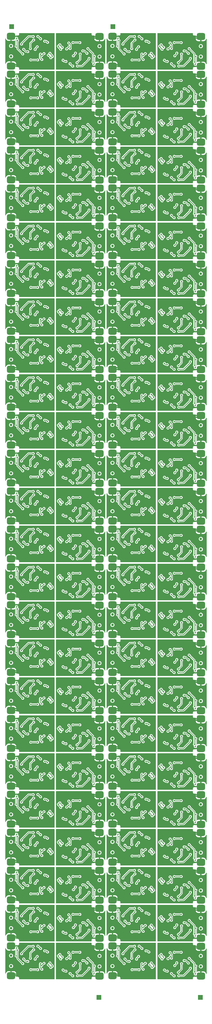
<source format=gbl>
G04 #@! TF.GenerationSoftware,KiCad,Pcbnew,6.0.0-rc2-unknown-a17a58203b~144~ubuntu21.04.1*
G04 #@! TF.CreationDate,2022-04-12T17:35:30+02:00*
G04 #@! TF.ProjectId,out,6f75742e-6b69-4636-9164-5f7063625858,rev?*
G04 #@! TF.SameCoordinates,Original*
G04 #@! TF.FileFunction,Copper,L2,Bot*
G04 #@! TF.FilePolarity,Positive*
%FSLAX46Y46*%
G04 Gerber Fmt 4.6, Leading zero omitted, Abs format (unit mm)*
G04 Created by KiCad (PCBNEW 6.0.0-rc2-unknown-a17a58203b~144~ubuntu21.04.1) date 2022-04-12 17:35:30*
%MOMM*%
%LPD*%
G01*
G04 APERTURE LIST*
G04 Aperture macros list*
%AMRoundRect*
0 Rectangle with rounded corners*
0 $1 Rounding radius*
0 $2 $3 $4 $5 $6 $7 $8 $9 X,Y pos of 4 corners*
0 Add a 4 corners polygon primitive as box body*
4,1,4,$2,$3,$4,$5,$6,$7,$8,$9,$2,$3,0*
0 Add four circle primitives for the rounded corners*
1,1,$1+$1,$2,$3*
1,1,$1+$1,$4,$5*
1,1,$1+$1,$6,$7*
1,1,$1+$1,$8,$9*
0 Add four rect primitives between the rounded corners*
20,1,$1+$1,$2,$3,$4,$5,0*
20,1,$1+$1,$4,$5,$6,$7,0*
20,1,$1+$1,$6,$7,$8,$9,0*
20,1,$1+$1,$8,$9,$2,$3,0*%
G04 Aperture macros list end*
G04 #@! TA.AperFunction,SMDPad,CuDef*
%ADD10RoundRect,0.750000X1.000060X0.750000X-1.000060X0.750000X-1.000060X-0.750000X1.000060X-0.750000X0*%
G04 #@! TD*
G04 #@! TA.AperFunction,ComponentPad*
%ADD11O,3.500120X1.501140*%
G04 #@! TD*
G04 #@! TA.AperFunction,ComponentPad*
%ADD12C,1.099820*%
G04 #@! TD*
G04 #@! TA.AperFunction,SMDPad,CuDef*
%ADD13RoundRect,0.750000X-1.000060X-0.750000X1.000060X-0.750000X1.000060X0.750000X-1.000060X0.750000X0*%
G04 #@! TD*
G04 #@! TA.AperFunction,SMDPad,CuDef*
%ADD14R,2.000000X2.000000*%
G04 #@! TD*
G04 #@! TA.AperFunction,ViaPad*
%ADD15C,0.600000*%
G04 #@! TD*
G04 #@! TA.AperFunction,Conductor*
%ADD16C,0.250000*%
G04 #@! TD*
G04 #@! TA.AperFunction,Conductor*
%ADD17C,0.200000*%
G04 #@! TD*
G04 APERTURE END LIST*
D10*
X50784999Y-187355000D03*
D11*
X50773179Y-186648360D03*
D10*
X50784999Y-174555000D03*
D11*
X50773179Y-175248840D03*
D12*
X50773179Y-183199040D03*
X50773179Y-178698160D03*
D11*
X94323179Y-251748359D03*
D10*
X94334999Y-252454999D03*
X94334999Y-239654999D03*
D11*
X94323179Y-240348839D03*
D12*
X94323179Y-248299039D03*
X94323179Y-243798159D03*
D11*
X56326820Y-365551159D03*
D13*
X56315000Y-366244999D03*
X56315000Y-353444999D03*
D11*
X56326820Y-354151639D03*
D12*
X56326820Y-357600959D03*
X56326820Y-362101839D03*
D11*
X12776820Y-142576639D03*
D13*
X12765000Y-141869999D03*
D11*
X12776820Y-153976159D03*
D13*
X12765000Y-154669999D03*
D12*
X12776820Y-146025959D03*
X12776820Y-150526839D03*
D11*
X50773179Y-45048840D03*
X50773179Y-56448360D03*
D10*
X50784999Y-57155000D03*
X50784999Y-44355000D03*
D12*
X50773179Y-52999040D03*
X50773179Y-48498160D03*
D10*
X94334999Y-11805000D03*
D11*
X94323179Y-23898360D03*
X94323179Y-12498840D03*
D10*
X94334999Y-24605000D03*
D12*
X94323179Y-20449040D03*
X94323179Y-15948160D03*
D13*
X12765000Y-109320000D03*
X12765000Y-122120000D03*
D11*
X12776820Y-110026640D03*
X12776820Y-121426160D03*
D12*
X12776820Y-113475960D03*
X12776820Y-117976840D03*
D10*
X50784999Y-272204999D03*
D11*
X50773179Y-272898839D03*
X50773179Y-284298359D03*
D10*
X50784999Y-285004999D03*
D12*
X50773179Y-280849039D03*
X50773179Y-276348159D03*
D11*
X56326820Y-267901160D03*
D13*
X56315000Y-268595000D03*
D11*
X56326820Y-256501640D03*
D13*
X56315000Y-255795000D03*
D12*
X56326820Y-259950960D03*
X56326820Y-264451840D03*
D11*
X94323179Y-272898839D03*
D10*
X94334999Y-272204999D03*
D11*
X94323179Y-284298359D03*
D10*
X94334999Y-285004999D03*
D12*
X94323179Y-280849039D03*
X94323179Y-276348159D03*
D11*
X94323179Y-40173359D03*
D10*
X94334999Y-28079999D03*
X94334999Y-40879999D03*
D11*
X94323179Y-28773839D03*
D12*
X94323179Y-36724039D03*
X94323179Y-32223159D03*
D13*
X12765000Y-57020000D03*
D11*
X12776820Y-44926640D03*
D13*
X12765000Y-44220000D03*
D11*
X12776820Y-56326160D03*
D12*
X12776820Y-48375960D03*
X12776820Y-52876840D03*
D11*
X56326820Y-207676639D03*
X56326820Y-219076159D03*
D13*
X56315000Y-219769999D03*
X56315000Y-206969999D03*
D12*
X56326820Y-211125959D03*
X56326820Y-215626839D03*
D11*
X50773179Y-268023360D03*
D10*
X50784999Y-268730000D03*
D11*
X50773179Y-256623840D03*
D10*
X50784999Y-255930000D03*
D12*
X50773179Y-264574040D03*
X50773179Y-260073160D03*
D11*
X12776820Y-349276160D03*
D13*
X12765000Y-337170000D03*
X12765000Y-349970000D03*
D11*
X12776820Y-337876640D03*
D12*
X12776820Y-341325960D03*
X12776820Y-345826840D03*
D10*
X94334999Y-187355000D03*
D11*
X94323179Y-175248840D03*
D10*
X94334999Y-174555000D03*
D11*
X94323179Y-186648360D03*
D12*
X94323179Y-183199040D03*
X94323179Y-178698160D03*
D11*
X12776820Y-126301639D03*
X12776820Y-137701159D03*
D13*
X12765000Y-138394999D03*
X12765000Y-125594999D03*
D12*
X12776820Y-129750959D03*
X12776820Y-134251839D03*
D11*
X56326820Y-158851639D03*
D13*
X56315000Y-170944999D03*
D11*
X56326820Y-170251159D03*
D13*
X56315000Y-158144999D03*
D12*
X56326820Y-162300959D03*
X56326820Y-166801839D03*
D11*
X56326820Y-105151160D03*
D13*
X56315000Y-93045000D03*
D11*
X56326820Y-93751640D03*
D13*
X56315000Y-105845000D03*
D12*
X56326820Y-97200960D03*
X56326820Y-101701840D03*
D11*
X56326820Y-398101160D03*
D13*
X56315000Y-385995000D03*
D11*
X56326820Y-386701640D03*
D13*
X56315000Y-398795000D03*
D12*
X56326820Y-390150960D03*
X56326820Y-394651840D03*
D13*
X56315000Y-288344999D03*
D11*
X56326820Y-300451159D03*
D13*
X56315000Y-301144999D03*
D11*
X56326820Y-289051639D03*
D12*
X56326820Y-292500959D03*
X56326820Y-297001839D03*
D11*
X94323179Y-386823840D03*
D10*
X94334999Y-398930000D03*
D11*
X94323179Y-398223360D03*
D10*
X94334999Y-386130000D03*
D12*
X94323179Y-394774040D03*
X94323179Y-390273160D03*
D11*
X56326820Y-61201639D03*
D13*
X56315000Y-60494999D03*
D11*
X56326820Y-72601159D03*
D13*
X56315000Y-73294999D03*
D12*
X56326820Y-64650959D03*
X56326820Y-69151839D03*
D13*
X12765000Y-301144999D03*
D11*
X12776820Y-289051639D03*
D13*
X12765000Y-288344999D03*
D11*
X12776820Y-300451159D03*
D12*
X12776820Y-292500959D03*
X12776820Y-297001839D03*
D11*
X50773179Y-240348839D03*
D10*
X50784999Y-252454999D03*
D11*
X50773179Y-251748359D03*
D10*
X50784999Y-239654999D03*
D12*
X50773179Y-248299039D03*
X50773179Y-243798159D03*
D10*
X50784999Y-337305000D03*
D11*
X50773179Y-337998840D03*
X50773179Y-349398360D03*
D10*
X50784999Y-350105000D03*
D12*
X50773179Y-345949040D03*
X50773179Y-341448160D03*
D13*
X12765000Y-255795000D03*
D11*
X12776820Y-267901160D03*
X12776820Y-256501640D03*
D13*
X12765000Y-268595000D03*
D12*
X12776820Y-259950960D03*
X12776820Y-264451840D03*
D13*
X56315000Y-138394999D03*
D11*
X56326820Y-126301639D03*
D13*
X56315000Y-125594999D03*
D11*
X56326820Y-137701159D03*
D12*
X56326820Y-129750959D03*
X56326820Y-134251839D03*
D11*
X12776820Y-105151160D03*
D13*
X12765000Y-93045000D03*
D11*
X12776820Y-93751640D03*
D13*
X12765000Y-105845000D03*
D12*
X12776820Y-97200960D03*
X12776820Y-101701840D03*
D10*
X50784999Y-28079999D03*
D11*
X50773179Y-40173359D03*
D10*
X50784999Y-40879999D03*
D11*
X50773179Y-28773839D03*
D12*
X50773179Y-36724039D03*
X50773179Y-32223159D03*
D11*
X94323179Y-158973839D03*
X94323179Y-170373359D03*
D10*
X94334999Y-171079999D03*
X94334999Y-158279999D03*
D12*
X94323179Y-166924039D03*
X94323179Y-162423159D03*
D10*
X94334999Y-366379999D03*
D11*
X94323179Y-365673359D03*
X94323179Y-354273839D03*
D10*
X94334999Y-353579999D03*
D12*
X94323179Y-362224039D03*
X94323179Y-357723159D03*
D11*
X56326820Y-40051159D03*
D13*
X56315000Y-27944999D03*
X56315000Y-40744999D03*
D11*
X56326820Y-28651639D03*
D12*
X56326820Y-32100959D03*
X56326820Y-36601839D03*
D11*
X94323179Y-321723839D03*
D10*
X94334999Y-333829999D03*
D11*
X94323179Y-333123359D03*
D10*
X94334999Y-321029999D03*
D12*
X94323179Y-329674039D03*
X94323179Y-325173159D03*
D11*
X12776820Y-207676639D03*
D13*
X12765000Y-206969999D03*
D11*
X12776820Y-219076159D03*
D13*
X12765000Y-219769999D03*
D12*
X12776820Y-211125959D03*
X12776820Y-215626839D03*
D11*
X94323179Y-316848360D03*
D10*
X94334999Y-317555000D03*
X94334999Y-304755000D03*
D11*
X94323179Y-305448840D03*
D12*
X94323179Y-313399040D03*
X94323179Y-308898160D03*
D11*
X50773179Y-289173839D03*
D10*
X50784999Y-288479999D03*
D11*
X50773179Y-300573359D03*
D10*
X50784999Y-301279999D03*
D12*
X50773179Y-297124039D03*
X50773179Y-292623159D03*
D11*
X56326820Y-272776639D03*
D13*
X56315000Y-284869999D03*
D11*
X56326820Y-284176159D03*
D13*
X56315000Y-272069999D03*
D12*
X56326820Y-276225959D03*
X56326820Y-280726839D03*
D10*
X50784999Y-333829999D03*
X50784999Y-321029999D03*
D11*
X50773179Y-321723839D03*
X50773179Y-333123359D03*
D12*
X50773179Y-329674039D03*
X50773179Y-325173159D03*
D11*
X94323179Y-61323839D03*
D10*
X94334999Y-60629999D03*
D11*
X94323179Y-72723359D03*
D10*
X94334999Y-73429999D03*
D12*
X94323179Y-69274039D03*
X94323179Y-64773159D03*
D11*
X94323179Y-137823359D03*
D10*
X94334999Y-125729999D03*
D11*
X94323179Y-126423839D03*
D10*
X94334999Y-138529999D03*
D12*
X94323179Y-134374039D03*
X94323179Y-129873159D03*
D10*
X94334999Y-255930000D03*
D11*
X94323179Y-268023360D03*
D10*
X94334999Y-268730000D03*
D11*
X94323179Y-256623840D03*
D12*
X94323179Y-264574040D03*
X94323179Y-260073160D03*
D13*
X12765000Y-333694999D03*
D11*
X12776820Y-321601639D03*
D13*
X12765000Y-320894999D03*
D11*
X12776820Y-333001159D03*
D12*
X12776820Y-325050959D03*
X12776820Y-329551839D03*
D11*
X94323179Y-381948359D03*
D10*
X94334999Y-369854999D03*
X94334999Y-382654999D03*
D11*
X94323179Y-370548839D03*
D12*
X94323179Y-378499039D03*
X94323179Y-373998159D03*
D11*
X50773179Y-403098839D03*
D10*
X50784999Y-402404999D03*
D11*
X50773179Y-414498359D03*
D10*
X50784999Y-415204999D03*
D12*
X50773179Y-411049039D03*
X50773179Y-406548159D03*
D11*
X12776820Y-354151639D03*
X12776820Y-365551159D03*
D13*
X12765000Y-366244999D03*
X12765000Y-353444999D03*
D12*
X12776820Y-357600959D03*
X12776820Y-362101839D03*
D13*
X56315000Y-337170000D03*
D11*
X56326820Y-349276160D03*
D13*
X56315000Y-349970000D03*
D11*
X56326820Y-337876640D03*
D12*
X56326820Y-341325960D03*
X56326820Y-345826840D03*
D10*
X50784999Y-93180000D03*
D11*
X50773179Y-105273360D03*
X50773179Y-93873840D03*
D10*
X50784999Y-105980000D03*
D12*
X50773179Y-101824040D03*
X50773179Y-97323160D03*
D11*
X12776820Y-158851639D03*
D13*
X12765000Y-170944999D03*
X12765000Y-158144999D03*
D11*
X12776820Y-170251159D03*
D12*
X12776820Y-162300959D03*
X12776820Y-166801839D03*
D10*
X50784999Y-142004999D03*
X50784999Y-154804999D03*
D11*
X50773179Y-154098359D03*
X50773179Y-142698839D03*
D12*
X50773179Y-150649039D03*
X50773179Y-146148159D03*
D11*
X56326820Y-333001159D03*
X56326820Y-321601639D03*
D13*
X56315000Y-333694999D03*
X56315000Y-320894999D03*
D12*
X56326820Y-325050959D03*
X56326820Y-329551839D03*
D13*
X12765000Y-174420000D03*
D11*
X12776820Y-186526160D03*
D13*
X12765000Y-187220000D03*
D11*
X12776820Y-175126640D03*
D12*
X12776820Y-178575960D03*
X12776820Y-183076840D03*
D11*
X94323179Y-224073839D03*
X94323179Y-235473359D03*
D10*
X94334999Y-236179999D03*
X94334999Y-223379999D03*
D12*
X94323179Y-232024039D03*
X94323179Y-227523159D03*
D13*
X56315000Y-187220000D03*
D11*
X56326820Y-175126640D03*
D13*
X56315000Y-174420000D03*
D11*
X56326820Y-186526160D03*
D12*
X56326820Y-178575960D03*
X56326820Y-183076840D03*
D13*
X12765000Y-369719999D03*
X12765000Y-382519999D03*
D11*
X12776820Y-370426639D03*
X12776820Y-381826159D03*
D12*
X12776820Y-373875959D03*
X12776820Y-378376839D03*
D13*
X12765000Y-304620000D03*
X12765000Y-317420000D03*
D11*
X12776820Y-316726160D03*
X12776820Y-305326640D03*
D12*
X12776820Y-308775960D03*
X12776820Y-313276840D03*
D10*
X50784999Y-60629999D03*
X50784999Y-73429999D03*
D11*
X50773179Y-72723359D03*
X50773179Y-61323839D03*
D12*
X50773179Y-69274039D03*
X50773179Y-64773159D03*
D11*
X94323179Y-154098359D03*
D10*
X94334999Y-154804999D03*
D11*
X94323179Y-142698839D03*
D10*
X94334999Y-142004999D03*
D12*
X94323179Y-150649039D03*
X94323179Y-146148159D03*
D11*
X12776820Y-235351159D03*
D13*
X12765000Y-236044999D03*
D11*
X12776820Y-223951639D03*
D13*
X12765000Y-223244999D03*
D12*
X12776820Y-227400959D03*
X12776820Y-231901839D03*
D10*
X50784999Y-304755000D03*
X50784999Y-317555000D03*
D11*
X50773179Y-316848360D03*
X50773179Y-305448840D03*
D12*
X50773179Y-313399040D03*
X50773179Y-308898160D03*
D11*
X12776820Y-272776639D03*
X12776820Y-284176159D03*
D13*
X12765000Y-284869999D03*
X12765000Y-272069999D03*
D12*
X12776820Y-276225959D03*
X12776820Y-280726839D03*
D11*
X56326820Y-153976159D03*
D13*
X56315000Y-154669999D03*
D11*
X56326820Y-142576639D03*
D13*
X56315000Y-141869999D03*
D12*
X56326820Y-146025959D03*
X56326820Y-150526839D03*
D10*
X50784999Y-353579999D03*
X50784999Y-366379999D03*
D11*
X50773179Y-365673359D03*
X50773179Y-354273839D03*
D12*
X50773179Y-362224039D03*
X50773179Y-357723159D03*
D11*
X94323179Y-191523839D03*
D10*
X94334999Y-190829999D03*
X94334999Y-203629999D03*
D11*
X94323179Y-202923359D03*
D12*
X94323179Y-199474039D03*
X94323179Y-194973159D03*
D11*
X50773179Y-77598840D03*
X50773179Y-88998360D03*
D10*
X50784999Y-89705000D03*
X50784999Y-76905000D03*
D12*
X50773179Y-85549040D03*
X50773179Y-81048160D03*
D10*
X50784999Y-171079999D03*
D11*
X50773179Y-170373359D03*
D10*
X50784999Y-158279999D03*
D11*
X50773179Y-158973839D03*
D12*
X50773179Y-166924039D03*
X50773179Y-162423159D03*
D11*
X56326820Y-202801159D03*
X56326820Y-191401639D03*
D13*
X56315000Y-190694999D03*
X56315000Y-203494999D03*
D12*
X56326820Y-194850959D03*
X56326820Y-199351839D03*
D10*
X94334999Y-219904999D03*
D11*
X94323179Y-219198359D03*
D10*
X94334999Y-207104999D03*
D11*
X94323179Y-207798839D03*
D12*
X94323179Y-215749039D03*
X94323179Y-211248159D03*
D13*
X56315000Y-223244999D03*
X56315000Y-236044999D03*
D11*
X56326820Y-235351159D03*
X56326820Y-223951639D03*
D12*
X56326820Y-227400959D03*
X56326820Y-231901839D03*
D11*
X12776820Y-23776160D03*
D13*
X12765000Y-11670000D03*
X12765000Y-24470000D03*
D11*
X12776820Y-12376640D03*
D12*
X12776820Y-15825960D03*
X12776820Y-20326840D03*
D10*
X50784999Y-109455000D03*
X50784999Y-122255000D03*
D11*
X50773179Y-110148840D03*
X50773179Y-121548360D03*
D12*
X50773179Y-118099040D03*
X50773179Y-113598160D03*
D11*
X12776820Y-402976639D03*
D13*
X12765000Y-402269999D03*
D11*
X12776820Y-414376159D03*
D13*
X12765000Y-415069999D03*
D12*
X12776820Y-406425959D03*
X12776820Y-410926839D03*
D11*
X56326820Y-88876160D03*
X56326820Y-77476640D03*
D13*
X56315000Y-89570000D03*
X56315000Y-76770000D03*
D12*
X56326820Y-80925960D03*
X56326820Y-85426840D03*
D11*
X94323179Y-289173839D03*
X94323179Y-300573359D03*
D10*
X94334999Y-288479999D03*
X94334999Y-301279999D03*
D12*
X94323179Y-297124039D03*
X94323179Y-292623159D03*
D11*
X56326820Y-110026640D03*
D13*
X56315000Y-122120000D03*
X56315000Y-109320000D03*
D11*
X56326820Y-121426160D03*
D12*
X56326820Y-113475960D03*
X56326820Y-117976840D03*
D11*
X56326820Y-381826159D03*
D13*
X56315000Y-382519999D03*
D11*
X56326820Y-370426639D03*
D13*
X56315000Y-369719999D03*
D12*
X56326820Y-373875959D03*
X56326820Y-378376839D03*
D11*
X94323179Y-93873840D03*
X94323179Y-105273360D03*
D10*
X94334999Y-93180000D03*
X94334999Y-105980000D03*
D12*
X94323179Y-101824040D03*
X94323179Y-97323160D03*
D13*
X56315000Y-415069999D03*
X56315000Y-402269999D03*
D11*
X56326820Y-414376159D03*
X56326820Y-402976639D03*
D12*
X56326820Y-406425959D03*
X56326820Y-410926839D03*
D13*
X56315000Y-11670000D03*
D11*
X56326820Y-23776160D03*
D13*
X56315000Y-24470000D03*
D11*
X56326820Y-12376640D03*
D12*
X56326820Y-15825960D03*
X56326820Y-20326840D03*
D11*
X50773179Y-202923359D03*
D10*
X50784999Y-190829999D03*
X50784999Y-203629999D03*
D11*
X50773179Y-191523839D03*
D12*
X50773179Y-199474039D03*
X50773179Y-194973159D03*
D11*
X94323179Y-88998360D03*
X94323179Y-77598840D03*
D10*
X94334999Y-76905000D03*
X94334999Y-89705000D03*
D12*
X94323179Y-85549040D03*
X94323179Y-81048160D03*
D13*
X12765000Y-239519999D03*
D11*
X12776820Y-251626159D03*
D13*
X12765000Y-252319999D03*
D11*
X12776820Y-240226639D03*
D12*
X12776820Y-243675959D03*
X12776820Y-248176839D03*
D13*
X56315000Y-317420000D03*
D11*
X56326820Y-316726160D03*
D13*
X56315000Y-304620000D03*
D11*
X56326820Y-305326640D03*
D12*
X56326820Y-308775960D03*
X56326820Y-313276840D03*
D11*
X50773179Y-12498840D03*
X50773179Y-23898360D03*
D10*
X50784999Y-24605000D03*
X50784999Y-11805000D03*
D12*
X50773179Y-20449040D03*
X50773179Y-15948160D03*
D10*
X50784999Y-398930000D03*
D11*
X50773179Y-386823840D03*
X50773179Y-398223360D03*
D10*
X50784999Y-386130000D03*
D12*
X50773179Y-394774040D03*
X50773179Y-390273160D03*
D10*
X94334999Y-415204999D03*
D11*
X94323179Y-403098839D03*
D10*
X94334999Y-402404999D03*
D11*
X94323179Y-414498359D03*
D12*
X94323179Y-411049039D03*
X94323179Y-406548159D03*
D11*
X94323179Y-337998840D03*
D10*
X94334999Y-337305000D03*
X94334999Y-350105000D03*
D11*
X94323179Y-349398360D03*
D12*
X94323179Y-345949040D03*
X94323179Y-341448160D03*
D13*
X56315000Y-239519999D03*
X56315000Y-252319999D03*
D11*
X56326820Y-251626159D03*
X56326820Y-240226639D03*
D12*
X56326820Y-243675959D03*
X56326820Y-248176839D03*
D10*
X50784999Y-207104999D03*
D11*
X50773179Y-207798839D03*
X50773179Y-219198359D03*
D10*
X50784999Y-219904999D03*
D12*
X50773179Y-215749039D03*
X50773179Y-211248159D03*
D11*
X50773179Y-370548839D03*
D10*
X50784999Y-369854999D03*
X50784999Y-382654999D03*
D11*
X50773179Y-381948359D03*
D12*
X50773179Y-378499039D03*
X50773179Y-373998159D03*
D10*
X94334999Y-109455000D03*
X94334999Y-122255000D03*
D11*
X94323179Y-121548360D03*
X94323179Y-110148840D03*
D12*
X94323179Y-118099040D03*
X94323179Y-113598160D03*
D11*
X12776820Y-386701640D03*
X12776820Y-398101160D03*
D13*
X12765000Y-398795000D03*
X12765000Y-385995000D03*
D12*
X12776820Y-390150960D03*
X12776820Y-394651840D03*
D11*
X12776820Y-88876160D03*
D13*
X12765000Y-76770000D03*
D11*
X12776820Y-77476640D03*
D13*
X12765000Y-89570000D03*
D12*
X12776820Y-80925960D03*
X12776820Y-85426840D03*
D13*
X12765000Y-203494999D03*
D11*
X12776820Y-191401639D03*
D13*
X12765000Y-190694999D03*
D11*
X12776820Y-202801159D03*
D12*
X12776820Y-194850959D03*
X12776820Y-199351839D03*
D13*
X12765000Y-40744999D03*
D11*
X12776820Y-40051159D03*
X12776820Y-28651639D03*
D13*
X12765000Y-27944999D03*
D12*
X12776820Y-32100959D03*
X12776820Y-36601839D03*
D10*
X50784999Y-236179999D03*
D11*
X50773179Y-224073839D03*
D10*
X50784999Y-223379999D03*
D11*
X50773179Y-235473359D03*
D12*
X50773179Y-232024039D03*
X50773179Y-227523159D03*
D11*
X94323179Y-45048840D03*
X94323179Y-56448360D03*
D10*
X94334999Y-44355000D03*
X94334999Y-57155000D03*
D12*
X94323179Y-52999040D03*
X94323179Y-48498160D03*
D11*
X12776820Y-72601159D03*
D13*
X12765000Y-73294999D03*
D11*
X12776820Y-61201639D03*
D13*
X12765000Y-60494999D03*
D12*
X12776820Y-64650959D03*
X12776820Y-69151839D03*
D10*
X50784999Y-125729999D03*
D11*
X50773179Y-126423839D03*
D10*
X50784999Y-138529999D03*
D11*
X50773179Y-137823359D03*
D12*
X50773179Y-134374039D03*
X50773179Y-129873159D03*
D13*
X56315000Y-57020000D03*
D11*
X56326820Y-44926640D03*
D13*
X56315000Y-44220000D03*
D11*
X56326820Y-56326160D03*
D12*
X56326820Y-48375960D03*
X56326820Y-52876840D03*
D14*
X13000000Y-7575000D03*
X50530000Y-424325000D03*
X94080000Y-424325000D03*
X56550000Y-7575000D03*
D15*
X19966500Y-18320000D03*
X18165000Y-17270000D03*
X25415000Y-19320000D03*
X22282522Y-11806608D03*
X25990000Y-21695000D03*
X29452209Y-18980730D03*
X17265000Y-15070000D03*
X30465000Y-20370000D03*
X28778776Y-19801852D03*
X29840500Y-20926925D03*
X25440112Y-12770526D03*
X24265000Y-11770000D03*
X22465000Y-13270000D03*
X21065000Y-16970000D03*
X21215000Y-21870000D03*
X24215000Y-21870000D03*
X15215000Y-12545000D03*
X14940500Y-15970000D03*
X23115000Y-17370000D03*
X24011173Y-16173826D03*
X23740000Y-13220000D03*
X29415000Y-14320000D03*
X19665000Y-16170000D03*
X29665000Y-17420000D03*
X22665000Y-10570000D03*
X16665000Y-15770000D03*
X17040000Y-10970000D03*
X18765000Y-25170000D03*
X17665000Y-18270000D03*
X26915000Y-16070000D03*
X28015000Y-21570000D03*
X21615000Y-20895000D03*
X30865000Y-11070000D03*
X24663703Y-17081177D03*
X22715000Y-23370000D03*
X27204970Y-13780030D03*
X28438999Y-14294737D03*
X26915000Y-19120000D03*
X25879646Y-20050114D03*
X17782454Y-19280538D03*
X15565000Y-13470000D03*
X43583499Y-17955000D03*
X45384999Y-19005000D03*
X38134999Y-16955000D03*
X41267477Y-24468392D03*
X37559999Y-14580000D03*
X34097790Y-17294270D03*
X46284999Y-21205000D03*
X33084999Y-15905000D03*
X34771223Y-16473148D03*
X33709499Y-15348075D03*
X38109887Y-23504474D03*
X39284999Y-24505000D03*
X41084999Y-23005000D03*
X42484999Y-19305000D03*
X42334999Y-14405000D03*
X39334999Y-14405000D03*
X48334999Y-23730000D03*
X48609499Y-20305000D03*
X40434999Y-18905000D03*
X39538826Y-20101174D03*
X39809999Y-23055000D03*
X34134999Y-21955000D03*
X43884999Y-20105000D03*
X33884999Y-18855000D03*
X40884999Y-25705000D03*
X46884999Y-20505000D03*
X46509999Y-25305000D03*
X44784999Y-11105000D03*
X45884999Y-18005000D03*
X36634999Y-20205000D03*
X35534999Y-14705000D03*
X41934999Y-15380000D03*
X32684999Y-25205000D03*
X38886296Y-19193823D03*
X40834999Y-12905000D03*
X36345029Y-22494970D03*
X35111000Y-21980263D03*
X36634999Y-17155000D03*
X37670353Y-16224886D03*
X45767545Y-16994462D03*
X47984999Y-22805000D03*
X63516500Y-18320000D03*
X61715000Y-17270000D03*
X68965000Y-19320000D03*
X65832522Y-11806608D03*
X69540000Y-21695000D03*
X73002209Y-18980730D03*
X60815000Y-15070000D03*
X74015000Y-20370000D03*
X72328776Y-19801852D03*
X73390500Y-20926925D03*
X68990112Y-12770526D03*
X67815000Y-11770000D03*
X66015000Y-13270000D03*
X64615000Y-16970000D03*
X64765000Y-21870000D03*
X67765000Y-21870000D03*
X58765000Y-12545000D03*
X58490500Y-15970000D03*
X66665000Y-17370000D03*
X67561173Y-16173826D03*
X67290000Y-13220000D03*
X72965000Y-14320000D03*
X63215000Y-16170000D03*
X73215000Y-17420000D03*
X66215000Y-10570000D03*
X60215000Y-15770000D03*
X60590000Y-10970000D03*
X62315000Y-25170000D03*
X61215000Y-18270000D03*
X70465000Y-16070000D03*
X71565000Y-21570000D03*
X65165000Y-20895000D03*
X74415000Y-11070000D03*
X68213703Y-17081177D03*
X66265000Y-23370000D03*
X70754970Y-13780030D03*
X71988999Y-14294737D03*
X70465000Y-19120000D03*
X69429646Y-20050114D03*
X61332454Y-19280538D03*
X59115000Y-13470000D03*
X87133499Y-17955000D03*
X88934999Y-19005000D03*
X81684999Y-16955000D03*
X84817477Y-24468392D03*
X81109999Y-14580000D03*
X77647790Y-17294270D03*
X89834999Y-21205000D03*
X76634999Y-15905000D03*
X78321223Y-16473148D03*
X77259499Y-15348075D03*
X81659887Y-23504474D03*
X82834999Y-24505000D03*
X84634999Y-23005000D03*
X86034999Y-19305000D03*
X85884999Y-14405000D03*
X82884999Y-14405000D03*
X91884999Y-23730000D03*
X92159499Y-20305000D03*
X83984999Y-18905000D03*
X83088826Y-20101174D03*
X83359999Y-23055000D03*
X77684999Y-21955000D03*
X87434999Y-20105000D03*
X77434999Y-18855000D03*
X84434999Y-25705000D03*
X90434999Y-20505000D03*
X90059999Y-25305000D03*
X88334999Y-11105000D03*
X89434999Y-18005000D03*
X80184999Y-20205000D03*
X79084999Y-14705000D03*
X85484999Y-15380000D03*
X76234999Y-25205000D03*
X82436296Y-19193823D03*
X84384999Y-12905000D03*
X79895029Y-22494970D03*
X78661000Y-21980263D03*
X80184999Y-17155000D03*
X81220353Y-16224886D03*
X89317545Y-16994462D03*
X91534999Y-22805000D03*
X19966500Y-34594999D03*
X18165000Y-33544999D03*
X25415000Y-35594999D03*
X22282522Y-28081607D03*
X25990000Y-37969999D03*
X29452209Y-35255729D03*
X17265000Y-31344999D03*
X30465000Y-36644999D03*
X28778776Y-36076851D03*
X29840500Y-37201924D03*
X25440112Y-29045525D03*
X24265000Y-28044999D03*
X22465000Y-29544999D03*
X21065000Y-33244999D03*
X21215000Y-38144999D03*
X24215000Y-38144999D03*
X15215000Y-28819999D03*
X14940500Y-32244999D03*
X23115000Y-33644999D03*
X24011173Y-32448825D03*
X23740000Y-29494999D03*
X29415000Y-30594999D03*
X19665000Y-32444999D03*
X29665000Y-33694999D03*
X22665000Y-26844999D03*
X16665000Y-32044999D03*
X17040000Y-27244999D03*
X18765000Y-41444999D03*
X17665000Y-34544999D03*
X26915000Y-32344999D03*
X28015000Y-37844999D03*
X21615000Y-37169999D03*
X30865000Y-27344999D03*
X24663703Y-33356176D03*
X22715000Y-39644999D03*
X27204970Y-30055029D03*
X28438999Y-30569736D03*
X26915000Y-35394999D03*
X25879646Y-36325113D03*
X17782454Y-35555537D03*
X15565000Y-29744999D03*
X43583499Y-34229999D03*
X45384999Y-35279999D03*
X38134999Y-33229999D03*
X41267477Y-40743391D03*
X37559999Y-30854999D03*
X34097790Y-33569269D03*
X46284999Y-37479999D03*
X33084999Y-32179999D03*
X34771223Y-32748147D03*
X33709499Y-31623074D03*
X38109887Y-39779473D03*
X39284999Y-40779999D03*
X41084999Y-39279999D03*
X42484999Y-35579999D03*
X42334999Y-30679999D03*
X39334999Y-30679999D03*
X48334999Y-40004999D03*
X48609499Y-36579999D03*
X40434999Y-35179999D03*
X39538826Y-36376173D03*
X39809999Y-39329999D03*
X34134999Y-38229999D03*
X43884999Y-36379999D03*
X33884999Y-35129999D03*
X40884999Y-41979999D03*
X46884999Y-36779999D03*
X46509999Y-41579999D03*
X44784999Y-27379999D03*
X45884999Y-34279999D03*
X36634999Y-36479999D03*
X35534999Y-30979999D03*
X41934999Y-31654999D03*
X32684999Y-41479999D03*
X38886296Y-35468822D03*
X40834999Y-29179999D03*
X36345029Y-38769969D03*
X35111000Y-38255262D03*
X36634999Y-33429999D03*
X37670353Y-32499885D03*
X45767545Y-33269461D03*
X47984999Y-39079999D03*
X63516500Y-34594999D03*
X61715000Y-33544999D03*
X68965000Y-35594999D03*
X65832522Y-28081607D03*
X69540000Y-37969999D03*
X73002209Y-35255729D03*
X60815000Y-31344999D03*
X74015000Y-36644999D03*
X72328776Y-36076851D03*
X73390500Y-37201924D03*
X68990112Y-29045525D03*
X67815000Y-28044999D03*
X66015000Y-29544999D03*
X64615000Y-33244999D03*
X64765000Y-38144999D03*
X67765000Y-38144999D03*
X58765000Y-28819999D03*
X58490500Y-32244999D03*
X66665000Y-33644999D03*
X67561173Y-32448825D03*
X67290000Y-29494999D03*
X72965000Y-30594999D03*
X63215000Y-32444999D03*
X73215000Y-33694999D03*
X66215000Y-26844999D03*
X60215000Y-32044999D03*
X60590000Y-27244999D03*
X62315000Y-41444999D03*
X61215000Y-34544999D03*
X70465000Y-32344999D03*
X71565000Y-37844999D03*
X65165000Y-37169999D03*
X74415000Y-27344999D03*
X68213703Y-33356176D03*
X66265000Y-39644999D03*
X70754970Y-30055029D03*
X71988999Y-30569736D03*
X70465000Y-35394999D03*
X69429646Y-36325113D03*
X61332454Y-35555537D03*
X59115000Y-29744999D03*
X87133499Y-34229999D03*
X88934999Y-35279999D03*
X81684999Y-33229999D03*
X84817477Y-40743391D03*
X81109999Y-30854999D03*
X77647790Y-33569269D03*
X89834999Y-37479999D03*
X76634999Y-32179999D03*
X78321223Y-32748147D03*
X77259499Y-31623074D03*
X81659887Y-39779473D03*
X82834999Y-40779999D03*
X84634999Y-39279999D03*
X86034999Y-35579999D03*
X85884999Y-30679999D03*
X82884999Y-30679999D03*
X91884999Y-40004999D03*
X92159499Y-36579999D03*
X83984999Y-35179999D03*
X83088826Y-36376173D03*
X83359999Y-39329999D03*
X77684999Y-38229999D03*
X87434999Y-36379999D03*
X77434999Y-35129999D03*
X84434999Y-41979999D03*
X90434999Y-36779999D03*
X90059999Y-41579999D03*
X88334999Y-27379999D03*
X89434999Y-34279999D03*
X80184999Y-36479999D03*
X79084999Y-30979999D03*
X85484999Y-31654999D03*
X76234999Y-41479999D03*
X82436296Y-35468822D03*
X84384999Y-29179999D03*
X79895029Y-38769969D03*
X78661000Y-38255262D03*
X80184999Y-33429999D03*
X81220353Y-32499885D03*
X89317545Y-33269461D03*
X91534999Y-39079999D03*
X19966500Y-50870000D03*
X18165000Y-49820000D03*
X25415000Y-51870000D03*
X22282522Y-44356608D03*
X25990000Y-54245000D03*
X29452209Y-51530730D03*
X17265000Y-47620000D03*
X30465000Y-52920000D03*
X28778776Y-52351852D03*
X29840500Y-53476925D03*
X25440112Y-45320526D03*
X24265000Y-44320000D03*
X22465000Y-45820000D03*
X21065000Y-49520000D03*
X21215000Y-54420000D03*
X24215000Y-54420000D03*
X15215000Y-45095000D03*
X14940500Y-48520000D03*
X23115000Y-49920000D03*
X24011173Y-48723826D03*
X23740000Y-45770000D03*
X29415000Y-46870000D03*
X19665000Y-48720000D03*
X29665000Y-49970000D03*
X22665000Y-43120000D03*
X16665000Y-48320000D03*
X17040000Y-43520000D03*
X18765000Y-57720000D03*
X17665000Y-50820000D03*
X26915000Y-48620000D03*
X28015000Y-54120000D03*
X21615000Y-53445000D03*
X30865000Y-43620000D03*
X24663703Y-49631177D03*
X22715000Y-55920000D03*
X27204970Y-46330030D03*
X28438999Y-46844737D03*
X26915000Y-51670000D03*
X25879646Y-52600114D03*
X17782454Y-51830538D03*
X15565000Y-46020000D03*
X43583499Y-50505000D03*
X45384999Y-51555000D03*
X38134999Y-49505000D03*
X41267477Y-57018392D03*
X37559999Y-47130000D03*
X34097790Y-49844270D03*
X46284999Y-53755000D03*
X33084999Y-48455000D03*
X34771223Y-49023148D03*
X33709499Y-47898075D03*
X38109887Y-56054474D03*
X39284999Y-57055000D03*
X41084999Y-55555000D03*
X42484999Y-51855000D03*
X42334999Y-46955000D03*
X39334999Y-46955000D03*
X48334999Y-56280000D03*
X48609499Y-52855000D03*
X40434999Y-51455000D03*
X39538826Y-52651174D03*
X39809999Y-55605000D03*
X34134999Y-54505000D03*
X43884999Y-52655000D03*
X33884999Y-51405000D03*
X40884999Y-58255000D03*
X46884999Y-53055000D03*
X46509999Y-57855000D03*
X44784999Y-43655000D03*
X45884999Y-50555000D03*
X36634999Y-52755000D03*
X35534999Y-47255000D03*
X41934999Y-47930000D03*
X32684999Y-57755000D03*
X38886296Y-51743823D03*
X40834999Y-45455000D03*
X36345029Y-55044970D03*
X35111000Y-54530263D03*
X36634999Y-49705000D03*
X37670353Y-48774886D03*
X45767545Y-49544462D03*
X47984999Y-55355000D03*
X63516500Y-50870000D03*
X61715000Y-49820000D03*
X68965000Y-51870000D03*
X65832522Y-44356608D03*
X69540000Y-54245000D03*
X73002209Y-51530730D03*
X60815000Y-47620000D03*
X74015000Y-52920000D03*
X72328776Y-52351852D03*
X73390500Y-53476925D03*
X68990112Y-45320526D03*
X67815000Y-44320000D03*
X66015000Y-45820000D03*
X64615000Y-49520000D03*
X64765000Y-54420000D03*
X67765000Y-54420000D03*
X58765000Y-45095000D03*
X58490500Y-48520000D03*
X66665000Y-49920000D03*
X67561173Y-48723826D03*
X67290000Y-45770000D03*
X72965000Y-46870000D03*
X63215000Y-48720000D03*
X73215000Y-49970000D03*
X66215000Y-43120000D03*
X60215000Y-48320000D03*
X60590000Y-43520000D03*
X62315000Y-57720000D03*
X61215000Y-50820000D03*
X70465000Y-48620000D03*
X71565000Y-54120000D03*
X65165000Y-53445000D03*
X74415000Y-43620000D03*
X68213703Y-49631177D03*
X66265000Y-55920000D03*
X70754970Y-46330030D03*
X71988999Y-46844737D03*
X70465000Y-51670000D03*
X69429646Y-52600114D03*
X61332454Y-51830538D03*
X59115000Y-46020000D03*
X87133499Y-50505000D03*
X88934999Y-51555000D03*
X81684999Y-49505000D03*
X84817477Y-57018392D03*
X81109999Y-47130000D03*
X77647790Y-49844270D03*
X89834999Y-53755000D03*
X76634999Y-48455000D03*
X78321223Y-49023148D03*
X77259499Y-47898075D03*
X81659887Y-56054474D03*
X82834999Y-57055000D03*
X84634999Y-55555000D03*
X86034999Y-51855000D03*
X85884999Y-46955000D03*
X82884999Y-46955000D03*
X91884999Y-56280000D03*
X92159499Y-52855000D03*
X83984999Y-51455000D03*
X83088826Y-52651174D03*
X83359999Y-55605000D03*
X77684999Y-54505000D03*
X87434999Y-52655000D03*
X77434999Y-51405000D03*
X84434999Y-58255000D03*
X90434999Y-53055000D03*
X90059999Y-57855000D03*
X88334999Y-43655000D03*
X89434999Y-50555000D03*
X80184999Y-52755000D03*
X79084999Y-47255000D03*
X85484999Y-47930000D03*
X76234999Y-57755000D03*
X82436296Y-51743823D03*
X84384999Y-45455000D03*
X79895029Y-55044970D03*
X78661000Y-54530263D03*
X80184999Y-49705000D03*
X81220353Y-48774886D03*
X89317545Y-49544462D03*
X91534999Y-55355000D03*
X19966500Y-67144999D03*
X18165000Y-66094999D03*
X25415000Y-68144999D03*
X22282522Y-60631607D03*
X25990000Y-70519999D03*
X29452209Y-67805729D03*
X17265000Y-63894999D03*
X30465000Y-69194999D03*
X28778776Y-68626851D03*
X29840500Y-69751924D03*
X25440112Y-61595525D03*
X24265000Y-60594999D03*
X22465000Y-62094999D03*
X21065000Y-65794999D03*
X21215000Y-70694999D03*
X24215000Y-70694999D03*
X15215000Y-61369999D03*
X14940500Y-64794999D03*
X23115000Y-66194999D03*
X24011173Y-64998825D03*
X23740000Y-62044999D03*
X29415000Y-63144999D03*
X19665000Y-64994999D03*
X29665000Y-66244999D03*
X22665000Y-59394999D03*
X16665000Y-64594999D03*
X17040000Y-59794999D03*
X18765000Y-73994999D03*
X17665000Y-67094999D03*
X26915000Y-64894999D03*
X28015000Y-70394999D03*
X21615000Y-69719999D03*
X30865000Y-59894999D03*
X24663703Y-65906176D03*
X22715000Y-72194999D03*
X27204970Y-62605029D03*
X28438999Y-63119736D03*
X26915000Y-67944999D03*
X25879646Y-68875113D03*
X17782454Y-68105537D03*
X15565000Y-62294999D03*
X43583499Y-66779999D03*
X45384999Y-67829999D03*
X38134999Y-65779999D03*
X41267477Y-73293391D03*
X37559999Y-63404999D03*
X34097790Y-66119269D03*
X46284999Y-70029999D03*
X33084999Y-64729999D03*
X34771223Y-65298147D03*
X33709499Y-64173074D03*
X38109887Y-72329473D03*
X39284999Y-73329999D03*
X41084999Y-71829999D03*
X42484999Y-68129999D03*
X42334999Y-63229999D03*
X39334999Y-63229999D03*
X48334999Y-72554999D03*
X48609499Y-69129999D03*
X40434999Y-67729999D03*
X39538826Y-68926173D03*
X39809999Y-71879999D03*
X34134999Y-70779999D03*
X43884999Y-68929999D03*
X33884999Y-67679999D03*
X40884999Y-74529999D03*
X46884999Y-69329999D03*
X46509999Y-74129999D03*
X44784999Y-59929999D03*
X45884999Y-66829999D03*
X36634999Y-69029999D03*
X35534999Y-63529999D03*
X41934999Y-64204999D03*
X32684999Y-74029999D03*
X38886296Y-68018822D03*
X40834999Y-61729999D03*
X36345029Y-71319969D03*
X35111000Y-70805262D03*
X36634999Y-65979999D03*
X37670353Y-65049885D03*
X45767545Y-65819461D03*
X47984999Y-71629999D03*
X63516500Y-67144999D03*
X61715000Y-66094999D03*
X68965000Y-68144999D03*
X65832522Y-60631607D03*
X69540000Y-70519999D03*
X73002209Y-67805729D03*
X60815000Y-63894999D03*
X74015000Y-69194999D03*
X72328776Y-68626851D03*
X73390500Y-69751924D03*
X68990112Y-61595525D03*
X67815000Y-60594999D03*
X66015000Y-62094999D03*
X64615000Y-65794999D03*
X64765000Y-70694999D03*
X67765000Y-70694999D03*
X58765000Y-61369999D03*
X58490500Y-64794999D03*
X66665000Y-66194999D03*
X67561173Y-64998825D03*
X67290000Y-62044999D03*
X72965000Y-63144999D03*
X63215000Y-64994999D03*
X73215000Y-66244999D03*
X66215000Y-59394999D03*
X60215000Y-64594999D03*
X60590000Y-59794999D03*
X62315000Y-73994999D03*
X61215000Y-67094999D03*
X70465000Y-64894999D03*
X71565000Y-70394999D03*
X65165000Y-69719999D03*
X74415000Y-59894999D03*
X68213703Y-65906176D03*
X66265000Y-72194999D03*
X70754970Y-62605029D03*
X71988999Y-63119736D03*
X70465000Y-67944999D03*
X69429646Y-68875113D03*
X61332454Y-68105537D03*
X59115000Y-62294999D03*
X87133499Y-66779999D03*
X88934999Y-67829999D03*
X81684999Y-65779999D03*
X84817477Y-73293391D03*
X81109999Y-63404999D03*
X77647790Y-66119269D03*
X89834999Y-70029999D03*
X76634999Y-64729999D03*
X78321223Y-65298147D03*
X77259499Y-64173074D03*
X81659887Y-72329473D03*
X82834999Y-73329999D03*
X84634999Y-71829999D03*
X86034999Y-68129999D03*
X85884999Y-63229999D03*
X82884999Y-63229999D03*
X91884999Y-72554999D03*
X92159499Y-69129999D03*
X83984999Y-67729999D03*
X83088826Y-68926173D03*
X83359999Y-71879999D03*
X77684999Y-70779999D03*
X87434999Y-68929999D03*
X77434999Y-67679999D03*
X84434999Y-74529999D03*
X90434999Y-69329999D03*
X90059999Y-74129999D03*
X88334999Y-59929999D03*
X89434999Y-66829999D03*
X80184999Y-69029999D03*
X79084999Y-63529999D03*
X85484999Y-64204999D03*
X76234999Y-74029999D03*
X82436296Y-68018822D03*
X84384999Y-61729999D03*
X79895029Y-71319969D03*
X78661000Y-70805262D03*
X80184999Y-65979999D03*
X81220353Y-65049885D03*
X89317545Y-65819461D03*
X91534999Y-71629999D03*
X19966500Y-83420000D03*
X18165000Y-82370000D03*
X25415000Y-84420000D03*
X22282522Y-76906608D03*
X25990000Y-86795000D03*
X29452209Y-84080730D03*
X17265000Y-80170000D03*
X30465000Y-85470000D03*
X28778776Y-84901852D03*
X29840500Y-86026925D03*
X25440112Y-77870526D03*
X24265000Y-76870000D03*
X22465000Y-78370000D03*
X21065000Y-82070000D03*
X21215000Y-86970000D03*
X24215000Y-86970000D03*
X15215000Y-77645000D03*
X14940500Y-81070000D03*
X23115000Y-82470000D03*
X24011173Y-81273826D03*
X23740000Y-78320000D03*
X29415000Y-79420000D03*
X19665000Y-81270000D03*
X29665000Y-82520000D03*
X22665000Y-75670000D03*
X16665000Y-80870000D03*
X17040000Y-76070000D03*
X18765000Y-90270000D03*
X17665000Y-83370000D03*
X26915000Y-81170000D03*
X28015000Y-86670000D03*
X21615000Y-85995000D03*
X30865000Y-76170000D03*
X24663703Y-82181177D03*
X22715000Y-88470000D03*
X27204970Y-78880030D03*
X28438999Y-79394737D03*
X26915000Y-84220000D03*
X25879646Y-85150114D03*
X17782454Y-84380538D03*
X15565000Y-78570000D03*
X43583499Y-83055000D03*
X45384999Y-84105000D03*
X38134999Y-82055000D03*
X41267477Y-89568392D03*
X37559999Y-79680000D03*
X34097790Y-82394270D03*
X46284999Y-86305000D03*
X33084999Y-81005000D03*
X34771223Y-81573148D03*
X33709499Y-80448075D03*
X38109887Y-88604474D03*
X39284999Y-89605000D03*
X41084999Y-88105000D03*
X42484999Y-84405000D03*
X42334999Y-79505000D03*
X39334999Y-79505000D03*
X48334999Y-88830000D03*
X48609499Y-85405000D03*
X40434999Y-84005000D03*
X39538826Y-85201174D03*
X39809999Y-88155000D03*
X34134999Y-87055000D03*
X43884999Y-85205000D03*
X33884999Y-83955000D03*
X40884999Y-90805000D03*
X46884999Y-85605000D03*
X46509999Y-90405000D03*
X44784999Y-76205000D03*
X45884999Y-83105000D03*
X36634999Y-85305000D03*
X35534999Y-79805000D03*
X41934999Y-80480000D03*
X32684999Y-90305000D03*
X38886296Y-84293823D03*
X40834999Y-78005000D03*
X36345029Y-87594970D03*
X35111000Y-87080263D03*
X36634999Y-82255000D03*
X37670353Y-81324886D03*
X45767545Y-82094462D03*
X47984999Y-87905000D03*
X63516500Y-83420000D03*
X61715000Y-82370000D03*
X68965000Y-84420000D03*
X65832522Y-76906608D03*
X69540000Y-86795000D03*
X73002209Y-84080730D03*
X60815000Y-80170000D03*
X74015000Y-85470000D03*
X72328776Y-84901852D03*
X73390500Y-86026925D03*
X68990112Y-77870526D03*
X67815000Y-76870000D03*
X66015000Y-78370000D03*
X64615000Y-82070000D03*
X64765000Y-86970000D03*
X67765000Y-86970000D03*
X58765000Y-77645000D03*
X58490500Y-81070000D03*
X66665000Y-82470000D03*
X67561173Y-81273826D03*
X67290000Y-78320000D03*
X72965000Y-79420000D03*
X63215000Y-81270000D03*
X73215000Y-82520000D03*
X66215000Y-75670000D03*
X60215000Y-80870000D03*
X60590000Y-76070000D03*
X62315000Y-90270000D03*
X61215000Y-83370000D03*
X70465000Y-81170000D03*
X71565000Y-86670000D03*
X65165000Y-85995000D03*
X74415000Y-76170000D03*
X68213703Y-82181177D03*
X66265000Y-88470000D03*
X70754970Y-78880030D03*
X71988999Y-79394737D03*
X70465000Y-84220000D03*
X69429646Y-85150114D03*
X61332454Y-84380538D03*
X59115000Y-78570000D03*
X87133499Y-83055000D03*
X88934999Y-84105000D03*
X81684999Y-82055000D03*
X84817477Y-89568392D03*
X81109999Y-79680000D03*
X77647790Y-82394270D03*
X89834999Y-86305000D03*
X76634999Y-81005000D03*
X78321223Y-81573148D03*
X77259499Y-80448075D03*
X81659887Y-88604474D03*
X82834999Y-89605000D03*
X84634999Y-88105000D03*
X86034999Y-84405000D03*
X85884999Y-79505000D03*
X82884999Y-79505000D03*
X91884999Y-88830000D03*
X92159499Y-85405000D03*
X83984999Y-84005000D03*
X83088826Y-85201174D03*
X83359999Y-88155000D03*
X77684999Y-87055000D03*
X87434999Y-85205000D03*
X77434999Y-83955000D03*
X84434999Y-90805000D03*
X90434999Y-85605000D03*
X90059999Y-90405000D03*
X88334999Y-76205000D03*
X89434999Y-83105000D03*
X80184999Y-85305000D03*
X79084999Y-79805000D03*
X85484999Y-80480000D03*
X76234999Y-90305000D03*
X82436296Y-84293823D03*
X84384999Y-78005000D03*
X79895029Y-87594970D03*
X78661000Y-87080263D03*
X80184999Y-82255000D03*
X81220353Y-81324886D03*
X89317545Y-82094462D03*
X91534999Y-87905000D03*
X19966500Y-99695000D03*
X18165000Y-98645000D03*
X25415000Y-100695000D03*
X22282522Y-93181608D03*
X25990000Y-103070000D03*
X29452209Y-100355730D03*
X17265000Y-96445000D03*
X30465000Y-101745000D03*
X28778776Y-101176852D03*
X29840500Y-102301925D03*
X25440112Y-94145526D03*
X24265000Y-93145000D03*
X22465000Y-94645000D03*
X21065000Y-98345000D03*
X21215000Y-103245000D03*
X24215000Y-103245000D03*
X15215000Y-93920000D03*
X14940500Y-97345000D03*
X23115000Y-98745000D03*
X24011173Y-97548826D03*
X23740000Y-94595000D03*
X29415000Y-95695000D03*
X19665000Y-97545000D03*
X29665000Y-98795000D03*
X22665000Y-91945000D03*
X16665000Y-97145000D03*
X17040000Y-92345000D03*
X18765000Y-106545000D03*
X17665000Y-99645000D03*
X26915000Y-97445000D03*
X28015000Y-102945000D03*
X21615000Y-102270000D03*
X30865000Y-92445000D03*
X24663703Y-98456177D03*
X22715000Y-104745000D03*
X27204970Y-95155030D03*
X28438999Y-95669737D03*
X26915000Y-100495000D03*
X25879646Y-101425114D03*
X17782454Y-100655538D03*
X15565000Y-94845000D03*
X43583499Y-99330000D03*
X45384999Y-100380000D03*
X38134999Y-98330000D03*
X41267477Y-105843392D03*
X37559999Y-95955000D03*
X34097790Y-98669270D03*
X46284999Y-102580000D03*
X33084999Y-97280000D03*
X34771223Y-97848148D03*
X33709499Y-96723075D03*
X38109887Y-104879474D03*
X39284999Y-105880000D03*
X41084999Y-104380000D03*
X42484999Y-100680000D03*
X42334999Y-95780000D03*
X39334999Y-95780000D03*
X48334999Y-105105000D03*
X48609499Y-101680000D03*
X40434999Y-100280000D03*
X39538826Y-101476174D03*
X39809999Y-104430000D03*
X34134999Y-103330000D03*
X43884999Y-101480000D03*
X33884999Y-100230000D03*
X40884999Y-107080000D03*
X46884999Y-101880000D03*
X46509999Y-106680000D03*
X44784999Y-92480000D03*
X45884999Y-99380000D03*
X36634999Y-101580000D03*
X35534999Y-96080000D03*
X41934999Y-96755000D03*
X32684999Y-106580000D03*
X38886296Y-100568823D03*
X40834999Y-94280000D03*
X36345029Y-103869970D03*
X35111000Y-103355263D03*
X36634999Y-98530000D03*
X37670353Y-97599886D03*
X45767545Y-98369462D03*
X47984999Y-104180000D03*
X63516500Y-99695000D03*
X61715000Y-98645000D03*
X68965000Y-100695000D03*
X65832522Y-93181608D03*
X69540000Y-103070000D03*
X73002209Y-100355730D03*
X60815000Y-96445000D03*
X74015000Y-101745000D03*
X72328776Y-101176852D03*
X73390500Y-102301925D03*
X68990112Y-94145526D03*
X67815000Y-93145000D03*
X66015000Y-94645000D03*
X64615000Y-98345000D03*
X64765000Y-103245000D03*
X67765000Y-103245000D03*
X58765000Y-93920000D03*
X58490500Y-97345000D03*
X66665000Y-98745000D03*
X67561173Y-97548826D03*
X67290000Y-94595000D03*
X72965000Y-95695000D03*
X63215000Y-97545000D03*
X73215000Y-98795000D03*
X66215000Y-91945000D03*
X60215000Y-97145000D03*
X60590000Y-92345000D03*
X62315000Y-106545000D03*
X61215000Y-99645000D03*
X70465000Y-97445000D03*
X71565000Y-102945000D03*
X65165000Y-102270000D03*
X74415000Y-92445000D03*
X68213703Y-98456177D03*
X66265000Y-104745000D03*
X70754970Y-95155030D03*
X71988999Y-95669737D03*
X70465000Y-100495000D03*
X69429646Y-101425114D03*
X61332454Y-100655538D03*
X59115000Y-94845000D03*
X87133499Y-99330000D03*
X88934999Y-100380000D03*
X81684999Y-98330000D03*
X84817477Y-105843392D03*
X81109999Y-95955000D03*
X77647790Y-98669270D03*
X89834999Y-102580000D03*
X76634999Y-97280000D03*
X78321223Y-97848148D03*
X77259499Y-96723075D03*
X81659887Y-104879474D03*
X82834999Y-105880000D03*
X84634999Y-104380000D03*
X86034999Y-100680000D03*
X85884999Y-95780000D03*
X82884999Y-95780000D03*
X91884999Y-105105000D03*
X92159499Y-101680000D03*
X83984999Y-100280000D03*
X83088826Y-101476174D03*
X83359999Y-104430000D03*
X77684999Y-103330000D03*
X87434999Y-101480000D03*
X77434999Y-100230000D03*
X84434999Y-107080000D03*
X90434999Y-101880000D03*
X90059999Y-106680000D03*
X88334999Y-92480000D03*
X89434999Y-99380000D03*
X80184999Y-101580000D03*
X79084999Y-96080000D03*
X85484999Y-96755000D03*
X76234999Y-106580000D03*
X82436296Y-100568823D03*
X84384999Y-94280000D03*
X79895029Y-103869970D03*
X78661000Y-103355263D03*
X80184999Y-98530000D03*
X81220353Y-97599886D03*
X89317545Y-98369462D03*
X91534999Y-104180000D03*
X19966500Y-115970000D03*
X18165000Y-114920000D03*
X25415000Y-116970000D03*
X22282522Y-109456608D03*
X25990000Y-119345000D03*
X29452209Y-116630730D03*
X17265000Y-112720000D03*
X30465000Y-118020000D03*
X28778776Y-117451852D03*
X29840500Y-118576925D03*
X25440112Y-110420526D03*
X24265000Y-109420000D03*
X22465000Y-110920000D03*
X21065000Y-114620000D03*
X21215000Y-119520000D03*
X24215000Y-119520000D03*
X15215000Y-110195000D03*
X14940500Y-113620000D03*
X23115000Y-115020000D03*
X24011173Y-113823826D03*
X23740000Y-110870000D03*
X29415000Y-111970000D03*
X19665000Y-113820000D03*
X29665000Y-115070000D03*
X22665000Y-108220000D03*
X16665000Y-113420000D03*
X17040000Y-108620000D03*
X18765000Y-122820000D03*
X17665000Y-115920000D03*
X26915000Y-113720000D03*
X28015000Y-119220000D03*
X21615000Y-118545000D03*
X30865000Y-108720000D03*
X24663703Y-114731177D03*
X22715000Y-121020000D03*
X27204970Y-111430030D03*
X28438999Y-111944737D03*
X26915000Y-116770000D03*
X25879646Y-117700114D03*
X17782454Y-116930538D03*
X15565000Y-111120000D03*
X43583499Y-115605000D03*
X45384999Y-116655000D03*
X38134999Y-114605000D03*
X41267477Y-122118392D03*
X37559999Y-112230000D03*
X34097790Y-114944270D03*
X46284999Y-118855000D03*
X33084999Y-113555000D03*
X34771223Y-114123148D03*
X33709499Y-112998075D03*
X38109887Y-121154474D03*
X39284999Y-122155000D03*
X41084999Y-120655000D03*
X42484999Y-116955000D03*
X42334999Y-112055000D03*
X39334999Y-112055000D03*
X48334999Y-121380000D03*
X48609499Y-117955000D03*
X40434999Y-116555000D03*
X39538826Y-117751174D03*
X39809999Y-120705000D03*
X34134999Y-119605000D03*
X43884999Y-117755000D03*
X33884999Y-116505000D03*
X40884999Y-123355000D03*
X46884999Y-118155000D03*
X46509999Y-122955000D03*
X44784999Y-108755000D03*
X45884999Y-115655000D03*
X36634999Y-117855000D03*
X35534999Y-112355000D03*
X41934999Y-113030000D03*
X32684999Y-122855000D03*
X38886296Y-116843823D03*
X40834999Y-110555000D03*
X36345029Y-120144970D03*
X35111000Y-119630263D03*
X36634999Y-114805000D03*
X37670353Y-113874886D03*
X45767545Y-114644462D03*
X47984999Y-120455000D03*
X63516500Y-115970000D03*
X61715000Y-114920000D03*
X68965000Y-116970000D03*
X65832522Y-109456608D03*
X69540000Y-119345000D03*
X73002209Y-116630730D03*
X60815000Y-112720000D03*
X74015000Y-118020000D03*
X72328776Y-117451852D03*
X73390500Y-118576925D03*
X68990112Y-110420526D03*
X67815000Y-109420000D03*
X66015000Y-110920000D03*
X64615000Y-114620000D03*
X64765000Y-119520000D03*
X67765000Y-119520000D03*
X58765000Y-110195000D03*
X58490500Y-113620000D03*
X66665000Y-115020000D03*
X67561173Y-113823826D03*
X67290000Y-110870000D03*
X72965000Y-111970000D03*
X63215000Y-113820000D03*
X73215000Y-115070000D03*
X66215000Y-108220000D03*
X60215000Y-113420000D03*
X60590000Y-108620000D03*
X62315000Y-122820000D03*
X61215000Y-115920000D03*
X70465000Y-113720000D03*
X71565000Y-119220000D03*
X65165000Y-118545000D03*
X74415000Y-108720000D03*
X68213703Y-114731177D03*
X66265000Y-121020000D03*
X70754970Y-111430030D03*
X71988999Y-111944737D03*
X70465000Y-116770000D03*
X69429646Y-117700114D03*
X61332454Y-116930538D03*
X59115000Y-111120000D03*
X87133499Y-115605000D03*
X88934999Y-116655000D03*
X81684999Y-114605000D03*
X84817477Y-122118392D03*
X81109999Y-112230000D03*
X77647790Y-114944270D03*
X89834999Y-118855000D03*
X76634999Y-113555000D03*
X78321223Y-114123148D03*
X77259499Y-112998075D03*
X81659887Y-121154474D03*
X82834999Y-122155000D03*
X84634999Y-120655000D03*
X86034999Y-116955000D03*
X85884999Y-112055000D03*
X82884999Y-112055000D03*
X91884999Y-121380000D03*
X92159499Y-117955000D03*
X83984999Y-116555000D03*
X83088826Y-117751174D03*
X83359999Y-120705000D03*
X77684999Y-119605000D03*
X87434999Y-117755000D03*
X77434999Y-116505000D03*
X84434999Y-123355000D03*
X90434999Y-118155000D03*
X90059999Y-122955000D03*
X88334999Y-108755000D03*
X89434999Y-115655000D03*
X80184999Y-117855000D03*
X79084999Y-112355000D03*
X85484999Y-113030000D03*
X76234999Y-122855000D03*
X82436296Y-116843823D03*
X84384999Y-110555000D03*
X79895029Y-120144970D03*
X78661000Y-119630263D03*
X80184999Y-114805000D03*
X81220353Y-113874886D03*
X89317545Y-114644462D03*
X91534999Y-120455000D03*
X19966500Y-132244999D03*
X18165000Y-131194999D03*
X25415000Y-133244999D03*
X22282522Y-125731607D03*
X25990000Y-135619999D03*
X29452209Y-132905729D03*
X17265000Y-128994999D03*
X30465000Y-134294999D03*
X28778776Y-133726851D03*
X29840500Y-134851924D03*
X25440112Y-126695525D03*
X24265000Y-125694999D03*
X22465000Y-127194999D03*
X21065000Y-130894999D03*
X21215000Y-135794999D03*
X24215000Y-135794999D03*
X15215000Y-126469999D03*
X14940500Y-129894999D03*
X23115000Y-131294999D03*
X24011173Y-130098825D03*
X23740000Y-127144999D03*
X29415000Y-128244999D03*
X19665000Y-130094999D03*
X29665000Y-131344999D03*
X22665000Y-124494999D03*
X16665000Y-129694999D03*
X17040000Y-124894999D03*
X18765000Y-139094999D03*
X17665000Y-132194999D03*
X26915000Y-129994999D03*
X28015000Y-135494999D03*
X21615000Y-134819999D03*
X30865000Y-124994999D03*
X24663703Y-131006176D03*
X22715000Y-137294999D03*
X27204970Y-127705029D03*
X28438999Y-128219736D03*
X26915000Y-133044999D03*
X25879646Y-133975113D03*
X17782454Y-133205537D03*
X15565000Y-127394999D03*
X43583499Y-131879999D03*
X45384999Y-132929999D03*
X38134999Y-130879999D03*
X41267477Y-138393391D03*
X37559999Y-128504999D03*
X34097790Y-131219269D03*
X46284999Y-135129999D03*
X33084999Y-129829999D03*
X34771223Y-130398147D03*
X33709499Y-129273074D03*
X38109887Y-137429473D03*
X39284999Y-138429999D03*
X41084999Y-136929999D03*
X42484999Y-133229999D03*
X42334999Y-128329999D03*
X39334999Y-128329999D03*
X48334999Y-137654999D03*
X48609499Y-134229999D03*
X40434999Y-132829999D03*
X39538826Y-134026173D03*
X39809999Y-136979999D03*
X34134999Y-135879999D03*
X43884999Y-134029999D03*
X33884999Y-132779999D03*
X40884999Y-139629999D03*
X46884999Y-134429999D03*
X46509999Y-139229999D03*
X44784999Y-125029999D03*
X45884999Y-131929999D03*
X36634999Y-134129999D03*
X35534999Y-128629999D03*
X41934999Y-129304999D03*
X32684999Y-139129999D03*
X38886296Y-133118822D03*
X40834999Y-126829999D03*
X36345029Y-136419969D03*
X35111000Y-135905262D03*
X36634999Y-131079999D03*
X37670353Y-130149885D03*
X45767545Y-130919461D03*
X47984999Y-136729999D03*
X63516500Y-132244999D03*
X61715000Y-131194999D03*
X68965000Y-133244999D03*
X65832522Y-125731607D03*
X69540000Y-135619999D03*
X73002209Y-132905729D03*
X60815000Y-128994999D03*
X74015000Y-134294999D03*
X72328776Y-133726851D03*
X73390500Y-134851924D03*
X68990112Y-126695525D03*
X67815000Y-125694999D03*
X66015000Y-127194999D03*
X64615000Y-130894999D03*
X64765000Y-135794999D03*
X67765000Y-135794999D03*
X58765000Y-126469999D03*
X58490500Y-129894999D03*
X66665000Y-131294999D03*
X67561173Y-130098825D03*
X67290000Y-127144999D03*
X72965000Y-128244999D03*
X63215000Y-130094999D03*
X73215000Y-131344999D03*
X66215000Y-124494999D03*
X60215000Y-129694999D03*
X60590000Y-124894999D03*
X62315000Y-139094999D03*
X61215000Y-132194999D03*
X70465000Y-129994999D03*
X71565000Y-135494999D03*
X65165000Y-134819999D03*
X74415000Y-124994999D03*
X68213703Y-131006176D03*
X66265000Y-137294999D03*
X70754970Y-127705029D03*
X71988999Y-128219736D03*
X70465000Y-133044999D03*
X69429646Y-133975113D03*
X61332454Y-133205537D03*
X59115000Y-127394999D03*
X87133499Y-131879999D03*
X88934999Y-132929999D03*
X81684999Y-130879999D03*
X84817477Y-138393391D03*
X81109999Y-128504999D03*
X77647790Y-131219269D03*
X89834999Y-135129999D03*
X76634999Y-129829999D03*
X78321223Y-130398147D03*
X77259499Y-129273074D03*
X81659887Y-137429473D03*
X82834999Y-138429999D03*
X84634999Y-136929999D03*
X86034999Y-133229999D03*
X85884999Y-128329999D03*
X82884999Y-128329999D03*
X91884999Y-137654999D03*
X92159499Y-134229999D03*
X83984999Y-132829999D03*
X83088826Y-134026173D03*
X83359999Y-136979999D03*
X77684999Y-135879999D03*
X87434999Y-134029999D03*
X77434999Y-132779999D03*
X84434999Y-139629999D03*
X90434999Y-134429999D03*
X90059999Y-139229999D03*
X88334999Y-125029999D03*
X89434999Y-131929999D03*
X80184999Y-134129999D03*
X79084999Y-128629999D03*
X85484999Y-129304999D03*
X76234999Y-139129999D03*
X82436296Y-133118822D03*
X84384999Y-126829999D03*
X79895029Y-136419969D03*
X78661000Y-135905262D03*
X80184999Y-131079999D03*
X81220353Y-130149885D03*
X89317545Y-130919461D03*
X91534999Y-136729999D03*
X19966500Y-148519999D03*
X18165000Y-147469999D03*
X25415000Y-149519999D03*
X22282522Y-142006607D03*
X25990000Y-151894999D03*
X29452209Y-149180729D03*
X17265000Y-145269999D03*
X30465000Y-150569999D03*
X28778776Y-150001851D03*
X29840500Y-151126924D03*
X25440112Y-142970525D03*
X24265000Y-141969999D03*
X22465000Y-143469999D03*
X21065000Y-147169999D03*
X21215000Y-152069999D03*
X24215000Y-152069999D03*
X15215000Y-142744999D03*
X14940500Y-146169999D03*
X23115000Y-147569999D03*
X24011173Y-146373825D03*
X23740000Y-143419999D03*
X29415000Y-144519999D03*
X19665000Y-146369999D03*
X29665000Y-147619999D03*
X22665000Y-140769999D03*
X16665000Y-145969999D03*
X17040000Y-141169999D03*
X18765000Y-155369999D03*
X17665000Y-148469999D03*
X26915000Y-146269999D03*
X28015000Y-151769999D03*
X21615000Y-151094999D03*
X30865000Y-141269999D03*
X24663703Y-147281176D03*
X22715000Y-153569999D03*
X27204970Y-143980029D03*
X28438999Y-144494736D03*
X26915000Y-149319999D03*
X25879646Y-150250113D03*
X17782454Y-149480537D03*
X15565000Y-143669999D03*
X43583499Y-148154999D03*
X45384999Y-149204999D03*
X38134999Y-147154999D03*
X41267477Y-154668391D03*
X37559999Y-144779999D03*
X34097790Y-147494269D03*
X46284999Y-151404999D03*
X33084999Y-146104999D03*
X34771223Y-146673147D03*
X33709499Y-145548074D03*
X38109887Y-153704473D03*
X39284999Y-154704999D03*
X41084999Y-153204999D03*
X42484999Y-149504999D03*
X42334999Y-144604999D03*
X39334999Y-144604999D03*
X48334999Y-153929999D03*
X48609499Y-150504999D03*
X40434999Y-149104999D03*
X39538826Y-150301173D03*
X39809999Y-153254999D03*
X34134999Y-152154999D03*
X43884999Y-150304999D03*
X33884999Y-149054999D03*
X40884999Y-155904999D03*
X46884999Y-150704999D03*
X46509999Y-155504999D03*
X44784999Y-141304999D03*
X45884999Y-148204999D03*
X36634999Y-150404999D03*
X35534999Y-144904999D03*
X41934999Y-145579999D03*
X32684999Y-155404999D03*
X38886296Y-149393822D03*
X40834999Y-143104999D03*
X36345029Y-152694969D03*
X35111000Y-152180262D03*
X36634999Y-147354999D03*
X37670353Y-146424885D03*
X45767545Y-147194461D03*
X47984999Y-153004999D03*
X63516500Y-148519999D03*
X61715000Y-147469999D03*
X68965000Y-149519999D03*
X65832522Y-142006607D03*
X69540000Y-151894999D03*
X73002209Y-149180729D03*
X60815000Y-145269999D03*
X74015000Y-150569999D03*
X72328776Y-150001851D03*
X73390500Y-151126924D03*
X68990112Y-142970525D03*
X67815000Y-141969999D03*
X66015000Y-143469999D03*
X64615000Y-147169999D03*
X64765000Y-152069999D03*
X67765000Y-152069999D03*
X58765000Y-142744999D03*
X58490500Y-146169999D03*
X66665000Y-147569999D03*
X67561173Y-146373825D03*
X67290000Y-143419999D03*
X72965000Y-144519999D03*
X63215000Y-146369999D03*
X73215000Y-147619999D03*
X66215000Y-140769999D03*
X60215000Y-145969999D03*
X60590000Y-141169999D03*
X62315000Y-155369999D03*
X61215000Y-148469999D03*
X70465000Y-146269999D03*
X71565000Y-151769999D03*
X65165000Y-151094999D03*
X74415000Y-141269999D03*
X68213703Y-147281176D03*
X66265000Y-153569999D03*
X70754970Y-143980029D03*
X71988999Y-144494736D03*
X70465000Y-149319999D03*
X69429646Y-150250113D03*
X61332454Y-149480537D03*
X59115000Y-143669999D03*
X87133499Y-148154999D03*
X88934999Y-149204999D03*
X81684999Y-147154999D03*
X84817477Y-154668391D03*
X81109999Y-144779999D03*
X77647790Y-147494269D03*
X89834999Y-151404999D03*
X76634999Y-146104999D03*
X78321223Y-146673147D03*
X77259499Y-145548074D03*
X81659887Y-153704473D03*
X82834999Y-154704999D03*
X84634999Y-153204999D03*
X86034999Y-149504999D03*
X85884999Y-144604999D03*
X82884999Y-144604999D03*
X91884999Y-153929999D03*
X92159499Y-150504999D03*
X83984999Y-149104999D03*
X83088826Y-150301173D03*
X83359999Y-153254999D03*
X77684999Y-152154999D03*
X87434999Y-150304999D03*
X77434999Y-149054999D03*
X84434999Y-155904999D03*
X90434999Y-150704999D03*
X90059999Y-155504999D03*
X88334999Y-141304999D03*
X89434999Y-148204999D03*
X80184999Y-150404999D03*
X79084999Y-144904999D03*
X85484999Y-145579999D03*
X76234999Y-155404999D03*
X82436296Y-149393822D03*
X84384999Y-143104999D03*
X79895029Y-152694969D03*
X78661000Y-152180262D03*
X80184999Y-147354999D03*
X81220353Y-146424885D03*
X89317545Y-147194461D03*
X91534999Y-153004999D03*
X19966500Y-164794999D03*
X18165000Y-163744999D03*
X25415000Y-165794999D03*
X22282522Y-158281607D03*
X25990000Y-168169999D03*
X29452209Y-165455729D03*
X17265000Y-161544999D03*
X30465000Y-166844999D03*
X28778776Y-166276851D03*
X29840500Y-167401924D03*
X25440112Y-159245525D03*
X24265000Y-158244999D03*
X22465000Y-159744999D03*
X21065000Y-163444999D03*
X21215000Y-168344999D03*
X24215000Y-168344999D03*
X15215000Y-159019999D03*
X14940500Y-162444999D03*
X23115000Y-163844999D03*
X24011173Y-162648825D03*
X23740000Y-159694999D03*
X29415000Y-160794999D03*
X19665000Y-162644999D03*
X29665000Y-163894999D03*
X22665000Y-157044999D03*
X16665000Y-162244999D03*
X17040000Y-157444999D03*
X18765000Y-171644999D03*
X17665000Y-164744999D03*
X26915000Y-162544999D03*
X28015000Y-168044999D03*
X21615000Y-167369999D03*
X30865000Y-157544999D03*
X24663703Y-163556176D03*
X22715000Y-169844999D03*
X27204970Y-160255029D03*
X28438999Y-160769736D03*
X26915000Y-165594999D03*
X25879646Y-166525113D03*
X17782454Y-165755537D03*
X15565000Y-159944999D03*
X43583499Y-164429999D03*
X45384999Y-165479999D03*
X38134999Y-163429999D03*
X41267477Y-170943391D03*
X37559999Y-161054999D03*
X34097790Y-163769269D03*
X46284999Y-167679999D03*
X33084999Y-162379999D03*
X34771223Y-162948147D03*
X33709499Y-161823074D03*
X38109887Y-169979473D03*
X39284999Y-170979999D03*
X41084999Y-169479999D03*
X42484999Y-165779999D03*
X42334999Y-160879999D03*
X39334999Y-160879999D03*
X48334999Y-170204999D03*
X48609499Y-166779999D03*
X40434999Y-165379999D03*
X39538826Y-166576173D03*
X39809999Y-169529999D03*
X34134999Y-168429999D03*
X43884999Y-166579999D03*
X33884999Y-165329999D03*
X40884999Y-172179999D03*
X46884999Y-166979999D03*
X46509999Y-171779999D03*
X44784999Y-157579999D03*
X45884999Y-164479999D03*
X36634999Y-166679999D03*
X35534999Y-161179999D03*
X41934999Y-161854999D03*
X32684999Y-171679999D03*
X38886296Y-165668822D03*
X40834999Y-159379999D03*
X36345029Y-168969969D03*
X35111000Y-168455262D03*
X36634999Y-163629999D03*
X37670353Y-162699885D03*
X45767545Y-163469461D03*
X47984999Y-169279999D03*
X63516500Y-164794999D03*
X61715000Y-163744999D03*
X68965000Y-165794999D03*
X65832522Y-158281607D03*
X69540000Y-168169999D03*
X73002209Y-165455729D03*
X60815000Y-161544999D03*
X74015000Y-166844999D03*
X72328776Y-166276851D03*
X73390500Y-167401924D03*
X68990112Y-159245525D03*
X67815000Y-158244999D03*
X66015000Y-159744999D03*
X64615000Y-163444999D03*
X64765000Y-168344999D03*
X67765000Y-168344999D03*
X58765000Y-159019999D03*
X58490500Y-162444999D03*
X66665000Y-163844999D03*
X67561173Y-162648825D03*
X67290000Y-159694999D03*
X72965000Y-160794999D03*
X63215000Y-162644999D03*
X73215000Y-163894999D03*
X66215000Y-157044999D03*
X60215000Y-162244999D03*
X60590000Y-157444999D03*
X62315000Y-171644999D03*
X61215000Y-164744999D03*
X70465000Y-162544999D03*
X71565000Y-168044999D03*
X65165000Y-167369999D03*
X74415000Y-157544999D03*
X68213703Y-163556176D03*
X66265000Y-169844999D03*
X70754970Y-160255029D03*
X71988999Y-160769736D03*
X70465000Y-165594999D03*
X69429646Y-166525113D03*
X61332454Y-165755537D03*
X59115000Y-159944999D03*
X87133499Y-164429999D03*
X88934999Y-165479999D03*
X81684999Y-163429999D03*
X84817477Y-170943391D03*
X81109999Y-161054999D03*
X77647790Y-163769269D03*
X89834999Y-167679999D03*
X76634999Y-162379999D03*
X78321223Y-162948147D03*
X77259499Y-161823074D03*
X81659887Y-169979473D03*
X82834999Y-170979999D03*
X84634999Y-169479999D03*
X86034999Y-165779999D03*
X85884999Y-160879999D03*
X82884999Y-160879999D03*
X91884999Y-170204999D03*
X92159499Y-166779999D03*
X83984999Y-165379999D03*
X83088826Y-166576173D03*
X83359999Y-169529999D03*
X77684999Y-168429999D03*
X87434999Y-166579999D03*
X77434999Y-165329999D03*
X84434999Y-172179999D03*
X90434999Y-166979999D03*
X90059999Y-171779999D03*
X88334999Y-157579999D03*
X89434999Y-164479999D03*
X80184999Y-166679999D03*
X79084999Y-161179999D03*
X85484999Y-161854999D03*
X76234999Y-171679999D03*
X82436296Y-165668822D03*
X84384999Y-159379999D03*
X79895029Y-168969969D03*
X78661000Y-168455262D03*
X80184999Y-163629999D03*
X81220353Y-162699885D03*
X89317545Y-163469461D03*
X91534999Y-169279999D03*
X19966500Y-181070000D03*
X18165000Y-180020000D03*
X25415000Y-182070000D03*
X22282522Y-174556608D03*
X25990000Y-184445000D03*
X29452209Y-181730730D03*
X17265000Y-177820000D03*
X30465000Y-183120000D03*
X28778776Y-182551852D03*
X29840500Y-183676925D03*
X25440112Y-175520526D03*
X24265000Y-174520000D03*
X22465000Y-176020000D03*
X21065000Y-179720000D03*
X21215000Y-184620000D03*
X24215000Y-184620000D03*
X15215000Y-175295000D03*
X14940500Y-178720000D03*
X23115000Y-180120000D03*
X24011173Y-178923826D03*
X23740000Y-175970000D03*
X29415000Y-177070000D03*
X19665000Y-178920000D03*
X29665000Y-180170000D03*
X22665000Y-173320000D03*
X16665000Y-178520000D03*
X17040000Y-173720000D03*
X18765000Y-187920000D03*
X17665000Y-181020000D03*
X26915000Y-178820000D03*
X28015000Y-184320000D03*
X21615000Y-183645000D03*
X30865000Y-173820000D03*
X24663703Y-179831177D03*
X22715000Y-186120000D03*
X27204970Y-176530030D03*
X28438999Y-177044737D03*
X26915000Y-181870000D03*
X25879646Y-182800114D03*
X17782454Y-182030538D03*
X15565000Y-176220000D03*
X43583499Y-180705000D03*
X45384999Y-181755000D03*
X38134999Y-179705000D03*
X41267477Y-187218392D03*
X37559999Y-177330000D03*
X34097790Y-180044270D03*
X46284999Y-183955000D03*
X33084999Y-178655000D03*
X34771223Y-179223148D03*
X33709499Y-178098075D03*
X38109887Y-186254474D03*
X39284999Y-187255000D03*
X41084999Y-185755000D03*
X42484999Y-182055000D03*
X42334999Y-177155000D03*
X39334999Y-177155000D03*
X48334999Y-186480000D03*
X48609499Y-183055000D03*
X40434999Y-181655000D03*
X39538826Y-182851174D03*
X39809999Y-185805000D03*
X34134999Y-184705000D03*
X43884999Y-182855000D03*
X33884999Y-181605000D03*
X40884999Y-188455000D03*
X46884999Y-183255000D03*
X46509999Y-188055000D03*
X44784999Y-173855000D03*
X45884999Y-180755000D03*
X36634999Y-182955000D03*
X35534999Y-177455000D03*
X41934999Y-178130000D03*
X32684999Y-187955000D03*
X38886296Y-181943823D03*
X40834999Y-175655000D03*
X36345029Y-185244970D03*
X35111000Y-184730263D03*
X36634999Y-179905000D03*
X37670353Y-178974886D03*
X45767545Y-179744462D03*
X47984999Y-185555000D03*
X63516500Y-181070000D03*
X61715000Y-180020000D03*
X68965000Y-182070000D03*
X65832522Y-174556608D03*
X69540000Y-184445000D03*
X73002209Y-181730730D03*
X60815000Y-177820000D03*
X74015000Y-183120000D03*
X72328776Y-182551852D03*
X73390500Y-183676925D03*
X68990112Y-175520526D03*
X67815000Y-174520000D03*
X66015000Y-176020000D03*
X64615000Y-179720000D03*
X64765000Y-184620000D03*
X67765000Y-184620000D03*
X58765000Y-175295000D03*
X58490500Y-178720000D03*
X66665000Y-180120000D03*
X67561173Y-178923826D03*
X67290000Y-175970000D03*
X72965000Y-177070000D03*
X63215000Y-178920000D03*
X73215000Y-180170000D03*
X66215000Y-173320000D03*
X60215000Y-178520000D03*
X60590000Y-173720000D03*
X62315000Y-187920000D03*
X61215000Y-181020000D03*
X70465000Y-178820000D03*
X71565000Y-184320000D03*
X65165000Y-183645000D03*
X74415000Y-173820000D03*
X68213703Y-179831177D03*
X66265000Y-186120000D03*
X70754970Y-176530030D03*
X71988999Y-177044737D03*
X70465000Y-181870000D03*
X69429646Y-182800114D03*
X61332454Y-182030538D03*
X59115000Y-176220000D03*
X87133499Y-180705000D03*
X88934999Y-181755000D03*
X81684999Y-179705000D03*
X84817477Y-187218392D03*
X81109999Y-177330000D03*
X77647790Y-180044270D03*
X89834999Y-183955000D03*
X76634999Y-178655000D03*
X78321223Y-179223148D03*
X77259499Y-178098075D03*
X81659887Y-186254474D03*
X82834999Y-187255000D03*
X84634999Y-185755000D03*
X86034999Y-182055000D03*
X85884999Y-177155000D03*
X82884999Y-177155000D03*
X91884999Y-186480000D03*
X92159499Y-183055000D03*
X83984999Y-181655000D03*
X83088826Y-182851174D03*
X83359999Y-185805000D03*
X77684999Y-184705000D03*
X87434999Y-182855000D03*
X77434999Y-181605000D03*
X84434999Y-188455000D03*
X90434999Y-183255000D03*
X90059999Y-188055000D03*
X88334999Y-173855000D03*
X89434999Y-180755000D03*
X80184999Y-182955000D03*
X79084999Y-177455000D03*
X85484999Y-178130000D03*
X76234999Y-187955000D03*
X82436296Y-181943823D03*
X84384999Y-175655000D03*
X79895029Y-185244970D03*
X78661000Y-184730263D03*
X80184999Y-179905000D03*
X81220353Y-178974886D03*
X89317545Y-179744462D03*
X91534999Y-185555000D03*
X19966500Y-197344999D03*
X18165000Y-196294999D03*
X25415000Y-198344999D03*
X22282522Y-190831607D03*
X25990000Y-200719999D03*
X29452209Y-198005729D03*
X17265000Y-194094999D03*
X30465000Y-199394999D03*
X28778776Y-198826851D03*
X29840500Y-199951924D03*
X25440112Y-191795525D03*
X24265000Y-190794999D03*
X22465000Y-192294999D03*
X21065000Y-195994999D03*
X21215000Y-200894999D03*
X24215000Y-200894999D03*
X15215000Y-191569999D03*
X14940500Y-194994999D03*
X23115000Y-196394999D03*
X24011173Y-195198825D03*
X23740000Y-192244999D03*
X29415000Y-193344999D03*
X19665000Y-195194999D03*
X29665000Y-196444999D03*
X22665000Y-189594999D03*
X16665000Y-194794999D03*
X17040000Y-189994999D03*
X18765000Y-204194999D03*
X17665000Y-197294999D03*
X26915000Y-195094999D03*
X28015000Y-200594999D03*
X21615000Y-199919999D03*
X30865000Y-190094999D03*
X24663703Y-196106176D03*
X22715000Y-202394999D03*
X27204970Y-192805029D03*
X28438999Y-193319736D03*
X26915000Y-198144999D03*
X25879646Y-199075113D03*
X17782454Y-198305537D03*
X15565000Y-192494999D03*
X43583499Y-196979999D03*
X45384999Y-198029999D03*
X38134999Y-195979999D03*
X41267477Y-203493391D03*
X37559999Y-193604999D03*
X34097790Y-196319269D03*
X46284999Y-200229999D03*
X33084999Y-194929999D03*
X34771223Y-195498147D03*
X33709499Y-194373074D03*
X38109887Y-202529473D03*
X39284999Y-203529999D03*
X41084999Y-202029999D03*
X42484999Y-198329999D03*
X42334999Y-193429999D03*
X39334999Y-193429999D03*
X48334999Y-202754999D03*
X48609499Y-199329999D03*
X40434999Y-197929999D03*
X39538826Y-199126173D03*
X39809999Y-202079999D03*
X34134999Y-200979999D03*
X43884999Y-199129999D03*
X33884999Y-197879999D03*
X40884999Y-204729999D03*
X46884999Y-199529999D03*
X46509999Y-204329999D03*
X44784999Y-190129999D03*
X45884999Y-197029999D03*
X36634999Y-199229999D03*
X35534999Y-193729999D03*
X41934999Y-194404999D03*
X32684999Y-204229999D03*
X38886296Y-198218822D03*
X40834999Y-191929999D03*
X36345029Y-201519969D03*
X35111000Y-201005262D03*
X36634999Y-196179999D03*
X37670353Y-195249885D03*
X45767545Y-196019461D03*
X47984999Y-201829999D03*
X63516500Y-197344999D03*
X61715000Y-196294999D03*
X68965000Y-198344999D03*
X65832522Y-190831607D03*
X69540000Y-200719999D03*
X73002209Y-198005729D03*
X60815000Y-194094999D03*
X74015000Y-199394999D03*
X72328776Y-198826851D03*
X73390500Y-199951924D03*
X68990112Y-191795525D03*
X67815000Y-190794999D03*
X66015000Y-192294999D03*
X64615000Y-195994999D03*
X64765000Y-200894999D03*
X67765000Y-200894999D03*
X58765000Y-191569999D03*
X58490500Y-194994999D03*
X66665000Y-196394999D03*
X67561173Y-195198825D03*
X67290000Y-192244999D03*
X72965000Y-193344999D03*
X63215000Y-195194999D03*
X73215000Y-196444999D03*
X66215000Y-189594999D03*
X60215000Y-194794999D03*
X60590000Y-189994999D03*
X62315000Y-204194999D03*
X61215000Y-197294999D03*
X70465000Y-195094999D03*
X71565000Y-200594999D03*
X65165000Y-199919999D03*
X74415000Y-190094999D03*
X68213703Y-196106176D03*
X66265000Y-202394999D03*
X70754970Y-192805029D03*
X71988999Y-193319736D03*
X70465000Y-198144999D03*
X69429646Y-199075113D03*
X61332454Y-198305537D03*
X59115000Y-192494999D03*
X87133499Y-196979999D03*
X88934999Y-198029999D03*
X81684999Y-195979999D03*
X84817477Y-203493391D03*
X81109999Y-193604999D03*
X77647790Y-196319269D03*
X89834999Y-200229999D03*
X76634999Y-194929999D03*
X78321223Y-195498147D03*
X77259499Y-194373074D03*
X81659887Y-202529473D03*
X82834999Y-203529999D03*
X84634999Y-202029999D03*
X86034999Y-198329999D03*
X85884999Y-193429999D03*
X82884999Y-193429999D03*
X91884999Y-202754999D03*
X92159499Y-199329999D03*
X83984999Y-197929999D03*
X83088826Y-199126173D03*
X83359999Y-202079999D03*
X77684999Y-200979999D03*
X87434999Y-199129999D03*
X77434999Y-197879999D03*
X84434999Y-204729999D03*
X90434999Y-199529999D03*
X90059999Y-204329999D03*
X88334999Y-190129999D03*
X89434999Y-197029999D03*
X80184999Y-199229999D03*
X79084999Y-193729999D03*
X85484999Y-194404999D03*
X76234999Y-204229999D03*
X82436296Y-198218822D03*
X84384999Y-191929999D03*
X79895029Y-201519969D03*
X78661000Y-201005262D03*
X80184999Y-196179999D03*
X81220353Y-195249885D03*
X89317545Y-196019461D03*
X91534999Y-201829999D03*
X19966500Y-213619999D03*
X18165000Y-212569999D03*
X25415000Y-214619999D03*
X22282522Y-207106607D03*
X25990000Y-216994999D03*
X29452209Y-214280729D03*
X17265000Y-210369999D03*
X30465000Y-215669999D03*
X28778776Y-215101851D03*
X29840500Y-216226924D03*
X25440112Y-208070525D03*
X24265000Y-207069999D03*
X22465000Y-208569999D03*
X21065000Y-212269999D03*
X21215000Y-217169999D03*
X24215000Y-217169999D03*
X15215000Y-207844999D03*
X14940500Y-211269999D03*
X23115000Y-212669999D03*
X24011173Y-211473825D03*
X23740000Y-208519999D03*
X29415000Y-209619999D03*
X19665000Y-211469999D03*
X29665000Y-212719999D03*
X22665000Y-205869999D03*
X16665000Y-211069999D03*
X17040000Y-206269999D03*
X18765000Y-220469999D03*
X17665000Y-213569999D03*
X26915000Y-211369999D03*
X28015000Y-216869999D03*
X21615000Y-216194999D03*
X30865000Y-206369999D03*
X24663703Y-212381176D03*
X22715000Y-218669999D03*
X27204970Y-209080029D03*
X28438999Y-209594736D03*
X26915000Y-214419999D03*
X25879646Y-215350113D03*
X17782454Y-214580537D03*
X15565000Y-208769999D03*
X43583499Y-213254999D03*
X45384999Y-214304999D03*
X38134999Y-212254999D03*
X41267477Y-219768391D03*
X37559999Y-209879999D03*
X34097790Y-212594269D03*
X46284999Y-216504999D03*
X33084999Y-211204999D03*
X34771223Y-211773147D03*
X33709499Y-210648074D03*
X38109887Y-218804473D03*
X39284999Y-219804999D03*
X41084999Y-218304999D03*
X42484999Y-214604999D03*
X42334999Y-209704999D03*
X39334999Y-209704999D03*
X48334999Y-219029999D03*
X48609499Y-215604999D03*
X40434999Y-214204999D03*
X39538826Y-215401173D03*
X39809999Y-218354999D03*
X34134999Y-217254999D03*
X43884999Y-215404999D03*
X33884999Y-214154999D03*
X40884999Y-221004999D03*
X46884999Y-215804999D03*
X46509999Y-220604999D03*
X44784999Y-206404999D03*
X45884999Y-213304999D03*
X36634999Y-215504999D03*
X35534999Y-210004999D03*
X41934999Y-210679999D03*
X32684999Y-220504999D03*
X38886296Y-214493822D03*
X40834999Y-208204999D03*
X36345029Y-217794969D03*
X35111000Y-217280262D03*
X36634999Y-212454999D03*
X37670353Y-211524885D03*
X45767545Y-212294461D03*
X47984999Y-218104999D03*
X63516500Y-213619999D03*
X61715000Y-212569999D03*
X68965000Y-214619999D03*
X65832522Y-207106607D03*
X69540000Y-216994999D03*
X73002209Y-214280729D03*
X60815000Y-210369999D03*
X74015000Y-215669999D03*
X72328776Y-215101851D03*
X73390500Y-216226924D03*
X68990112Y-208070525D03*
X67815000Y-207069999D03*
X66015000Y-208569999D03*
X64615000Y-212269999D03*
X64765000Y-217169999D03*
X67765000Y-217169999D03*
X58765000Y-207844999D03*
X58490500Y-211269999D03*
X66665000Y-212669999D03*
X67561173Y-211473825D03*
X67290000Y-208519999D03*
X72965000Y-209619999D03*
X63215000Y-211469999D03*
X73215000Y-212719999D03*
X66215000Y-205869999D03*
X60215000Y-211069999D03*
X60590000Y-206269999D03*
X62315000Y-220469999D03*
X61215000Y-213569999D03*
X70465000Y-211369999D03*
X71565000Y-216869999D03*
X65165000Y-216194999D03*
X74415000Y-206369999D03*
X68213703Y-212381176D03*
X66265000Y-218669999D03*
X70754970Y-209080029D03*
X71988999Y-209594736D03*
X70465000Y-214419999D03*
X69429646Y-215350113D03*
X61332454Y-214580537D03*
X59115000Y-208769999D03*
X87133499Y-213254999D03*
X88934999Y-214304999D03*
X81684999Y-212254999D03*
X84817477Y-219768391D03*
X81109999Y-209879999D03*
X77647790Y-212594269D03*
X89834999Y-216504999D03*
X76634999Y-211204999D03*
X78321223Y-211773147D03*
X77259499Y-210648074D03*
X81659887Y-218804473D03*
X82834999Y-219804999D03*
X84634999Y-218304999D03*
X86034999Y-214604999D03*
X85884999Y-209704999D03*
X82884999Y-209704999D03*
X91884999Y-219029999D03*
X92159499Y-215604999D03*
X83984999Y-214204999D03*
X83088826Y-215401173D03*
X83359999Y-218354999D03*
X77684999Y-217254999D03*
X87434999Y-215404999D03*
X77434999Y-214154999D03*
X84434999Y-221004999D03*
X90434999Y-215804999D03*
X90059999Y-220604999D03*
X88334999Y-206404999D03*
X89434999Y-213304999D03*
X80184999Y-215504999D03*
X79084999Y-210004999D03*
X85484999Y-210679999D03*
X76234999Y-220504999D03*
X82436296Y-214493822D03*
X84384999Y-208204999D03*
X79895029Y-217794969D03*
X78661000Y-217280262D03*
X80184999Y-212454999D03*
X81220353Y-211524885D03*
X89317545Y-212294461D03*
X91534999Y-218104999D03*
X19966500Y-229894999D03*
X18165000Y-228844999D03*
X25415000Y-230894999D03*
X22282522Y-223381607D03*
X25990000Y-233269999D03*
X29452209Y-230555729D03*
X17265000Y-226644999D03*
X30465000Y-231944999D03*
X28778776Y-231376851D03*
X29840500Y-232501924D03*
X25440112Y-224345525D03*
X24265000Y-223344999D03*
X22465000Y-224844999D03*
X21065000Y-228544999D03*
X21215000Y-233444999D03*
X24215000Y-233444999D03*
X15215000Y-224119999D03*
X14940500Y-227544999D03*
X23115000Y-228944999D03*
X24011173Y-227748825D03*
X23740000Y-224794999D03*
X29415000Y-225894999D03*
X19665000Y-227744999D03*
X29665000Y-228994999D03*
X22665000Y-222144999D03*
X16665000Y-227344999D03*
X17040000Y-222544999D03*
X18765000Y-236744999D03*
X17665000Y-229844999D03*
X26915000Y-227644999D03*
X28015000Y-233144999D03*
X21615000Y-232469999D03*
X30865000Y-222644999D03*
X24663703Y-228656176D03*
X22715000Y-234944999D03*
X27204970Y-225355029D03*
X28438999Y-225869736D03*
X26915000Y-230694999D03*
X25879646Y-231625113D03*
X17782454Y-230855537D03*
X15565000Y-225044999D03*
X43583499Y-229529999D03*
X45384999Y-230579999D03*
X38134999Y-228529999D03*
X41267477Y-236043391D03*
X37559999Y-226154999D03*
X34097790Y-228869269D03*
X46284999Y-232779999D03*
X33084999Y-227479999D03*
X34771223Y-228048147D03*
X33709499Y-226923074D03*
X38109887Y-235079473D03*
X39284999Y-236079999D03*
X41084999Y-234579999D03*
X42484999Y-230879999D03*
X42334999Y-225979999D03*
X39334999Y-225979999D03*
X48334999Y-235304999D03*
X48609499Y-231879999D03*
X40434999Y-230479999D03*
X39538826Y-231676173D03*
X39809999Y-234629999D03*
X34134999Y-233529999D03*
X43884999Y-231679999D03*
X33884999Y-230429999D03*
X40884999Y-237279999D03*
X46884999Y-232079999D03*
X46509999Y-236879999D03*
X44784999Y-222679999D03*
X45884999Y-229579999D03*
X36634999Y-231779999D03*
X35534999Y-226279999D03*
X41934999Y-226954999D03*
X32684999Y-236779999D03*
X38886296Y-230768822D03*
X40834999Y-224479999D03*
X36345029Y-234069969D03*
X35111000Y-233555262D03*
X36634999Y-228729999D03*
X37670353Y-227799885D03*
X45767545Y-228569461D03*
X47984999Y-234379999D03*
X63516500Y-229894999D03*
X61715000Y-228844999D03*
X68965000Y-230894999D03*
X65832522Y-223381607D03*
X69540000Y-233269999D03*
X73002209Y-230555729D03*
X60815000Y-226644999D03*
X74015000Y-231944999D03*
X72328776Y-231376851D03*
X73390500Y-232501924D03*
X68990112Y-224345525D03*
X67815000Y-223344999D03*
X66015000Y-224844999D03*
X64615000Y-228544999D03*
X64765000Y-233444999D03*
X67765000Y-233444999D03*
X58765000Y-224119999D03*
X58490500Y-227544999D03*
X66665000Y-228944999D03*
X67561173Y-227748825D03*
X67290000Y-224794999D03*
X72965000Y-225894999D03*
X63215000Y-227744999D03*
X73215000Y-228994999D03*
X66215000Y-222144999D03*
X60215000Y-227344999D03*
X60590000Y-222544999D03*
X62315000Y-236744999D03*
X61215000Y-229844999D03*
X70465000Y-227644999D03*
X71565000Y-233144999D03*
X65165000Y-232469999D03*
X74415000Y-222644999D03*
X68213703Y-228656176D03*
X66265000Y-234944999D03*
X70754970Y-225355029D03*
X71988999Y-225869736D03*
X70465000Y-230694999D03*
X69429646Y-231625113D03*
X61332454Y-230855537D03*
X59115000Y-225044999D03*
X87133499Y-229529999D03*
X88934999Y-230579999D03*
X81684999Y-228529999D03*
X84817477Y-236043391D03*
X81109999Y-226154999D03*
X77647790Y-228869269D03*
X89834999Y-232779999D03*
X76634999Y-227479999D03*
X78321223Y-228048147D03*
X77259499Y-226923074D03*
X81659887Y-235079473D03*
X82834999Y-236079999D03*
X84634999Y-234579999D03*
X86034999Y-230879999D03*
X85884999Y-225979999D03*
X82884999Y-225979999D03*
X91884999Y-235304999D03*
X92159499Y-231879999D03*
X83984999Y-230479999D03*
X83088826Y-231676173D03*
X83359999Y-234629999D03*
X77684999Y-233529999D03*
X87434999Y-231679999D03*
X77434999Y-230429999D03*
X84434999Y-237279999D03*
X90434999Y-232079999D03*
X90059999Y-236879999D03*
X88334999Y-222679999D03*
X89434999Y-229579999D03*
X80184999Y-231779999D03*
X79084999Y-226279999D03*
X85484999Y-226954999D03*
X76234999Y-236779999D03*
X82436296Y-230768822D03*
X84384999Y-224479999D03*
X79895029Y-234069969D03*
X78661000Y-233555262D03*
X80184999Y-228729999D03*
X81220353Y-227799885D03*
X89317545Y-228569461D03*
X91534999Y-234379999D03*
X19966500Y-246169999D03*
X18165000Y-245119999D03*
X25415000Y-247169999D03*
X22282522Y-239656607D03*
X25990000Y-249544999D03*
X29452209Y-246830729D03*
X17265000Y-242919999D03*
X30465000Y-248219999D03*
X28778776Y-247651851D03*
X29840500Y-248776924D03*
X25440112Y-240620525D03*
X24265000Y-239619999D03*
X22465000Y-241119999D03*
X21065000Y-244819999D03*
X21215000Y-249719999D03*
X24215000Y-249719999D03*
X15215000Y-240394999D03*
X14940500Y-243819999D03*
X23115000Y-245219999D03*
X24011173Y-244023825D03*
X23740000Y-241069999D03*
X29415000Y-242169999D03*
X19665000Y-244019999D03*
X29665000Y-245269999D03*
X22665000Y-238419999D03*
X16665000Y-243619999D03*
X17040000Y-238819999D03*
X18765000Y-253019999D03*
X17665000Y-246119999D03*
X26915000Y-243919999D03*
X28015000Y-249419999D03*
X21615000Y-248744999D03*
X30865000Y-238919999D03*
X24663703Y-244931176D03*
X22715000Y-251219999D03*
X27204970Y-241630029D03*
X28438999Y-242144736D03*
X26915000Y-246969999D03*
X25879646Y-247900113D03*
X17782454Y-247130537D03*
X15565000Y-241319999D03*
X43583499Y-245804999D03*
X45384999Y-246854999D03*
X38134999Y-244804999D03*
X41267477Y-252318391D03*
X37559999Y-242429999D03*
X34097790Y-245144269D03*
X46284999Y-249054999D03*
X33084999Y-243754999D03*
X34771223Y-244323147D03*
X33709499Y-243198074D03*
X38109887Y-251354473D03*
X39284999Y-252354999D03*
X41084999Y-250854999D03*
X42484999Y-247154999D03*
X42334999Y-242254999D03*
X39334999Y-242254999D03*
X48334999Y-251579999D03*
X48609499Y-248154999D03*
X40434999Y-246754999D03*
X39538826Y-247951173D03*
X39809999Y-250904999D03*
X34134999Y-249804999D03*
X43884999Y-247954999D03*
X33884999Y-246704999D03*
X40884999Y-253554999D03*
X46884999Y-248354999D03*
X46509999Y-253154999D03*
X44784999Y-238954999D03*
X45884999Y-245854999D03*
X36634999Y-248054999D03*
X35534999Y-242554999D03*
X41934999Y-243229999D03*
X32684999Y-253054999D03*
X38886296Y-247043822D03*
X40834999Y-240754999D03*
X36345029Y-250344969D03*
X35111000Y-249830262D03*
X36634999Y-245004999D03*
X37670353Y-244074885D03*
X45767545Y-244844461D03*
X47984999Y-250654999D03*
X63516500Y-246169999D03*
X61715000Y-245119999D03*
X68965000Y-247169999D03*
X65832522Y-239656607D03*
X69540000Y-249544999D03*
X73002209Y-246830729D03*
X60815000Y-242919999D03*
X74015000Y-248219999D03*
X72328776Y-247651851D03*
X73390500Y-248776924D03*
X68990112Y-240620525D03*
X67815000Y-239619999D03*
X66015000Y-241119999D03*
X64615000Y-244819999D03*
X64765000Y-249719999D03*
X67765000Y-249719999D03*
X58765000Y-240394999D03*
X58490500Y-243819999D03*
X66665000Y-245219999D03*
X67561173Y-244023825D03*
X67290000Y-241069999D03*
X72965000Y-242169999D03*
X63215000Y-244019999D03*
X73215000Y-245269999D03*
X66215000Y-238419999D03*
X60215000Y-243619999D03*
X60590000Y-238819999D03*
X62315000Y-253019999D03*
X61215000Y-246119999D03*
X70465000Y-243919999D03*
X71565000Y-249419999D03*
X65165000Y-248744999D03*
X74415000Y-238919999D03*
X68213703Y-244931176D03*
X66265000Y-251219999D03*
X70754970Y-241630029D03*
X71988999Y-242144736D03*
X70465000Y-246969999D03*
X69429646Y-247900113D03*
X61332454Y-247130537D03*
X59115000Y-241319999D03*
X87133499Y-245804999D03*
X88934999Y-246854999D03*
X81684999Y-244804999D03*
X84817477Y-252318391D03*
X81109999Y-242429999D03*
X77647790Y-245144269D03*
X89834999Y-249054999D03*
X76634999Y-243754999D03*
X78321223Y-244323147D03*
X77259499Y-243198074D03*
X81659887Y-251354473D03*
X82834999Y-252354999D03*
X84634999Y-250854999D03*
X86034999Y-247154999D03*
X85884999Y-242254999D03*
X82884999Y-242254999D03*
X91884999Y-251579999D03*
X92159499Y-248154999D03*
X83984999Y-246754999D03*
X83088826Y-247951173D03*
X83359999Y-250904999D03*
X77684999Y-249804999D03*
X87434999Y-247954999D03*
X77434999Y-246704999D03*
X84434999Y-253554999D03*
X90434999Y-248354999D03*
X90059999Y-253154999D03*
X88334999Y-238954999D03*
X89434999Y-245854999D03*
X80184999Y-248054999D03*
X79084999Y-242554999D03*
X85484999Y-243229999D03*
X76234999Y-253054999D03*
X82436296Y-247043822D03*
X84384999Y-240754999D03*
X79895029Y-250344969D03*
X78661000Y-249830262D03*
X80184999Y-245004999D03*
X81220353Y-244074885D03*
X89317545Y-244844461D03*
X91534999Y-250654999D03*
X19966500Y-262445000D03*
X18165000Y-261395000D03*
X25415000Y-263445000D03*
X22282522Y-255931608D03*
X25990000Y-265820000D03*
X29452209Y-263105730D03*
X17265000Y-259195000D03*
X30465000Y-264495000D03*
X28778776Y-263926852D03*
X29840500Y-265051925D03*
X25440112Y-256895526D03*
X24265000Y-255895000D03*
X22465000Y-257395000D03*
X21065000Y-261095000D03*
X21215000Y-265995000D03*
X24215000Y-265995000D03*
X15215000Y-256670000D03*
X14940500Y-260095000D03*
X23115000Y-261495000D03*
X24011173Y-260298826D03*
X23740000Y-257345000D03*
X29415000Y-258445000D03*
X19665000Y-260295000D03*
X29665000Y-261545000D03*
X22665000Y-254695000D03*
X16665000Y-259895000D03*
X17040000Y-255095000D03*
X18765000Y-269295000D03*
X17665000Y-262395000D03*
X26915000Y-260195000D03*
X28015000Y-265695000D03*
X21615000Y-265020000D03*
X30865000Y-255195000D03*
X24663703Y-261206177D03*
X22715000Y-267495000D03*
X27204970Y-257905030D03*
X28438999Y-258419737D03*
X26915000Y-263245000D03*
X25879646Y-264175114D03*
X17782454Y-263405538D03*
X15565000Y-257595000D03*
X43583499Y-262080000D03*
X45384999Y-263130000D03*
X38134999Y-261080000D03*
X41267477Y-268593392D03*
X37559999Y-258705000D03*
X34097790Y-261419270D03*
X46284999Y-265330000D03*
X33084999Y-260030000D03*
X34771223Y-260598148D03*
X33709499Y-259473075D03*
X38109887Y-267629474D03*
X39284999Y-268630000D03*
X41084999Y-267130000D03*
X42484999Y-263430000D03*
X42334999Y-258530000D03*
X39334999Y-258530000D03*
X48334999Y-267855000D03*
X48609499Y-264430000D03*
X40434999Y-263030000D03*
X39538826Y-264226174D03*
X39809999Y-267180000D03*
X34134999Y-266080000D03*
X43884999Y-264230000D03*
X33884999Y-262980000D03*
X40884999Y-269830000D03*
X46884999Y-264630000D03*
X46509999Y-269430000D03*
X44784999Y-255230000D03*
X45884999Y-262130000D03*
X36634999Y-264330000D03*
X35534999Y-258830000D03*
X41934999Y-259505000D03*
X32684999Y-269330000D03*
X38886296Y-263318823D03*
X40834999Y-257030000D03*
X36345029Y-266619970D03*
X35111000Y-266105263D03*
X36634999Y-261280000D03*
X37670353Y-260349886D03*
X45767545Y-261119462D03*
X47984999Y-266930000D03*
X63516500Y-262445000D03*
X61715000Y-261395000D03*
X68965000Y-263445000D03*
X65832522Y-255931608D03*
X69540000Y-265820000D03*
X73002209Y-263105730D03*
X60815000Y-259195000D03*
X74015000Y-264495000D03*
X72328776Y-263926852D03*
X73390500Y-265051925D03*
X68990112Y-256895526D03*
X67815000Y-255895000D03*
X66015000Y-257395000D03*
X64615000Y-261095000D03*
X64765000Y-265995000D03*
X67765000Y-265995000D03*
X58765000Y-256670000D03*
X58490500Y-260095000D03*
X66665000Y-261495000D03*
X67561173Y-260298826D03*
X67290000Y-257345000D03*
X72965000Y-258445000D03*
X63215000Y-260295000D03*
X73215000Y-261545000D03*
X66215000Y-254695000D03*
X60215000Y-259895000D03*
X60590000Y-255095000D03*
X62315000Y-269295000D03*
X61215000Y-262395000D03*
X70465000Y-260195000D03*
X71565000Y-265695000D03*
X65165000Y-265020000D03*
X74415000Y-255195000D03*
X68213703Y-261206177D03*
X66265000Y-267495000D03*
X70754970Y-257905030D03*
X71988999Y-258419737D03*
X70465000Y-263245000D03*
X69429646Y-264175114D03*
X61332454Y-263405538D03*
X59115000Y-257595000D03*
X87133499Y-262080000D03*
X88934999Y-263130000D03*
X81684999Y-261080000D03*
X84817477Y-268593392D03*
X81109999Y-258705000D03*
X77647790Y-261419270D03*
X89834999Y-265330000D03*
X76634999Y-260030000D03*
X78321223Y-260598148D03*
X77259499Y-259473075D03*
X81659887Y-267629474D03*
X82834999Y-268630000D03*
X84634999Y-267130000D03*
X86034999Y-263430000D03*
X85884999Y-258530000D03*
X82884999Y-258530000D03*
X91884999Y-267855000D03*
X92159499Y-264430000D03*
X83984999Y-263030000D03*
X83088826Y-264226174D03*
X83359999Y-267180000D03*
X77684999Y-266080000D03*
X87434999Y-264230000D03*
X77434999Y-262980000D03*
X84434999Y-269830000D03*
X90434999Y-264630000D03*
X90059999Y-269430000D03*
X88334999Y-255230000D03*
X89434999Y-262130000D03*
X80184999Y-264330000D03*
X79084999Y-258830000D03*
X85484999Y-259505000D03*
X76234999Y-269330000D03*
X82436296Y-263318823D03*
X84384999Y-257030000D03*
X79895029Y-266619970D03*
X78661000Y-266105263D03*
X80184999Y-261280000D03*
X81220353Y-260349886D03*
X89317545Y-261119462D03*
X91534999Y-266930000D03*
X19966500Y-278719999D03*
X18165000Y-277669999D03*
X25415000Y-279719999D03*
X22282522Y-272206607D03*
X25990000Y-282094999D03*
X29452209Y-279380729D03*
X17265000Y-275469999D03*
X30465000Y-280769999D03*
X28778776Y-280201851D03*
X29840500Y-281326924D03*
X25440112Y-273170525D03*
X24265000Y-272169999D03*
X22465000Y-273669999D03*
X21065000Y-277369999D03*
X21215000Y-282269999D03*
X24215000Y-282269999D03*
X15215000Y-272944999D03*
X14940500Y-276369999D03*
X23115000Y-277769999D03*
X24011173Y-276573825D03*
X23740000Y-273619999D03*
X29415000Y-274719999D03*
X19665000Y-276569999D03*
X29665000Y-277819999D03*
X22665000Y-270969999D03*
X16665000Y-276169999D03*
X17040000Y-271369999D03*
X18765000Y-285569999D03*
X17665000Y-278669999D03*
X26915000Y-276469999D03*
X28015000Y-281969999D03*
X21615000Y-281294999D03*
X30865000Y-271469999D03*
X24663703Y-277481176D03*
X22715000Y-283769999D03*
X27204970Y-274180029D03*
X28438999Y-274694736D03*
X26915000Y-279519999D03*
X25879646Y-280450113D03*
X17782454Y-279680537D03*
X15565000Y-273869999D03*
X43583499Y-278354999D03*
X45384999Y-279404999D03*
X38134999Y-277354999D03*
X41267477Y-284868391D03*
X37559999Y-274979999D03*
X34097790Y-277694269D03*
X46284999Y-281604999D03*
X33084999Y-276304999D03*
X34771223Y-276873147D03*
X33709499Y-275748074D03*
X38109887Y-283904473D03*
X39284999Y-284904999D03*
X41084999Y-283404999D03*
X42484999Y-279704999D03*
X42334999Y-274804999D03*
X39334999Y-274804999D03*
X48334999Y-284129999D03*
X48609499Y-280704999D03*
X40434999Y-279304999D03*
X39538826Y-280501173D03*
X39809999Y-283454999D03*
X34134999Y-282354999D03*
X43884999Y-280504999D03*
X33884999Y-279254999D03*
X40884999Y-286104999D03*
X46884999Y-280904999D03*
X46509999Y-285704999D03*
X44784999Y-271504999D03*
X45884999Y-278404999D03*
X36634999Y-280604999D03*
X35534999Y-275104999D03*
X41934999Y-275779999D03*
X32684999Y-285604999D03*
X38886296Y-279593822D03*
X40834999Y-273304999D03*
X36345029Y-282894969D03*
X35111000Y-282380262D03*
X36634999Y-277554999D03*
X37670353Y-276624885D03*
X45767545Y-277394461D03*
X47984999Y-283204999D03*
X63516500Y-278719999D03*
X61715000Y-277669999D03*
X68965000Y-279719999D03*
X65832522Y-272206607D03*
X69540000Y-282094999D03*
X73002209Y-279380729D03*
X60815000Y-275469999D03*
X74015000Y-280769999D03*
X72328776Y-280201851D03*
X73390500Y-281326924D03*
X68990112Y-273170525D03*
X67815000Y-272169999D03*
X66015000Y-273669999D03*
X64615000Y-277369999D03*
X64765000Y-282269999D03*
X67765000Y-282269999D03*
X58765000Y-272944999D03*
X58490500Y-276369999D03*
X66665000Y-277769999D03*
X67561173Y-276573825D03*
X67290000Y-273619999D03*
X72965000Y-274719999D03*
X63215000Y-276569999D03*
X73215000Y-277819999D03*
X66215000Y-270969999D03*
X60215000Y-276169999D03*
X60590000Y-271369999D03*
X62315000Y-285569999D03*
X61215000Y-278669999D03*
X70465000Y-276469999D03*
X71565000Y-281969999D03*
X65165000Y-281294999D03*
X74415000Y-271469999D03*
X68213703Y-277481176D03*
X66265000Y-283769999D03*
X70754970Y-274180029D03*
X71988999Y-274694736D03*
X70465000Y-279519999D03*
X69429646Y-280450113D03*
X61332454Y-279680537D03*
X59115000Y-273869999D03*
X87133499Y-278354999D03*
X88934999Y-279404999D03*
X81684999Y-277354999D03*
X84817477Y-284868391D03*
X81109999Y-274979999D03*
X77647790Y-277694269D03*
X89834999Y-281604999D03*
X76634999Y-276304999D03*
X78321223Y-276873147D03*
X77259499Y-275748074D03*
X81659887Y-283904473D03*
X82834999Y-284904999D03*
X84634999Y-283404999D03*
X86034999Y-279704999D03*
X85884999Y-274804999D03*
X82884999Y-274804999D03*
X91884999Y-284129999D03*
X92159499Y-280704999D03*
X83984999Y-279304999D03*
X83088826Y-280501173D03*
X83359999Y-283454999D03*
X77684999Y-282354999D03*
X87434999Y-280504999D03*
X77434999Y-279254999D03*
X84434999Y-286104999D03*
X90434999Y-280904999D03*
X90059999Y-285704999D03*
X88334999Y-271504999D03*
X89434999Y-278404999D03*
X80184999Y-280604999D03*
X79084999Y-275104999D03*
X85484999Y-275779999D03*
X76234999Y-285604999D03*
X82436296Y-279593822D03*
X84384999Y-273304999D03*
X79895029Y-282894969D03*
X78661000Y-282380262D03*
X80184999Y-277554999D03*
X81220353Y-276624885D03*
X89317545Y-277394461D03*
X91534999Y-283204999D03*
X19966500Y-294994999D03*
X18165000Y-293944999D03*
X25415000Y-295994999D03*
X22282522Y-288481607D03*
X25990000Y-298369999D03*
X29452209Y-295655729D03*
X17265000Y-291744999D03*
X30465000Y-297044999D03*
X28778776Y-296476851D03*
X29840500Y-297601924D03*
X25440112Y-289445525D03*
X24265000Y-288444999D03*
X22465000Y-289944999D03*
X21065000Y-293644999D03*
X21215000Y-298544999D03*
X24215000Y-298544999D03*
X15215000Y-289219999D03*
X14940500Y-292644999D03*
X23115000Y-294044999D03*
X24011173Y-292848825D03*
X23740000Y-289894999D03*
X29415000Y-290994999D03*
X19665000Y-292844999D03*
X29665000Y-294094999D03*
X22665000Y-287244999D03*
X16665000Y-292444999D03*
X17040000Y-287644999D03*
X18765000Y-301844999D03*
X17665000Y-294944999D03*
X26915000Y-292744999D03*
X28015000Y-298244999D03*
X21615000Y-297569999D03*
X30865000Y-287744999D03*
X24663703Y-293756176D03*
X22715000Y-300044999D03*
X27204970Y-290455029D03*
X28438999Y-290969736D03*
X26915000Y-295794999D03*
X25879646Y-296725113D03*
X17782454Y-295955537D03*
X15565000Y-290144999D03*
X43583499Y-294629999D03*
X45384999Y-295679999D03*
X38134999Y-293629999D03*
X41267477Y-301143391D03*
X37559999Y-291254999D03*
X34097790Y-293969269D03*
X46284999Y-297879999D03*
X33084999Y-292579999D03*
X34771223Y-293148147D03*
X33709499Y-292023074D03*
X38109887Y-300179473D03*
X39284999Y-301179999D03*
X41084999Y-299679999D03*
X42484999Y-295979999D03*
X42334999Y-291079999D03*
X39334999Y-291079999D03*
X48334999Y-300404999D03*
X48609499Y-296979999D03*
X40434999Y-295579999D03*
X39538826Y-296776173D03*
X39809999Y-299729999D03*
X34134999Y-298629999D03*
X43884999Y-296779999D03*
X33884999Y-295529999D03*
X40884999Y-302379999D03*
X46884999Y-297179999D03*
X46509999Y-301979999D03*
X44784999Y-287779999D03*
X45884999Y-294679999D03*
X36634999Y-296879999D03*
X35534999Y-291379999D03*
X41934999Y-292054999D03*
X32684999Y-301879999D03*
X38886296Y-295868822D03*
X40834999Y-289579999D03*
X36345029Y-299169969D03*
X35111000Y-298655262D03*
X36634999Y-293829999D03*
X37670353Y-292899885D03*
X45767545Y-293669461D03*
X47984999Y-299479999D03*
X63516500Y-294994999D03*
X61715000Y-293944999D03*
X68965000Y-295994999D03*
X65832522Y-288481607D03*
X69540000Y-298369999D03*
X73002209Y-295655729D03*
X60815000Y-291744999D03*
X74015000Y-297044999D03*
X72328776Y-296476851D03*
X73390500Y-297601924D03*
X68990112Y-289445525D03*
X67815000Y-288444999D03*
X66015000Y-289944999D03*
X64615000Y-293644999D03*
X64765000Y-298544999D03*
X67765000Y-298544999D03*
X58765000Y-289219999D03*
X58490500Y-292644999D03*
X66665000Y-294044999D03*
X67561173Y-292848825D03*
X67290000Y-289894999D03*
X72965000Y-290994999D03*
X63215000Y-292844999D03*
X73215000Y-294094999D03*
X66215000Y-287244999D03*
X60215000Y-292444999D03*
X60590000Y-287644999D03*
X62315000Y-301844999D03*
X61215000Y-294944999D03*
X70465000Y-292744999D03*
X71565000Y-298244999D03*
X65165000Y-297569999D03*
X74415000Y-287744999D03*
X68213703Y-293756176D03*
X66265000Y-300044999D03*
X70754970Y-290455029D03*
X71988999Y-290969736D03*
X70465000Y-295794999D03*
X69429646Y-296725113D03*
X61332454Y-295955537D03*
X59115000Y-290144999D03*
X87133499Y-294629999D03*
X88934999Y-295679999D03*
X81684999Y-293629999D03*
X84817477Y-301143391D03*
X81109999Y-291254999D03*
X77647790Y-293969269D03*
X89834999Y-297879999D03*
X76634999Y-292579999D03*
X78321223Y-293148147D03*
X77259499Y-292023074D03*
X81659887Y-300179473D03*
X82834999Y-301179999D03*
X84634999Y-299679999D03*
X86034999Y-295979999D03*
X85884999Y-291079999D03*
X82884999Y-291079999D03*
X91884999Y-300404999D03*
X92159499Y-296979999D03*
X83984999Y-295579999D03*
X83088826Y-296776173D03*
X83359999Y-299729999D03*
X77684999Y-298629999D03*
X87434999Y-296779999D03*
X77434999Y-295529999D03*
X84434999Y-302379999D03*
X90434999Y-297179999D03*
X90059999Y-301979999D03*
X88334999Y-287779999D03*
X89434999Y-294679999D03*
X80184999Y-296879999D03*
X79084999Y-291379999D03*
X85484999Y-292054999D03*
X76234999Y-301879999D03*
X82436296Y-295868822D03*
X84384999Y-289579999D03*
X79895029Y-299169969D03*
X78661000Y-298655262D03*
X80184999Y-293829999D03*
X81220353Y-292899885D03*
X89317545Y-293669461D03*
X91534999Y-299479999D03*
X19966500Y-311270000D03*
X18165000Y-310220000D03*
X25415000Y-312270000D03*
X22282522Y-304756608D03*
X25990000Y-314645000D03*
X29452209Y-311930730D03*
X17265000Y-308020000D03*
X30465000Y-313320000D03*
X28778776Y-312751852D03*
X29840500Y-313876925D03*
X25440112Y-305720526D03*
X24265000Y-304720000D03*
X22465000Y-306220000D03*
X21065000Y-309920000D03*
X21215000Y-314820000D03*
X24215000Y-314820000D03*
X15215000Y-305495000D03*
X14940500Y-308920000D03*
X23115000Y-310320000D03*
X24011173Y-309123826D03*
X23740000Y-306170000D03*
X29415000Y-307270000D03*
X19665000Y-309120000D03*
X29665000Y-310370000D03*
X22665000Y-303520000D03*
X16665000Y-308720000D03*
X17040000Y-303920000D03*
X18765000Y-318120000D03*
X17665000Y-311220000D03*
X26915000Y-309020000D03*
X28015000Y-314520000D03*
X21615000Y-313845000D03*
X30865000Y-304020000D03*
X24663703Y-310031177D03*
X22715000Y-316320000D03*
X27204970Y-306730030D03*
X28438999Y-307244737D03*
X26915000Y-312070000D03*
X25879646Y-313000114D03*
X17782454Y-312230538D03*
X15565000Y-306420000D03*
X43583499Y-310905000D03*
X45384999Y-311955000D03*
X38134999Y-309905000D03*
X41267477Y-317418392D03*
X37559999Y-307530000D03*
X34097790Y-310244270D03*
X46284999Y-314155000D03*
X33084999Y-308855000D03*
X34771223Y-309423148D03*
X33709499Y-308298075D03*
X38109887Y-316454474D03*
X39284999Y-317455000D03*
X41084999Y-315955000D03*
X42484999Y-312255000D03*
X42334999Y-307355000D03*
X39334999Y-307355000D03*
X48334999Y-316680000D03*
X48609499Y-313255000D03*
X40434999Y-311855000D03*
X39538826Y-313051174D03*
X39809999Y-316005000D03*
X34134999Y-314905000D03*
X43884999Y-313055000D03*
X33884999Y-311805000D03*
X40884999Y-318655000D03*
X46884999Y-313455000D03*
X46509999Y-318255000D03*
X44784999Y-304055000D03*
X45884999Y-310955000D03*
X36634999Y-313155000D03*
X35534999Y-307655000D03*
X41934999Y-308330000D03*
X32684999Y-318155000D03*
X38886296Y-312143823D03*
X40834999Y-305855000D03*
X36345029Y-315444970D03*
X35111000Y-314930263D03*
X36634999Y-310105000D03*
X37670353Y-309174886D03*
X45767545Y-309944462D03*
X47984999Y-315755000D03*
X63516500Y-311270000D03*
X61715000Y-310220000D03*
X68965000Y-312270000D03*
X65832522Y-304756608D03*
X69540000Y-314645000D03*
X73002209Y-311930730D03*
X60815000Y-308020000D03*
X74015000Y-313320000D03*
X72328776Y-312751852D03*
X73390500Y-313876925D03*
X68990112Y-305720526D03*
X67815000Y-304720000D03*
X66015000Y-306220000D03*
X64615000Y-309920000D03*
X64765000Y-314820000D03*
X67765000Y-314820000D03*
X58765000Y-305495000D03*
X58490500Y-308920000D03*
X66665000Y-310320000D03*
X67561173Y-309123826D03*
X67290000Y-306170000D03*
X72965000Y-307270000D03*
X63215000Y-309120000D03*
X73215000Y-310370000D03*
X66215000Y-303520000D03*
X60215000Y-308720000D03*
X60590000Y-303920000D03*
X62315000Y-318120000D03*
X61215000Y-311220000D03*
X70465000Y-309020000D03*
X71565000Y-314520000D03*
X65165000Y-313845000D03*
X74415000Y-304020000D03*
X68213703Y-310031177D03*
X66265000Y-316320000D03*
X70754970Y-306730030D03*
X71988999Y-307244737D03*
X70465000Y-312070000D03*
X69429646Y-313000114D03*
X61332454Y-312230538D03*
X59115000Y-306420000D03*
X87133499Y-310905000D03*
X88934999Y-311955000D03*
X81684999Y-309905000D03*
X84817477Y-317418392D03*
X81109999Y-307530000D03*
X77647790Y-310244270D03*
X89834999Y-314155000D03*
X76634999Y-308855000D03*
X78321223Y-309423148D03*
X77259499Y-308298075D03*
X81659887Y-316454474D03*
X82834999Y-317455000D03*
X84634999Y-315955000D03*
X86034999Y-312255000D03*
X85884999Y-307355000D03*
X82884999Y-307355000D03*
X91884999Y-316680000D03*
X92159499Y-313255000D03*
X83984999Y-311855000D03*
X83088826Y-313051174D03*
X83359999Y-316005000D03*
X77684999Y-314905000D03*
X87434999Y-313055000D03*
X77434999Y-311805000D03*
X84434999Y-318655000D03*
X90434999Y-313455000D03*
X90059999Y-318255000D03*
X88334999Y-304055000D03*
X89434999Y-310955000D03*
X80184999Y-313155000D03*
X79084999Y-307655000D03*
X85484999Y-308330000D03*
X76234999Y-318155000D03*
X82436296Y-312143823D03*
X84384999Y-305855000D03*
X79895029Y-315444970D03*
X78661000Y-314930263D03*
X80184999Y-310105000D03*
X81220353Y-309174886D03*
X89317545Y-309944462D03*
X91534999Y-315755000D03*
X19966500Y-327544999D03*
X18165000Y-326494999D03*
X25415000Y-328544999D03*
X22282522Y-321031607D03*
X25990000Y-330919999D03*
X29452209Y-328205729D03*
X17265000Y-324294999D03*
X30465000Y-329594999D03*
X28778776Y-329026851D03*
X29840500Y-330151924D03*
X25440112Y-321995525D03*
X24265000Y-320994999D03*
X22465000Y-322494999D03*
X21065000Y-326194999D03*
X21215000Y-331094999D03*
X24215000Y-331094999D03*
X15215000Y-321769999D03*
X14940500Y-325194999D03*
X23115000Y-326594999D03*
X24011173Y-325398825D03*
X23740000Y-322444999D03*
X29415000Y-323544999D03*
X19665000Y-325394999D03*
X29665000Y-326644999D03*
X22665000Y-319794999D03*
X16665000Y-324994999D03*
X17040000Y-320194999D03*
X18765000Y-334394999D03*
X17665000Y-327494999D03*
X26915000Y-325294999D03*
X28015000Y-330794999D03*
X21615000Y-330119999D03*
X30865000Y-320294999D03*
X24663703Y-326306176D03*
X22715000Y-332594999D03*
X27204970Y-323005029D03*
X28438999Y-323519736D03*
X26915000Y-328344999D03*
X25879646Y-329275113D03*
X17782454Y-328505537D03*
X15565000Y-322694999D03*
X43583499Y-327179999D03*
X45384999Y-328229999D03*
X38134999Y-326179999D03*
X41267477Y-333693391D03*
X37559999Y-323804999D03*
X34097790Y-326519269D03*
X46284999Y-330429999D03*
X33084999Y-325129999D03*
X34771223Y-325698147D03*
X33709499Y-324573074D03*
X38109887Y-332729473D03*
X39284999Y-333729999D03*
X41084999Y-332229999D03*
X42484999Y-328529999D03*
X42334999Y-323629999D03*
X39334999Y-323629999D03*
X48334999Y-332954999D03*
X48609499Y-329529999D03*
X40434999Y-328129999D03*
X39538826Y-329326173D03*
X39809999Y-332279999D03*
X34134999Y-331179999D03*
X43884999Y-329329999D03*
X33884999Y-328079999D03*
X40884999Y-334929999D03*
X46884999Y-329729999D03*
X46509999Y-334529999D03*
X44784999Y-320329999D03*
X45884999Y-327229999D03*
X36634999Y-329429999D03*
X35534999Y-323929999D03*
X41934999Y-324604999D03*
X32684999Y-334429999D03*
X38886296Y-328418822D03*
X40834999Y-322129999D03*
X36345029Y-331719969D03*
X35111000Y-331205262D03*
X36634999Y-326379999D03*
X37670353Y-325449885D03*
X45767545Y-326219461D03*
X47984999Y-332029999D03*
X63516500Y-327544999D03*
X61715000Y-326494999D03*
X68965000Y-328544999D03*
X65832522Y-321031607D03*
X69540000Y-330919999D03*
X73002209Y-328205729D03*
X60815000Y-324294999D03*
X74015000Y-329594999D03*
X72328776Y-329026851D03*
X73390500Y-330151924D03*
X68990112Y-321995525D03*
X67815000Y-320994999D03*
X66015000Y-322494999D03*
X64615000Y-326194999D03*
X64765000Y-331094999D03*
X67765000Y-331094999D03*
X58765000Y-321769999D03*
X58490500Y-325194999D03*
X66665000Y-326594999D03*
X67561173Y-325398825D03*
X67290000Y-322444999D03*
X72965000Y-323544999D03*
X63215000Y-325394999D03*
X73215000Y-326644999D03*
X66215000Y-319794999D03*
X60215000Y-324994999D03*
X60590000Y-320194999D03*
X62315000Y-334394999D03*
X61215000Y-327494999D03*
X70465000Y-325294999D03*
X71565000Y-330794999D03*
X65165000Y-330119999D03*
X74415000Y-320294999D03*
X68213703Y-326306176D03*
X66265000Y-332594999D03*
X70754970Y-323005029D03*
X71988999Y-323519736D03*
X70465000Y-328344999D03*
X69429646Y-329275113D03*
X61332454Y-328505537D03*
X59115000Y-322694999D03*
X87133499Y-327179999D03*
X88934999Y-328229999D03*
X81684999Y-326179999D03*
X84817477Y-333693391D03*
X81109999Y-323804999D03*
X77647790Y-326519269D03*
X89834999Y-330429999D03*
X76634999Y-325129999D03*
X78321223Y-325698147D03*
X77259499Y-324573074D03*
X81659887Y-332729473D03*
X82834999Y-333729999D03*
X84634999Y-332229999D03*
X86034999Y-328529999D03*
X85884999Y-323629999D03*
X82884999Y-323629999D03*
X91884999Y-332954999D03*
X92159499Y-329529999D03*
X83984999Y-328129999D03*
X83088826Y-329326173D03*
X83359999Y-332279999D03*
X77684999Y-331179999D03*
X87434999Y-329329999D03*
X77434999Y-328079999D03*
X84434999Y-334929999D03*
X90434999Y-329729999D03*
X90059999Y-334529999D03*
X88334999Y-320329999D03*
X89434999Y-327229999D03*
X80184999Y-329429999D03*
X79084999Y-323929999D03*
X85484999Y-324604999D03*
X76234999Y-334429999D03*
X82436296Y-328418822D03*
X84384999Y-322129999D03*
X79895029Y-331719969D03*
X78661000Y-331205262D03*
X80184999Y-326379999D03*
X81220353Y-325449885D03*
X89317545Y-326219461D03*
X91534999Y-332029999D03*
X19966500Y-343820000D03*
X18165000Y-342770000D03*
X25415000Y-344820000D03*
X22282522Y-337306608D03*
X25990000Y-347195000D03*
X29452209Y-344480730D03*
X17265000Y-340570000D03*
X30465000Y-345870000D03*
X28778776Y-345301852D03*
X29840500Y-346426925D03*
X25440112Y-338270526D03*
X24265000Y-337270000D03*
X22465000Y-338770000D03*
X21065000Y-342470000D03*
X21215000Y-347370000D03*
X24215000Y-347370000D03*
X15215000Y-338045000D03*
X14940500Y-341470000D03*
X23115000Y-342870000D03*
X24011173Y-341673826D03*
X23740000Y-338720000D03*
X29415000Y-339820000D03*
X19665000Y-341670000D03*
X29665000Y-342920000D03*
X22665000Y-336070000D03*
X16665000Y-341270000D03*
X17040000Y-336470000D03*
X18765000Y-350670000D03*
X17665000Y-343770000D03*
X26915000Y-341570000D03*
X28015000Y-347070000D03*
X21615000Y-346395000D03*
X30865000Y-336570000D03*
X24663703Y-342581177D03*
X22715000Y-348870000D03*
X27204970Y-339280030D03*
X28438999Y-339794737D03*
X26915000Y-344620000D03*
X25879646Y-345550114D03*
X17782454Y-344780538D03*
X15565000Y-338970000D03*
X43583499Y-343455000D03*
X45384999Y-344505000D03*
X38134999Y-342455000D03*
X41267477Y-349968392D03*
X37559999Y-340080000D03*
X34097790Y-342794270D03*
X46284999Y-346705000D03*
X33084999Y-341405000D03*
X34771223Y-341973148D03*
X33709499Y-340848075D03*
X38109887Y-349004474D03*
X39284999Y-350005000D03*
X41084999Y-348505000D03*
X42484999Y-344805000D03*
X42334999Y-339905000D03*
X39334999Y-339905000D03*
X48334999Y-349230000D03*
X48609499Y-345805000D03*
X40434999Y-344405000D03*
X39538826Y-345601174D03*
X39809999Y-348555000D03*
X34134999Y-347455000D03*
X43884999Y-345605000D03*
X33884999Y-344355000D03*
X40884999Y-351205000D03*
X46884999Y-346005000D03*
X46509999Y-350805000D03*
X44784999Y-336605000D03*
X45884999Y-343505000D03*
X36634999Y-345705000D03*
X35534999Y-340205000D03*
X41934999Y-340880000D03*
X32684999Y-350705000D03*
X38886296Y-344693823D03*
X40834999Y-338405000D03*
X36345029Y-347994970D03*
X35111000Y-347480263D03*
X36634999Y-342655000D03*
X37670353Y-341724886D03*
X45767545Y-342494462D03*
X47984999Y-348305000D03*
X63516500Y-343820000D03*
X61715000Y-342770000D03*
X68965000Y-344820000D03*
X65832522Y-337306608D03*
X69540000Y-347195000D03*
X73002209Y-344480730D03*
X60815000Y-340570000D03*
X74015000Y-345870000D03*
X72328776Y-345301852D03*
X73390500Y-346426925D03*
X68990112Y-338270526D03*
X67815000Y-337270000D03*
X66015000Y-338770000D03*
X64615000Y-342470000D03*
X64765000Y-347370000D03*
X67765000Y-347370000D03*
X58765000Y-338045000D03*
X58490500Y-341470000D03*
X66665000Y-342870000D03*
X67561173Y-341673826D03*
X67290000Y-338720000D03*
X72965000Y-339820000D03*
X63215000Y-341670000D03*
X73215000Y-342920000D03*
X66215000Y-336070000D03*
X60215000Y-341270000D03*
X60590000Y-336470000D03*
X62315000Y-350670000D03*
X61215000Y-343770000D03*
X70465000Y-341570000D03*
X71565000Y-347070000D03*
X65165000Y-346395000D03*
X74415000Y-336570000D03*
X68213703Y-342581177D03*
X66265000Y-348870000D03*
X70754970Y-339280030D03*
X71988999Y-339794737D03*
X70465000Y-344620000D03*
X69429646Y-345550114D03*
X61332454Y-344780538D03*
X59115000Y-338970000D03*
X87133499Y-343455000D03*
X88934999Y-344505000D03*
X81684999Y-342455000D03*
X84817477Y-349968392D03*
X81109999Y-340080000D03*
X77647790Y-342794270D03*
X89834999Y-346705000D03*
X76634999Y-341405000D03*
X78321223Y-341973148D03*
X77259499Y-340848075D03*
X81659887Y-349004474D03*
X82834999Y-350005000D03*
X84634999Y-348505000D03*
X86034999Y-344805000D03*
X85884999Y-339905000D03*
X82884999Y-339905000D03*
X91884999Y-349230000D03*
X92159499Y-345805000D03*
X83984999Y-344405000D03*
X83088826Y-345601174D03*
X83359999Y-348555000D03*
X77684999Y-347455000D03*
X87434999Y-345605000D03*
X77434999Y-344355000D03*
X84434999Y-351205000D03*
X90434999Y-346005000D03*
X90059999Y-350805000D03*
X88334999Y-336605000D03*
X89434999Y-343505000D03*
X80184999Y-345705000D03*
X79084999Y-340205000D03*
X85484999Y-340880000D03*
X76234999Y-350705000D03*
X82436296Y-344693823D03*
X84384999Y-338405000D03*
X79895029Y-347994970D03*
X78661000Y-347480263D03*
X80184999Y-342655000D03*
X81220353Y-341724886D03*
X89317545Y-342494462D03*
X91534999Y-348305000D03*
X19966500Y-360094999D03*
X18165000Y-359044999D03*
X25415000Y-361094999D03*
X22282522Y-353581607D03*
X25990000Y-363469999D03*
X29452209Y-360755729D03*
X17265000Y-356844999D03*
X30465000Y-362144999D03*
X28778776Y-361576851D03*
X29840500Y-362701924D03*
X25440112Y-354545525D03*
X24265000Y-353544999D03*
X22465000Y-355044999D03*
X21065000Y-358744999D03*
X21215000Y-363644999D03*
X24215000Y-363644999D03*
X15215000Y-354319999D03*
X14940500Y-357744999D03*
X23115000Y-359144999D03*
X24011173Y-357948825D03*
X23740000Y-354994999D03*
X29415000Y-356094999D03*
X19665000Y-357944999D03*
X29665000Y-359194999D03*
X22665000Y-352344999D03*
X16665000Y-357544999D03*
X17040000Y-352744999D03*
X18765000Y-366944999D03*
X17665000Y-360044999D03*
X26915000Y-357844999D03*
X28015000Y-363344999D03*
X21615000Y-362669999D03*
X30865000Y-352844999D03*
X24663703Y-358856176D03*
X22715000Y-365144999D03*
X27204970Y-355555029D03*
X28438999Y-356069736D03*
X26915000Y-360894999D03*
X25879646Y-361825113D03*
X17782454Y-361055537D03*
X15565000Y-355244999D03*
X43583499Y-359729999D03*
X45384999Y-360779999D03*
X38134999Y-358729999D03*
X41267477Y-366243391D03*
X37559999Y-356354999D03*
X34097790Y-359069269D03*
X46284999Y-362979999D03*
X33084999Y-357679999D03*
X34771223Y-358248147D03*
X33709499Y-357123074D03*
X38109887Y-365279473D03*
X39284999Y-366279999D03*
X41084999Y-364779999D03*
X42484999Y-361079999D03*
X42334999Y-356179999D03*
X39334999Y-356179999D03*
X48334999Y-365504999D03*
X48609499Y-362079999D03*
X40434999Y-360679999D03*
X39538826Y-361876173D03*
X39809999Y-364829999D03*
X34134999Y-363729999D03*
X43884999Y-361879999D03*
X33884999Y-360629999D03*
X40884999Y-367479999D03*
X46884999Y-362279999D03*
X46509999Y-367079999D03*
X44784999Y-352879999D03*
X45884999Y-359779999D03*
X36634999Y-361979999D03*
X35534999Y-356479999D03*
X41934999Y-357154999D03*
X32684999Y-366979999D03*
X38886296Y-360968822D03*
X40834999Y-354679999D03*
X36345029Y-364269969D03*
X35111000Y-363755262D03*
X36634999Y-358929999D03*
X37670353Y-357999885D03*
X45767545Y-358769461D03*
X47984999Y-364579999D03*
X63516500Y-360094999D03*
X61715000Y-359044999D03*
X68965000Y-361094999D03*
X65832522Y-353581607D03*
X69540000Y-363469999D03*
X73002209Y-360755729D03*
X60815000Y-356844999D03*
X74015000Y-362144999D03*
X72328776Y-361576851D03*
X73390500Y-362701924D03*
X68990112Y-354545525D03*
X67815000Y-353544999D03*
X66015000Y-355044999D03*
X64615000Y-358744999D03*
X64765000Y-363644999D03*
X67765000Y-363644999D03*
X58765000Y-354319999D03*
X58490500Y-357744999D03*
X66665000Y-359144999D03*
X67561173Y-357948825D03*
X67290000Y-354994999D03*
X72965000Y-356094999D03*
X63215000Y-357944999D03*
X73215000Y-359194999D03*
X66215000Y-352344999D03*
X60215000Y-357544999D03*
X60590000Y-352744999D03*
X62315000Y-366944999D03*
X61215000Y-360044999D03*
X70465000Y-357844999D03*
X71565000Y-363344999D03*
X65165000Y-362669999D03*
X74415000Y-352844999D03*
X68213703Y-358856176D03*
X66265000Y-365144999D03*
X70754970Y-355555029D03*
X71988999Y-356069736D03*
X70465000Y-360894999D03*
X69429646Y-361825113D03*
X61332454Y-361055537D03*
X59115000Y-355244999D03*
X87133499Y-359729999D03*
X88934999Y-360779999D03*
X81684999Y-358729999D03*
X84817477Y-366243391D03*
X81109999Y-356354999D03*
X77647790Y-359069269D03*
X89834999Y-362979999D03*
X76634999Y-357679999D03*
X78321223Y-358248147D03*
X77259499Y-357123074D03*
X81659887Y-365279473D03*
X82834999Y-366279999D03*
X84634999Y-364779999D03*
X86034999Y-361079999D03*
X85884999Y-356179999D03*
X82884999Y-356179999D03*
X91884999Y-365504999D03*
X92159499Y-362079999D03*
X83984999Y-360679999D03*
X83088826Y-361876173D03*
X83359999Y-364829999D03*
X77684999Y-363729999D03*
X87434999Y-361879999D03*
X77434999Y-360629999D03*
X84434999Y-367479999D03*
X90434999Y-362279999D03*
X90059999Y-367079999D03*
X88334999Y-352879999D03*
X89434999Y-359779999D03*
X80184999Y-361979999D03*
X79084999Y-356479999D03*
X85484999Y-357154999D03*
X76234999Y-366979999D03*
X82436296Y-360968822D03*
X84384999Y-354679999D03*
X79895029Y-364269969D03*
X78661000Y-363755262D03*
X80184999Y-358929999D03*
X81220353Y-357999885D03*
X89317545Y-358769461D03*
X91534999Y-364579999D03*
X19966500Y-376369999D03*
X18165000Y-375319999D03*
X25415000Y-377369999D03*
X22282522Y-369856607D03*
X25990000Y-379744999D03*
X29452209Y-377030729D03*
X17265000Y-373119999D03*
X30465000Y-378419999D03*
X28778776Y-377851851D03*
X29840500Y-378976924D03*
X25440112Y-370820525D03*
X24265000Y-369819999D03*
X22465000Y-371319999D03*
X21065000Y-375019999D03*
X21215000Y-379919999D03*
X24215000Y-379919999D03*
X15215000Y-370594999D03*
X14940500Y-374019999D03*
X23115000Y-375419999D03*
X24011173Y-374223825D03*
X23740000Y-371269999D03*
X29415000Y-372369999D03*
X19665000Y-374219999D03*
X29665000Y-375469999D03*
X22665000Y-368619999D03*
X16665000Y-373819999D03*
X17040000Y-369019999D03*
X18765000Y-383219999D03*
X17665000Y-376319999D03*
X26915000Y-374119999D03*
X28015000Y-379619999D03*
X21615000Y-378944999D03*
X30865000Y-369119999D03*
X24663703Y-375131176D03*
X22715000Y-381419999D03*
X27204970Y-371830029D03*
X28438999Y-372344736D03*
X26915000Y-377169999D03*
X25879646Y-378100113D03*
X17782454Y-377330537D03*
X15565000Y-371519999D03*
X43583499Y-376004999D03*
X45384999Y-377054999D03*
X38134999Y-375004999D03*
X41267477Y-382518391D03*
X37559999Y-372629999D03*
X34097790Y-375344269D03*
X46284999Y-379254999D03*
X33084999Y-373954999D03*
X34771223Y-374523147D03*
X33709499Y-373398074D03*
X38109887Y-381554473D03*
X39284999Y-382554999D03*
X41084999Y-381054999D03*
X42484999Y-377354999D03*
X42334999Y-372454999D03*
X39334999Y-372454999D03*
X48334999Y-381779999D03*
X48609499Y-378354999D03*
X40434999Y-376954999D03*
X39538826Y-378151173D03*
X39809999Y-381104999D03*
X34134999Y-380004999D03*
X43884999Y-378154999D03*
X33884999Y-376904999D03*
X40884999Y-383754999D03*
X46884999Y-378554999D03*
X46509999Y-383354999D03*
X44784999Y-369154999D03*
X45884999Y-376054999D03*
X36634999Y-378254999D03*
X35534999Y-372754999D03*
X41934999Y-373429999D03*
X32684999Y-383254999D03*
X38886296Y-377243822D03*
X40834999Y-370954999D03*
X36345029Y-380544969D03*
X35111000Y-380030262D03*
X36634999Y-375204999D03*
X37670353Y-374274885D03*
X45767545Y-375044461D03*
X47984999Y-380854999D03*
X63516500Y-376369999D03*
X61715000Y-375319999D03*
X68965000Y-377369999D03*
X65832522Y-369856607D03*
X69540000Y-379744999D03*
X73002209Y-377030729D03*
X60815000Y-373119999D03*
X74015000Y-378419999D03*
X72328776Y-377851851D03*
X73390500Y-378976924D03*
X68990112Y-370820525D03*
X67815000Y-369819999D03*
X66015000Y-371319999D03*
X64615000Y-375019999D03*
X64765000Y-379919999D03*
X67765000Y-379919999D03*
X58765000Y-370594999D03*
X58490500Y-374019999D03*
X66665000Y-375419999D03*
X67561173Y-374223825D03*
X67290000Y-371269999D03*
X72965000Y-372369999D03*
X63215000Y-374219999D03*
X73215000Y-375469999D03*
X66215000Y-368619999D03*
X60215000Y-373819999D03*
X60590000Y-369019999D03*
X62315000Y-383219999D03*
X61215000Y-376319999D03*
X70465000Y-374119999D03*
X71565000Y-379619999D03*
X65165000Y-378944999D03*
X74415000Y-369119999D03*
X68213703Y-375131176D03*
X66265000Y-381419999D03*
X70754970Y-371830029D03*
X71988999Y-372344736D03*
X70465000Y-377169999D03*
X69429646Y-378100113D03*
X61332454Y-377330537D03*
X59115000Y-371519999D03*
X87133499Y-376004999D03*
X88934999Y-377054999D03*
X81684999Y-375004999D03*
X84817477Y-382518391D03*
X81109999Y-372629999D03*
X77647790Y-375344269D03*
X89834999Y-379254999D03*
X76634999Y-373954999D03*
X78321223Y-374523147D03*
X77259499Y-373398074D03*
X81659887Y-381554473D03*
X82834999Y-382554999D03*
X84634999Y-381054999D03*
X86034999Y-377354999D03*
X85884999Y-372454999D03*
X82884999Y-372454999D03*
X91884999Y-381779999D03*
X92159499Y-378354999D03*
X83984999Y-376954999D03*
X83088826Y-378151173D03*
X83359999Y-381104999D03*
X77684999Y-380004999D03*
X87434999Y-378154999D03*
X77434999Y-376904999D03*
X84434999Y-383754999D03*
X90434999Y-378554999D03*
X90059999Y-383354999D03*
X88334999Y-369154999D03*
X89434999Y-376054999D03*
X80184999Y-378254999D03*
X79084999Y-372754999D03*
X85484999Y-373429999D03*
X76234999Y-383254999D03*
X82436296Y-377243822D03*
X84384999Y-370954999D03*
X79895029Y-380544969D03*
X78661000Y-380030262D03*
X80184999Y-375204999D03*
X81220353Y-374274885D03*
X89317545Y-375044461D03*
X91534999Y-380854999D03*
X19966500Y-392645000D03*
X18165000Y-391595000D03*
X25415000Y-393645000D03*
X22282522Y-386131608D03*
X25990000Y-396020000D03*
X29452209Y-393305730D03*
X17265000Y-389395000D03*
X30465000Y-394695000D03*
X28778776Y-394126852D03*
X29840500Y-395251925D03*
X25440112Y-387095526D03*
X24265000Y-386095000D03*
X22465000Y-387595000D03*
X21065000Y-391295000D03*
X21215000Y-396195000D03*
X24215000Y-396195000D03*
X15215000Y-386870000D03*
X14940500Y-390295000D03*
X23115000Y-391695000D03*
X24011173Y-390498826D03*
X23740000Y-387545000D03*
X29415000Y-388645000D03*
X19665000Y-390495000D03*
X29665000Y-391745000D03*
X22665000Y-384895000D03*
X16665000Y-390095000D03*
X17040000Y-385295000D03*
X18765000Y-399495000D03*
X17665000Y-392595000D03*
X26915000Y-390395000D03*
X28015000Y-395895000D03*
X21615000Y-395220000D03*
X30865000Y-385395000D03*
X24663703Y-391406177D03*
X22715000Y-397695000D03*
X27204970Y-388105030D03*
X28438999Y-388619737D03*
X26915000Y-393445000D03*
X25879646Y-394375114D03*
X17782454Y-393605538D03*
X15565000Y-387795000D03*
X43583499Y-392280000D03*
X45384999Y-393330000D03*
X38134999Y-391280000D03*
X41267477Y-398793392D03*
X37559999Y-388905000D03*
X34097790Y-391619270D03*
X46284999Y-395530000D03*
X33084999Y-390230000D03*
X34771223Y-390798148D03*
X33709499Y-389673075D03*
X38109887Y-397829474D03*
X39284999Y-398830000D03*
X41084999Y-397330000D03*
X42484999Y-393630000D03*
X42334999Y-388730000D03*
X39334999Y-388730000D03*
X48334999Y-398055000D03*
X48609499Y-394630000D03*
X40434999Y-393230000D03*
X39538826Y-394426174D03*
X39809999Y-397380000D03*
X34134999Y-396280000D03*
X43884999Y-394430000D03*
X33884999Y-393180000D03*
X40884999Y-400030000D03*
X46884999Y-394830000D03*
X46509999Y-399630000D03*
X44784999Y-385430000D03*
X45884999Y-392330000D03*
X36634999Y-394530000D03*
X35534999Y-389030000D03*
X41934999Y-389705000D03*
X32684999Y-399530000D03*
X38886296Y-393518823D03*
X40834999Y-387230000D03*
X36345029Y-396819970D03*
X35111000Y-396305263D03*
X36634999Y-391480000D03*
X37670353Y-390549886D03*
X45767545Y-391319462D03*
X47984999Y-397130000D03*
X63516500Y-392645000D03*
X61715000Y-391595000D03*
X68965000Y-393645000D03*
X65832522Y-386131608D03*
X69540000Y-396020000D03*
X73002209Y-393305730D03*
X60815000Y-389395000D03*
X74015000Y-394695000D03*
X72328776Y-394126852D03*
X73390500Y-395251925D03*
X68990112Y-387095526D03*
X67815000Y-386095000D03*
X66015000Y-387595000D03*
X64615000Y-391295000D03*
X64765000Y-396195000D03*
X67765000Y-396195000D03*
X58765000Y-386870000D03*
X58490500Y-390295000D03*
X66665000Y-391695000D03*
X67561173Y-390498826D03*
X67290000Y-387545000D03*
X72965000Y-388645000D03*
X63215000Y-390495000D03*
X73215000Y-391745000D03*
X66215000Y-384895000D03*
X60215000Y-390095000D03*
X60590000Y-385295000D03*
X62315000Y-399495000D03*
X61215000Y-392595000D03*
X70465000Y-390395000D03*
X71565000Y-395895000D03*
X65165000Y-395220000D03*
X74415000Y-385395000D03*
X68213703Y-391406177D03*
X66265000Y-397695000D03*
X70754970Y-388105030D03*
X71988999Y-388619737D03*
X70465000Y-393445000D03*
X69429646Y-394375114D03*
X61332454Y-393605538D03*
X59115000Y-387795000D03*
X87133499Y-392280000D03*
X88934999Y-393330000D03*
X81684999Y-391280000D03*
X84817477Y-398793392D03*
X81109999Y-388905000D03*
X77647790Y-391619270D03*
X89834999Y-395530000D03*
X76634999Y-390230000D03*
X78321223Y-390798148D03*
X77259499Y-389673075D03*
X81659887Y-397829474D03*
X82834999Y-398830000D03*
X84634999Y-397330000D03*
X86034999Y-393630000D03*
X85884999Y-388730000D03*
X82884999Y-388730000D03*
X91884999Y-398055000D03*
X92159499Y-394630000D03*
X83984999Y-393230000D03*
X83088826Y-394426174D03*
X83359999Y-397380000D03*
X77684999Y-396280000D03*
X87434999Y-394430000D03*
X77434999Y-393180000D03*
X84434999Y-400030000D03*
X90434999Y-394830000D03*
X90059999Y-399630000D03*
X88334999Y-385430000D03*
X89434999Y-392330000D03*
X80184999Y-394530000D03*
X79084999Y-389030000D03*
X85484999Y-389705000D03*
X76234999Y-399530000D03*
X82436296Y-393518823D03*
X84384999Y-387230000D03*
X79895029Y-396819970D03*
X78661000Y-396305263D03*
X80184999Y-391480000D03*
X81220353Y-390549886D03*
X89317545Y-391319462D03*
X91534999Y-397130000D03*
X19966500Y-408919999D03*
X18165000Y-407869999D03*
X25415000Y-409919999D03*
X22282522Y-402406607D03*
X25990000Y-412294999D03*
X29452209Y-409580729D03*
X17265000Y-405669999D03*
X30465000Y-410969999D03*
X28778776Y-410401851D03*
X29840500Y-411526924D03*
X25440112Y-403370525D03*
X24265000Y-402369999D03*
X22465000Y-403869999D03*
X21065000Y-407569999D03*
X21215000Y-412469999D03*
X24215000Y-412469999D03*
X15215000Y-403144999D03*
X14940500Y-406569999D03*
X23115000Y-407969999D03*
X24011173Y-406773825D03*
X23740000Y-403819999D03*
X29415000Y-404919999D03*
X19665000Y-406769999D03*
X29665000Y-408019999D03*
X22665000Y-401169999D03*
X16665000Y-406369999D03*
X17040000Y-401569999D03*
X18765000Y-415769999D03*
X17665000Y-408869999D03*
X26915000Y-406669999D03*
X28015000Y-412169999D03*
X21615000Y-411494999D03*
X30865000Y-401669999D03*
X24663703Y-407681176D03*
X22715000Y-413969999D03*
X27204970Y-404380029D03*
X28438999Y-404894736D03*
X26915000Y-409719999D03*
X25879646Y-410650113D03*
X17782454Y-409880537D03*
X15565000Y-404069999D03*
X43583499Y-408554999D03*
X45384999Y-409604999D03*
X38134999Y-407554999D03*
X41267477Y-415068391D03*
X37559999Y-405179999D03*
X34097790Y-407894269D03*
X46284999Y-411804999D03*
X33084999Y-406504999D03*
X34771223Y-407073147D03*
X33709499Y-405948074D03*
X38109887Y-414104473D03*
X39284999Y-415104999D03*
X41084999Y-413604999D03*
X42484999Y-409904999D03*
X42334999Y-405004999D03*
X39334999Y-405004999D03*
X48334999Y-414329999D03*
X48609499Y-410904999D03*
X40434999Y-409504999D03*
X39538826Y-410701173D03*
X39809999Y-413654999D03*
X34134999Y-412554999D03*
X43884999Y-410704999D03*
X33884999Y-409454999D03*
X40884999Y-416304999D03*
X46884999Y-411104999D03*
X46509999Y-415904999D03*
X44784999Y-401704999D03*
X45884999Y-408604999D03*
X36634999Y-410804999D03*
X35534999Y-405304999D03*
X41934999Y-405979999D03*
X32684999Y-415804999D03*
X38886296Y-409793822D03*
X40834999Y-403504999D03*
X36345029Y-413094969D03*
X35111000Y-412580262D03*
X36634999Y-407754999D03*
X37670353Y-406824885D03*
X45767545Y-407594461D03*
X47984999Y-413404999D03*
X63516500Y-408919999D03*
X61715000Y-407869999D03*
X68965000Y-409919999D03*
X65832522Y-402406607D03*
X69540000Y-412294999D03*
X73002209Y-409580729D03*
X60815000Y-405669999D03*
X74015000Y-410969999D03*
X72328776Y-410401851D03*
X73390500Y-411526924D03*
X68990112Y-403370525D03*
X67815000Y-402369999D03*
X66015000Y-403869999D03*
X64615000Y-407569999D03*
X64765000Y-412469999D03*
X67765000Y-412469999D03*
X58765000Y-403144999D03*
X58490500Y-406569999D03*
X66665000Y-407969999D03*
X67561173Y-406773825D03*
X67290000Y-403819999D03*
X72965000Y-404919999D03*
X63215000Y-406769999D03*
X73215000Y-408019999D03*
X66215000Y-401169999D03*
X60215000Y-406369999D03*
X60590000Y-401569999D03*
X62315000Y-415769999D03*
X61215000Y-408869999D03*
X70465000Y-406669999D03*
X71565000Y-412169999D03*
X65165000Y-411494999D03*
X74415000Y-401669999D03*
X68213703Y-407681176D03*
X66265000Y-413969999D03*
X70754970Y-404380029D03*
X71988999Y-404894736D03*
X70465000Y-409719999D03*
X69429646Y-410650113D03*
X61332454Y-409880537D03*
X59115000Y-404069999D03*
X87133499Y-408554999D03*
X88934999Y-409604999D03*
X81684999Y-407554999D03*
X84817477Y-415068391D03*
X81109999Y-405179999D03*
X77647790Y-407894269D03*
X89834999Y-411804999D03*
X76634999Y-406504999D03*
X78321223Y-407073147D03*
X77259499Y-405948074D03*
X81659887Y-414104473D03*
X82834999Y-415104999D03*
X84634999Y-413604999D03*
X86034999Y-409904999D03*
X85884999Y-405004999D03*
X82884999Y-405004999D03*
X91884999Y-414329999D03*
X92159499Y-410904999D03*
X83984999Y-409504999D03*
X83088826Y-410701173D03*
X83359999Y-413654999D03*
X77684999Y-412554999D03*
X87434999Y-410704999D03*
X77434999Y-409454999D03*
X84434999Y-416304999D03*
X90434999Y-411104999D03*
X90059999Y-415904999D03*
X88334999Y-401704999D03*
X89434999Y-408604999D03*
X80184999Y-410804999D03*
X79084999Y-405304999D03*
X85484999Y-405979999D03*
X76234999Y-415804999D03*
X82436296Y-409793822D03*
X84384999Y-403504999D03*
X79895029Y-413094969D03*
X78661000Y-412580262D03*
X80184999Y-407754999D03*
X81220353Y-406824885D03*
X89317545Y-407594461D03*
X91534999Y-413404999D03*
D16*
X25240000Y-20945000D02*
X25990000Y-21695000D01*
X30465000Y-19993521D02*
X30465000Y-20370000D01*
X18165000Y-17270000D02*
X19215000Y-18320000D01*
X19215000Y-18320000D02*
X19966500Y-18320000D01*
X20228392Y-11806608D02*
X22282522Y-11806608D01*
X29452209Y-18980730D02*
X30465000Y-19993521D01*
X17265000Y-14770000D02*
X20228392Y-11806608D01*
X25415000Y-19320000D02*
X25240000Y-19495000D01*
X17265000Y-15070000D02*
X17265000Y-14770000D01*
X25240000Y-19495000D02*
X25240000Y-20945000D01*
X28778776Y-19801852D02*
X29840500Y-20863576D01*
X29840500Y-20863576D02*
X29840500Y-20926925D01*
X24265000Y-11770000D02*
X24439586Y-11770000D01*
X25440112Y-12770526D02*
X25440112Y-12869888D01*
X24439586Y-11770000D02*
X25440112Y-12770526D01*
X22465000Y-13270000D02*
X21065000Y-14670000D01*
X21065000Y-14670000D02*
X21065000Y-16970000D01*
X24215000Y-21870000D02*
X21215000Y-21870000D01*
D17*
X14940500Y-15970000D02*
X14940500Y-12819500D01*
X14940500Y-12819500D02*
X15215000Y-12545000D01*
D16*
X23115000Y-17069999D02*
X24011173Y-16173826D01*
X23115000Y-17370000D02*
X23115000Y-17069999D01*
X17065000Y-16170000D02*
X19665000Y-16170000D01*
X16665000Y-15770000D02*
X17065000Y-16170000D01*
X27924292Y-13780030D02*
X27204970Y-13780030D01*
X28438999Y-14294737D02*
X27924292Y-13780030D01*
X26809760Y-19120000D02*
X26915000Y-19120000D01*
X25879646Y-20050114D02*
X26809760Y-19120000D01*
X15565000Y-17063084D02*
X17782454Y-19280538D01*
X15565000Y-13470000D02*
X15565000Y-17063084D01*
X38309999Y-15330000D02*
X37559999Y-14580000D01*
X33084999Y-16281479D02*
X33084999Y-15905000D01*
X45384999Y-19005000D02*
X44334999Y-17955000D01*
X44334999Y-17955000D02*
X43583499Y-17955000D01*
X43321607Y-24468392D02*
X41267477Y-24468392D01*
X34097790Y-17294270D02*
X33084999Y-16281479D01*
X46284999Y-21505000D02*
X43321607Y-24468392D01*
X38134999Y-16955000D02*
X38309999Y-16780000D01*
X46284999Y-21205000D02*
X46284999Y-21505000D01*
X38309999Y-16780000D02*
X38309999Y-15330000D01*
X34771223Y-16473148D02*
X33709499Y-15411424D01*
X33709499Y-15411424D02*
X33709499Y-15348075D01*
X39284999Y-24505000D02*
X39110413Y-24505000D01*
X38109887Y-23504474D02*
X38109887Y-23405112D01*
X39110413Y-24505000D02*
X38109887Y-23504474D01*
X41084999Y-23005000D02*
X42484999Y-21605000D01*
X42484999Y-21605000D02*
X42484999Y-19305000D01*
X39334999Y-14405000D02*
X42334999Y-14405000D01*
D17*
X48609499Y-20305000D02*
X48609499Y-23455500D01*
X48609499Y-23455500D02*
X48334999Y-23730000D01*
D16*
X40434999Y-19205001D02*
X39538826Y-20101174D01*
X40434999Y-18905000D02*
X40434999Y-19205001D01*
X46484999Y-20105000D02*
X43884999Y-20105000D01*
X46884999Y-20505000D02*
X46484999Y-20105000D01*
X35625707Y-22494970D02*
X36345029Y-22494970D01*
X35111000Y-21980263D02*
X35625707Y-22494970D01*
X36740239Y-17155000D02*
X36634999Y-17155000D01*
X37670353Y-16224886D02*
X36740239Y-17155000D01*
X47984999Y-19211916D02*
X45767545Y-16994462D01*
X47984999Y-22805000D02*
X47984999Y-19211916D01*
X68790000Y-20945000D02*
X69540000Y-21695000D01*
X74015000Y-19993521D02*
X74015000Y-20370000D01*
X61715000Y-17270000D02*
X62765000Y-18320000D01*
X62765000Y-18320000D02*
X63516500Y-18320000D01*
X63778392Y-11806608D02*
X65832522Y-11806608D01*
X73002209Y-18980730D02*
X74015000Y-19993521D01*
X60815000Y-14770000D02*
X63778392Y-11806608D01*
X68965000Y-19320000D02*
X68790000Y-19495000D01*
X60815000Y-15070000D02*
X60815000Y-14770000D01*
X68790000Y-19495000D02*
X68790000Y-20945000D01*
X72328776Y-19801852D02*
X73390500Y-20863576D01*
X73390500Y-20863576D02*
X73390500Y-20926925D01*
X67815000Y-11770000D02*
X67989586Y-11770000D01*
X68990112Y-12770526D02*
X68990112Y-12869888D01*
X67989586Y-11770000D02*
X68990112Y-12770526D01*
X66015000Y-13270000D02*
X64615000Y-14670000D01*
X64615000Y-14670000D02*
X64615000Y-16970000D01*
X67765000Y-21870000D02*
X64765000Y-21870000D01*
D17*
X58490500Y-15970000D02*
X58490500Y-12819500D01*
X58490500Y-12819500D02*
X58765000Y-12545000D01*
D16*
X66665000Y-17069999D02*
X67561173Y-16173826D01*
X66665000Y-17370000D02*
X66665000Y-17069999D01*
X60615000Y-16170000D02*
X63215000Y-16170000D01*
X60215000Y-15770000D02*
X60615000Y-16170000D01*
X71474292Y-13780030D02*
X70754970Y-13780030D01*
X71988999Y-14294737D02*
X71474292Y-13780030D01*
X70359760Y-19120000D02*
X70465000Y-19120000D01*
X69429646Y-20050114D02*
X70359760Y-19120000D01*
X59115000Y-17063084D02*
X61332454Y-19280538D01*
X59115000Y-13470000D02*
X59115000Y-17063084D01*
X81859999Y-15330000D02*
X81109999Y-14580000D01*
X76634999Y-16281479D02*
X76634999Y-15905000D01*
X88934999Y-19005000D02*
X87884999Y-17955000D01*
X87884999Y-17955000D02*
X87133499Y-17955000D01*
X86871607Y-24468392D02*
X84817477Y-24468392D01*
X77647790Y-17294270D02*
X76634999Y-16281479D01*
X89834999Y-21505000D02*
X86871607Y-24468392D01*
X81684999Y-16955000D02*
X81859999Y-16780000D01*
X89834999Y-21205000D02*
X89834999Y-21505000D01*
X81859999Y-16780000D02*
X81859999Y-15330000D01*
X78321223Y-16473148D02*
X77259499Y-15411424D01*
X77259499Y-15411424D02*
X77259499Y-15348075D01*
X82834999Y-24505000D02*
X82660413Y-24505000D01*
X81659887Y-23504474D02*
X81659887Y-23405112D01*
X82660413Y-24505000D02*
X81659887Y-23504474D01*
X84634999Y-23005000D02*
X86034999Y-21605000D01*
X86034999Y-21605000D02*
X86034999Y-19305000D01*
X82884999Y-14405000D02*
X85884999Y-14405000D01*
D17*
X92159499Y-20305000D02*
X92159499Y-23455500D01*
X92159499Y-23455500D02*
X91884999Y-23730000D01*
D16*
X83984999Y-19205001D02*
X83088826Y-20101174D01*
X83984999Y-18905000D02*
X83984999Y-19205001D01*
X90034999Y-20105000D02*
X87434999Y-20105000D01*
X90434999Y-20505000D02*
X90034999Y-20105000D01*
X79175707Y-22494970D02*
X79895029Y-22494970D01*
X78661000Y-21980263D02*
X79175707Y-22494970D01*
X80290239Y-17155000D02*
X80184999Y-17155000D01*
X81220353Y-16224886D02*
X80290239Y-17155000D01*
X91534999Y-19211916D02*
X89317545Y-16994462D01*
X91534999Y-22805000D02*
X91534999Y-19211916D01*
X25240000Y-37219999D02*
X25990000Y-37969999D01*
X30465000Y-36268520D02*
X30465000Y-36644999D01*
X18165000Y-33544999D02*
X19215000Y-34594999D01*
X19215000Y-34594999D02*
X19966500Y-34594999D01*
X20228392Y-28081607D02*
X22282522Y-28081607D01*
X29452209Y-35255729D02*
X30465000Y-36268520D01*
X17265000Y-31044999D02*
X20228392Y-28081607D01*
X25415000Y-35594999D02*
X25240000Y-35769999D01*
X17265000Y-31344999D02*
X17265000Y-31044999D01*
X25240000Y-35769999D02*
X25240000Y-37219999D01*
X28778776Y-36076851D02*
X29840500Y-37138575D01*
X29840500Y-37138575D02*
X29840500Y-37201924D01*
X24265000Y-28044999D02*
X24439586Y-28044999D01*
X25440112Y-29045525D02*
X25440112Y-29144887D01*
X24439586Y-28044999D02*
X25440112Y-29045525D01*
X22465000Y-29544999D02*
X21065000Y-30944999D01*
X21065000Y-30944999D02*
X21065000Y-33244999D01*
X24215000Y-38144999D02*
X21215000Y-38144999D01*
D17*
X14940500Y-32244999D02*
X14940500Y-29094499D01*
X14940500Y-29094499D02*
X15215000Y-28819999D01*
D16*
X23115000Y-33344998D02*
X24011173Y-32448825D01*
X23115000Y-33644999D02*
X23115000Y-33344998D01*
X17065000Y-32444999D02*
X19665000Y-32444999D01*
X16665000Y-32044999D02*
X17065000Y-32444999D01*
X27924292Y-30055029D02*
X27204970Y-30055029D01*
X28438999Y-30569736D02*
X27924292Y-30055029D01*
X26809760Y-35394999D02*
X26915000Y-35394999D01*
X25879646Y-36325113D02*
X26809760Y-35394999D01*
X15565000Y-33338083D02*
X17782454Y-35555537D01*
X15565000Y-29744999D02*
X15565000Y-33338083D01*
X38309999Y-31604999D02*
X37559999Y-30854999D01*
X33084999Y-32556478D02*
X33084999Y-32179999D01*
X45384999Y-35279999D02*
X44334999Y-34229999D01*
X44334999Y-34229999D02*
X43583499Y-34229999D01*
X43321607Y-40743391D02*
X41267477Y-40743391D01*
X34097790Y-33569269D02*
X33084999Y-32556478D01*
X46284999Y-37779999D02*
X43321607Y-40743391D01*
X38134999Y-33229999D02*
X38309999Y-33054999D01*
X46284999Y-37479999D02*
X46284999Y-37779999D01*
X38309999Y-33054999D02*
X38309999Y-31604999D01*
X34771223Y-32748147D02*
X33709499Y-31686423D01*
X33709499Y-31686423D02*
X33709499Y-31623074D01*
X39284999Y-40779999D02*
X39110413Y-40779999D01*
X38109887Y-39779473D02*
X38109887Y-39680111D01*
X39110413Y-40779999D02*
X38109887Y-39779473D01*
X41084999Y-39279999D02*
X42484999Y-37879999D01*
X42484999Y-37879999D02*
X42484999Y-35579999D01*
X39334999Y-30679999D02*
X42334999Y-30679999D01*
D17*
X48609499Y-36579999D02*
X48609499Y-39730499D01*
X48609499Y-39730499D02*
X48334999Y-40004999D01*
D16*
X40434999Y-35480000D02*
X39538826Y-36376173D01*
X40434999Y-35179999D02*
X40434999Y-35480000D01*
X46484999Y-36379999D02*
X43884999Y-36379999D01*
X46884999Y-36779999D02*
X46484999Y-36379999D01*
X35625707Y-38769969D02*
X36345029Y-38769969D01*
X35111000Y-38255262D02*
X35625707Y-38769969D01*
X36740239Y-33429999D02*
X36634999Y-33429999D01*
X37670353Y-32499885D02*
X36740239Y-33429999D01*
X47984999Y-35486915D02*
X45767545Y-33269461D01*
X47984999Y-39079999D02*
X47984999Y-35486915D01*
X68790000Y-37219999D02*
X69540000Y-37969999D01*
X74015000Y-36268520D02*
X74015000Y-36644999D01*
X61715000Y-33544999D02*
X62765000Y-34594999D01*
X62765000Y-34594999D02*
X63516500Y-34594999D01*
X63778392Y-28081607D02*
X65832522Y-28081607D01*
X73002209Y-35255729D02*
X74015000Y-36268520D01*
X60815000Y-31044999D02*
X63778392Y-28081607D01*
X68965000Y-35594999D02*
X68790000Y-35769999D01*
X60815000Y-31344999D02*
X60815000Y-31044999D01*
X68790000Y-35769999D02*
X68790000Y-37219999D01*
X72328776Y-36076851D02*
X73390500Y-37138575D01*
X73390500Y-37138575D02*
X73390500Y-37201924D01*
X67815000Y-28044999D02*
X67989586Y-28044999D01*
X68990112Y-29045525D02*
X68990112Y-29144887D01*
X67989586Y-28044999D02*
X68990112Y-29045525D01*
X66015000Y-29544999D02*
X64615000Y-30944999D01*
X64615000Y-30944999D02*
X64615000Y-33244999D01*
X67765000Y-38144999D02*
X64765000Y-38144999D01*
D17*
X58490500Y-32244999D02*
X58490500Y-29094499D01*
X58490500Y-29094499D02*
X58765000Y-28819999D01*
D16*
X66665000Y-33344998D02*
X67561173Y-32448825D01*
X66665000Y-33644999D02*
X66665000Y-33344998D01*
X60615000Y-32444999D02*
X63215000Y-32444999D01*
X60215000Y-32044999D02*
X60615000Y-32444999D01*
X71474292Y-30055029D02*
X70754970Y-30055029D01*
X71988999Y-30569736D02*
X71474292Y-30055029D01*
X70359760Y-35394999D02*
X70465000Y-35394999D01*
X69429646Y-36325113D02*
X70359760Y-35394999D01*
X59115000Y-33338083D02*
X61332454Y-35555537D01*
X59115000Y-29744999D02*
X59115000Y-33338083D01*
X81859999Y-31604999D02*
X81109999Y-30854999D01*
X76634999Y-32556478D02*
X76634999Y-32179999D01*
X88934999Y-35279999D02*
X87884999Y-34229999D01*
X87884999Y-34229999D02*
X87133499Y-34229999D01*
X86871607Y-40743391D02*
X84817477Y-40743391D01*
X77647790Y-33569269D02*
X76634999Y-32556478D01*
X89834999Y-37779999D02*
X86871607Y-40743391D01*
X81684999Y-33229999D02*
X81859999Y-33054999D01*
X89834999Y-37479999D02*
X89834999Y-37779999D01*
X81859999Y-33054999D02*
X81859999Y-31604999D01*
X78321223Y-32748147D02*
X77259499Y-31686423D01*
X77259499Y-31686423D02*
X77259499Y-31623074D01*
X82834999Y-40779999D02*
X82660413Y-40779999D01*
X81659887Y-39779473D02*
X81659887Y-39680111D01*
X82660413Y-40779999D02*
X81659887Y-39779473D01*
X84634999Y-39279999D02*
X86034999Y-37879999D01*
X86034999Y-37879999D02*
X86034999Y-35579999D01*
X82884999Y-30679999D02*
X85884999Y-30679999D01*
D17*
X92159499Y-36579999D02*
X92159499Y-39730499D01*
X92159499Y-39730499D02*
X91884999Y-40004999D01*
D16*
X83984999Y-35480000D02*
X83088826Y-36376173D01*
X83984999Y-35179999D02*
X83984999Y-35480000D01*
X90034999Y-36379999D02*
X87434999Y-36379999D01*
X90434999Y-36779999D02*
X90034999Y-36379999D01*
X79175707Y-38769969D02*
X79895029Y-38769969D01*
X78661000Y-38255262D02*
X79175707Y-38769969D01*
X80290239Y-33429999D02*
X80184999Y-33429999D01*
X81220353Y-32499885D02*
X80290239Y-33429999D01*
X91534999Y-35486915D02*
X89317545Y-33269461D01*
X91534999Y-39079999D02*
X91534999Y-35486915D01*
X25240000Y-53495000D02*
X25990000Y-54245000D01*
X30465000Y-52543521D02*
X30465000Y-52920000D01*
X18165000Y-49820000D02*
X19215000Y-50870000D01*
X19215000Y-50870000D02*
X19966500Y-50870000D01*
X20228392Y-44356608D02*
X22282522Y-44356608D01*
X29452209Y-51530730D02*
X30465000Y-52543521D01*
X17265000Y-47320000D02*
X20228392Y-44356608D01*
X25415000Y-51870000D02*
X25240000Y-52045000D01*
X17265000Y-47620000D02*
X17265000Y-47320000D01*
X25240000Y-52045000D02*
X25240000Y-53495000D01*
X28778776Y-52351852D02*
X29840500Y-53413576D01*
X29840500Y-53413576D02*
X29840500Y-53476925D01*
X24265000Y-44320000D02*
X24439586Y-44320000D01*
X25440112Y-45320526D02*
X25440112Y-45419888D01*
X24439586Y-44320000D02*
X25440112Y-45320526D01*
X22465000Y-45820000D02*
X21065000Y-47220000D01*
X21065000Y-47220000D02*
X21065000Y-49520000D01*
X24215000Y-54420000D02*
X21215000Y-54420000D01*
D17*
X14940500Y-48520000D02*
X14940500Y-45369500D01*
X14940500Y-45369500D02*
X15215000Y-45095000D01*
D16*
X23115000Y-49619999D02*
X24011173Y-48723826D01*
X23115000Y-49920000D02*
X23115000Y-49619999D01*
X17065000Y-48720000D02*
X19665000Y-48720000D01*
X16665000Y-48320000D02*
X17065000Y-48720000D01*
X27924292Y-46330030D02*
X27204970Y-46330030D01*
X28438999Y-46844737D02*
X27924292Y-46330030D01*
X26809760Y-51670000D02*
X26915000Y-51670000D01*
X25879646Y-52600114D02*
X26809760Y-51670000D01*
X15565000Y-49613084D02*
X17782454Y-51830538D01*
X15565000Y-46020000D02*
X15565000Y-49613084D01*
X38309999Y-47880000D02*
X37559999Y-47130000D01*
X33084999Y-48831479D02*
X33084999Y-48455000D01*
X45384999Y-51555000D02*
X44334999Y-50505000D01*
X44334999Y-50505000D02*
X43583499Y-50505000D01*
X43321607Y-57018392D02*
X41267477Y-57018392D01*
X34097790Y-49844270D02*
X33084999Y-48831479D01*
X46284999Y-54055000D02*
X43321607Y-57018392D01*
X38134999Y-49505000D02*
X38309999Y-49330000D01*
X46284999Y-53755000D02*
X46284999Y-54055000D01*
X38309999Y-49330000D02*
X38309999Y-47880000D01*
X34771223Y-49023148D02*
X33709499Y-47961424D01*
X33709499Y-47961424D02*
X33709499Y-47898075D01*
X39284999Y-57055000D02*
X39110413Y-57055000D01*
X38109887Y-56054474D02*
X38109887Y-55955112D01*
X39110413Y-57055000D02*
X38109887Y-56054474D01*
X41084999Y-55555000D02*
X42484999Y-54155000D01*
X42484999Y-54155000D02*
X42484999Y-51855000D01*
X39334999Y-46955000D02*
X42334999Y-46955000D01*
D17*
X48609499Y-52855000D02*
X48609499Y-56005500D01*
X48609499Y-56005500D02*
X48334999Y-56280000D01*
D16*
X40434999Y-51755001D02*
X39538826Y-52651174D01*
X40434999Y-51455000D02*
X40434999Y-51755001D01*
X46484999Y-52655000D02*
X43884999Y-52655000D01*
X46884999Y-53055000D02*
X46484999Y-52655000D01*
X35625707Y-55044970D02*
X36345029Y-55044970D01*
X35111000Y-54530263D02*
X35625707Y-55044970D01*
X36740239Y-49705000D02*
X36634999Y-49705000D01*
X37670353Y-48774886D02*
X36740239Y-49705000D01*
X47984999Y-51761916D02*
X45767545Y-49544462D01*
X47984999Y-55355000D02*
X47984999Y-51761916D01*
X68790000Y-53495000D02*
X69540000Y-54245000D01*
X74015000Y-52543521D02*
X74015000Y-52920000D01*
X61715000Y-49820000D02*
X62765000Y-50870000D01*
X62765000Y-50870000D02*
X63516500Y-50870000D01*
X63778392Y-44356608D02*
X65832522Y-44356608D01*
X73002209Y-51530730D02*
X74015000Y-52543521D01*
X60815000Y-47320000D02*
X63778392Y-44356608D01*
X68965000Y-51870000D02*
X68790000Y-52045000D01*
X60815000Y-47620000D02*
X60815000Y-47320000D01*
X68790000Y-52045000D02*
X68790000Y-53495000D01*
X72328776Y-52351852D02*
X73390500Y-53413576D01*
X73390500Y-53413576D02*
X73390500Y-53476925D01*
X67815000Y-44320000D02*
X67989586Y-44320000D01*
X68990112Y-45320526D02*
X68990112Y-45419888D01*
X67989586Y-44320000D02*
X68990112Y-45320526D01*
X66015000Y-45820000D02*
X64615000Y-47220000D01*
X64615000Y-47220000D02*
X64615000Y-49520000D01*
X67765000Y-54420000D02*
X64765000Y-54420000D01*
D17*
X58490500Y-48520000D02*
X58490500Y-45369500D01*
X58490500Y-45369500D02*
X58765000Y-45095000D01*
D16*
X66665000Y-49619999D02*
X67561173Y-48723826D01*
X66665000Y-49920000D02*
X66665000Y-49619999D01*
X60615000Y-48720000D02*
X63215000Y-48720000D01*
X60215000Y-48320000D02*
X60615000Y-48720000D01*
X71474292Y-46330030D02*
X70754970Y-46330030D01*
X71988999Y-46844737D02*
X71474292Y-46330030D01*
X70359760Y-51670000D02*
X70465000Y-51670000D01*
X69429646Y-52600114D02*
X70359760Y-51670000D01*
X59115000Y-49613084D02*
X61332454Y-51830538D01*
X59115000Y-46020000D02*
X59115000Y-49613084D01*
X81859999Y-47880000D02*
X81109999Y-47130000D01*
X76634999Y-48831479D02*
X76634999Y-48455000D01*
X88934999Y-51555000D02*
X87884999Y-50505000D01*
X87884999Y-50505000D02*
X87133499Y-50505000D01*
X86871607Y-57018392D02*
X84817477Y-57018392D01*
X77647790Y-49844270D02*
X76634999Y-48831479D01*
X89834999Y-54055000D02*
X86871607Y-57018392D01*
X81684999Y-49505000D02*
X81859999Y-49330000D01*
X89834999Y-53755000D02*
X89834999Y-54055000D01*
X81859999Y-49330000D02*
X81859999Y-47880000D01*
X78321223Y-49023148D02*
X77259499Y-47961424D01*
X77259499Y-47961424D02*
X77259499Y-47898075D01*
X82834999Y-57055000D02*
X82660413Y-57055000D01*
X81659887Y-56054474D02*
X81659887Y-55955112D01*
X82660413Y-57055000D02*
X81659887Y-56054474D01*
X84634999Y-55555000D02*
X86034999Y-54155000D01*
X86034999Y-54155000D02*
X86034999Y-51855000D01*
X82884999Y-46955000D02*
X85884999Y-46955000D01*
D17*
X92159499Y-52855000D02*
X92159499Y-56005500D01*
X92159499Y-56005500D02*
X91884999Y-56280000D01*
D16*
X83984999Y-51755001D02*
X83088826Y-52651174D01*
X83984999Y-51455000D02*
X83984999Y-51755001D01*
X90034999Y-52655000D02*
X87434999Y-52655000D01*
X90434999Y-53055000D02*
X90034999Y-52655000D01*
X79175707Y-55044970D02*
X79895029Y-55044970D01*
X78661000Y-54530263D02*
X79175707Y-55044970D01*
X80290239Y-49705000D02*
X80184999Y-49705000D01*
X81220353Y-48774886D02*
X80290239Y-49705000D01*
X91534999Y-51761916D02*
X89317545Y-49544462D01*
X91534999Y-55355000D02*
X91534999Y-51761916D01*
X25240000Y-69769999D02*
X25990000Y-70519999D01*
X30465000Y-68818520D02*
X30465000Y-69194999D01*
X18165000Y-66094999D02*
X19215000Y-67144999D01*
X19215000Y-67144999D02*
X19966500Y-67144999D01*
X20228392Y-60631607D02*
X22282522Y-60631607D01*
X29452209Y-67805729D02*
X30465000Y-68818520D01*
X17265000Y-63594999D02*
X20228392Y-60631607D01*
X25415000Y-68144999D02*
X25240000Y-68319999D01*
X17265000Y-63894999D02*
X17265000Y-63594999D01*
X25240000Y-68319999D02*
X25240000Y-69769999D01*
X28778776Y-68626851D02*
X29840500Y-69688575D01*
X29840500Y-69688575D02*
X29840500Y-69751924D01*
X24265000Y-60594999D02*
X24439586Y-60594999D01*
X25440112Y-61595525D02*
X25440112Y-61694887D01*
X24439586Y-60594999D02*
X25440112Y-61595525D01*
X22465000Y-62094999D02*
X21065000Y-63494999D01*
X21065000Y-63494999D02*
X21065000Y-65794999D01*
X24215000Y-70694999D02*
X21215000Y-70694999D01*
D17*
X14940500Y-64794999D02*
X14940500Y-61644499D01*
X14940500Y-61644499D02*
X15215000Y-61369999D01*
D16*
X23115000Y-65894998D02*
X24011173Y-64998825D01*
X23115000Y-66194999D02*
X23115000Y-65894998D01*
X17065000Y-64994999D02*
X19665000Y-64994999D01*
X16665000Y-64594999D02*
X17065000Y-64994999D01*
X27924292Y-62605029D02*
X27204970Y-62605029D01*
X28438999Y-63119736D02*
X27924292Y-62605029D01*
X26809760Y-67944999D02*
X26915000Y-67944999D01*
X25879646Y-68875113D02*
X26809760Y-67944999D01*
X15565000Y-65888083D02*
X17782454Y-68105537D01*
X15565000Y-62294999D02*
X15565000Y-65888083D01*
X38309999Y-64154999D02*
X37559999Y-63404999D01*
X33084999Y-65106478D02*
X33084999Y-64729999D01*
X45384999Y-67829999D02*
X44334999Y-66779999D01*
X44334999Y-66779999D02*
X43583499Y-66779999D01*
X43321607Y-73293391D02*
X41267477Y-73293391D01*
X34097790Y-66119269D02*
X33084999Y-65106478D01*
X46284999Y-70329999D02*
X43321607Y-73293391D01*
X38134999Y-65779999D02*
X38309999Y-65604999D01*
X46284999Y-70029999D02*
X46284999Y-70329999D01*
X38309999Y-65604999D02*
X38309999Y-64154999D01*
X34771223Y-65298147D02*
X33709499Y-64236423D01*
X33709499Y-64236423D02*
X33709499Y-64173074D01*
X39284999Y-73329999D02*
X39110413Y-73329999D01*
X38109887Y-72329473D02*
X38109887Y-72230111D01*
X39110413Y-73329999D02*
X38109887Y-72329473D01*
X41084999Y-71829999D02*
X42484999Y-70429999D01*
X42484999Y-70429999D02*
X42484999Y-68129999D01*
X39334999Y-63229999D02*
X42334999Y-63229999D01*
D17*
X48609499Y-69129999D02*
X48609499Y-72280499D01*
X48609499Y-72280499D02*
X48334999Y-72554999D01*
D16*
X40434999Y-68030000D02*
X39538826Y-68926173D01*
X40434999Y-67729999D02*
X40434999Y-68030000D01*
X46484999Y-68929999D02*
X43884999Y-68929999D01*
X46884999Y-69329999D02*
X46484999Y-68929999D01*
X35625707Y-71319969D02*
X36345029Y-71319969D01*
X35111000Y-70805262D02*
X35625707Y-71319969D01*
X36740239Y-65979999D02*
X36634999Y-65979999D01*
X37670353Y-65049885D02*
X36740239Y-65979999D01*
X47984999Y-68036915D02*
X45767545Y-65819461D01*
X47984999Y-71629999D02*
X47984999Y-68036915D01*
X68790000Y-69769999D02*
X69540000Y-70519999D01*
X74015000Y-68818520D02*
X74015000Y-69194999D01*
X61715000Y-66094999D02*
X62765000Y-67144999D01*
X62765000Y-67144999D02*
X63516500Y-67144999D01*
X63778392Y-60631607D02*
X65832522Y-60631607D01*
X73002209Y-67805729D02*
X74015000Y-68818520D01*
X60815000Y-63594999D02*
X63778392Y-60631607D01*
X68965000Y-68144999D02*
X68790000Y-68319999D01*
X60815000Y-63894999D02*
X60815000Y-63594999D01*
X68790000Y-68319999D02*
X68790000Y-69769999D01*
X72328776Y-68626851D02*
X73390500Y-69688575D01*
X73390500Y-69688575D02*
X73390500Y-69751924D01*
X67815000Y-60594999D02*
X67989586Y-60594999D01*
X68990112Y-61595525D02*
X68990112Y-61694887D01*
X67989586Y-60594999D02*
X68990112Y-61595525D01*
X66015000Y-62094999D02*
X64615000Y-63494999D01*
X64615000Y-63494999D02*
X64615000Y-65794999D01*
X67765000Y-70694999D02*
X64765000Y-70694999D01*
D17*
X58490500Y-64794999D02*
X58490500Y-61644499D01*
X58490500Y-61644499D02*
X58765000Y-61369999D01*
D16*
X66665000Y-65894998D02*
X67561173Y-64998825D01*
X66665000Y-66194999D02*
X66665000Y-65894998D01*
X60615000Y-64994999D02*
X63215000Y-64994999D01*
X60215000Y-64594999D02*
X60615000Y-64994999D01*
X71474292Y-62605029D02*
X70754970Y-62605029D01*
X71988999Y-63119736D02*
X71474292Y-62605029D01*
X70359760Y-67944999D02*
X70465000Y-67944999D01*
X69429646Y-68875113D02*
X70359760Y-67944999D01*
X59115000Y-65888083D02*
X61332454Y-68105537D01*
X59115000Y-62294999D02*
X59115000Y-65888083D01*
X81859999Y-64154999D02*
X81109999Y-63404999D01*
X76634999Y-65106478D02*
X76634999Y-64729999D01*
X88934999Y-67829999D02*
X87884999Y-66779999D01*
X87884999Y-66779999D02*
X87133499Y-66779999D01*
X86871607Y-73293391D02*
X84817477Y-73293391D01*
X77647790Y-66119269D02*
X76634999Y-65106478D01*
X89834999Y-70329999D02*
X86871607Y-73293391D01*
X81684999Y-65779999D02*
X81859999Y-65604999D01*
X89834999Y-70029999D02*
X89834999Y-70329999D01*
X81859999Y-65604999D02*
X81859999Y-64154999D01*
X78321223Y-65298147D02*
X77259499Y-64236423D01*
X77259499Y-64236423D02*
X77259499Y-64173074D01*
X82834999Y-73329999D02*
X82660413Y-73329999D01*
X81659887Y-72329473D02*
X81659887Y-72230111D01*
X82660413Y-73329999D02*
X81659887Y-72329473D01*
X84634999Y-71829999D02*
X86034999Y-70429999D01*
X86034999Y-70429999D02*
X86034999Y-68129999D01*
X82884999Y-63229999D02*
X85884999Y-63229999D01*
D17*
X92159499Y-69129999D02*
X92159499Y-72280499D01*
X92159499Y-72280499D02*
X91884999Y-72554999D01*
D16*
X83984999Y-68030000D02*
X83088826Y-68926173D01*
X83984999Y-67729999D02*
X83984999Y-68030000D01*
X90034999Y-68929999D02*
X87434999Y-68929999D01*
X90434999Y-69329999D02*
X90034999Y-68929999D01*
X79175707Y-71319969D02*
X79895029Y-71319969D01*
X78661000Y-70805262D02*
X79175707Y-71319969D01*
X80290239Y-65979999D02*
X80184999Y-65979999D01*
X81220353Y-65049885D02*
X80290239Y-65979999D01*
X91534999Y-68036915D02*
X89317545Y-65819461D01*
X91534999Y-71629999D02*
X91534999Y-68036915D01*
X25240000Y-86045000D02*
X25990000Y-86795000D01*
X30465000Y-85093521D02*
X30465000Y-85470000D01*
X18165000Y-82370000D02*
X19215000Y-83420000D01*
X19215000Y-83420000D02*
X19966500Y-83420000D01*
X20228392Y-76906608D02*
X22282522Y-76906608D01*
X29452209Y-84080730D02*
X30465000Y-85093521D01*
X17265000Y-79870000D02*
X20228392Y-76906608D01*
X25415000Y-84420000D02*
X25240000Y-84595000D01*
X17265000Y-80170000D02*
X17265000Y-79870000D01*
X25240000Y-84595000D02*
X25240000Y-86045000D01*
X28778776Y-84901852D02*
X29840500Y-85963576D01*
X29840500Y-85963576D02*
X29840500Y-86026925D01*
X24265000Y-76870000D02*
X24439586Y-76870000D01*
X25440112Y-77870526D02*
X25440112Y-77969888D01*
X24439586Y-76870000D02*
X25440112Y-77870526D01*
X22465000Y-78370000D02*
X21065000Y-79770000D01*
X21065000Y-79770000D02*
X21065000Y-82070000D01*
X24215000Y-86970000D02*
X21215000Y-86970000D01*
D17*
X14940500Y-81070000D02*
X14940500Y-77919500D01*
X14940500Y-77919500D02*
X15215000Y-77645000D01*
D16*
X23115000Y-82169999D02*
X24011173Y-81273826D01*
X23115000Y-82470000D02*
X23115000Y-82169999D01*
X17065000Y-81270000D02*
X19665000Y-81270000D01*
X16665000Y-80870000D02*
X17065000Y-81270000D01*
X27924292Y-78880030D02*
X27204970Y-78880030D01*
X28438999Y-79394737D02*
X27924292Y-78880030D01*
X26809760Y-84220000D02*
X26915000Y-84220000D01*
X25879646Y-85150114D02*
X26809760Y-84220000D01*
X15565000Y-82163084D02*
X17782454Y-84380538D01*
X15565000Y-78570000D02*
X15565000Y-82163084D01*
X38309999Y-80430000D02*
X37559999Y-79680000D01*
X33084999Y-81381479D02*
X33084999Y-81005000D01*
X45384999Y-84105000D02*
X44334999Y-83055000D01*
X44334999Y-83055000D02*
X43583499Y-83055000D01*
X43321607Y-89568392D02*
X41267477Y-89568392D01*
X34097790Y-82394270D02*
X33084999Y-81381479D01*
X46284999Y-86605000D02*
X43321607Y-89568392D01*
X38134999Y-82055000D02*
X38309999Y-81880000D01*
X46284999Y-86305000D02*
X46284999Y-86605000D01*
X38309999Y-81880000D02*
X38309999Y-80430000D01*
X34771223Y-81573148D02*
X33709499Y-80511424D01*
X33709499Y-80511424D02*
X33709499Y-80448075D01*
X39284999Y-89605000D02*
X39110413Y-89605000D01*
X38109887Y-88604474D02*
X38109887Y-88505112D01*
X39110413Y-89605000D02*
X38109887Y-88604474D01*
X41084999Y-88105000D02*
X42484999Y-86705000D01*
X42484999Y-86705000D02*
X42484999Y-84405000D01*
X39334999Y-79505000D02*
X42334999Y-79505000D01*
D17*
X48609499Y-85405000D02*
X48609499Y-88555500D01*
X48609499Y-88555500D02*
X48334999Y-88830000D01*
D16*
X40434999Y-84305001D02*
X39538826Y-85201174D01*
X40434999Y-84005000D02*
X40434999Y-84305001D01*
X46484999Y-85205000D02*
X43884999Y-85205000D01*
X46884999Y-85605000D02*
X46484999Y-85205000D01*
X35625707Y-87594970D02*
X36345029Y-87594970D01*
X35111000Y-87080263D02*
X35625707Y-87594970D01*
X36740239Y-82255000D02*
X36634999Y-82255000D01*
X37670353Y-81324886D02*
X36740239Y-82255000D01*
X47984999Y-84311916D02*
X45767545Y-82094462D01*
X47984999Y-87905000D02*
X47984999Y-84311916D01*
X68790000Y-86045000D02*
X69540000Y-86795000D01*
X74015000Y-85093521D02*
X74015000Y-85470000D01*
X61715000Y-82370000D02*
X62765000Y-83420000D01*
X62765000Y-83420000D02*
X63516500Y-83420000D01*
X63778392Y-76906608D02*
X65832522Y-76906608D01*
X73002209Y-84080730D02*
X74015000Y-85093521D01*
X60815000Y-79870000D02*
X63778392Y-76906608D01*
X68965000Y-84420000D02*
X68790000Y-84595000D01*
X60815000Y-80170000D02*
X60815000Y-79870000D01*
X68790000Y-84595000D02*
X68790000Y-86045000D01*
X72328776Y-84901852D02*
X73390500Y-85963576D01*
X73390500Y-85963576D02*
X73390500Y-86026925D01*
X67815000Y-76870000D02*
X67989586Y-76870000D01*
X68990112Y-77870526D02*
X68990112Y-77969888D01*
X67989586Y-76870000D02*
X68990112Y-77870526D01*
X66015000Y-78370000D02*
X64615000Y-79770000D01*
X64615000Y-79770000D02*
X64615000Y-82070000D01*
X67765000Y-86970000D02*
X64765000Y-86970000D01*
D17*
X58490500Y-81070000D02*
X58490500Y-77919500D01*
X58490500Y-77919500D02*
X58765000Y-77645000D01*
D16*
X66665000Y-82169999D02*
X67561173Y-81273826D01*
X66665000Y-82470000D02*
X66665000Y-82169999D01*
X60615000Y-81270000D02*
X63215000Y-81270000D01*
X60215000Y-80870000D02*
X60615000Y-81270000D01*
X71474292Y-78880030D02*
X70754970Y-78880030D01*
X71988999Y-79394737D02*
X71474292Y-78880030D01*
X70359760Y-84220000D02*
X70465000Y-84220000D01*
X69429646Y-85150114D02*
X70359760Y-84220000D01*
X59115000Y-82163084D02*
X61332454Y-84380538D01*
X59115000Y-78570000D02*
X59115000Y-82163084D01*
X81859999Y-80430000D02*
X81109999Y-79680000D01*
X76634999Y-81381479D02*
X76634999Y-81005000D01*
X88934999Y-84105000D02*
X87884999Y-83055000D01*
X87884999Y-83055000D02*
X87133499Y-83055000D01*
X86871607Y-89568392D02*
X84817477Y-89568392D01*
X77647790Y-82394270D02*
X76634999Y-81381479D01*
X89834999Y-86605000D02*
X86871607Y-89568392D01*
X81684999Y-82055000D02*
X81859999Y-81880000D01*
X89834999Y-86305000D02*
X89834999Y-86605000D01*
X81859999Y-81880000D02*
X81859999Y-80430000D01*
X78321223Y-81573148D02*
X77259499Y-80511424D01*
X77259499Y-80511424D02*
X77259499Y-80448075D01*
X82834999Y-89605000D02*
X82660413Y-89605000D01*
X81659887Y-88604474D02*
X81659887Y-88505112D01*
X82660413Y-89605000D02*
X81659887Y-88604474D01*
X84634999Y-88105000D02*
X86034999Y-86705000D01*
X86034999Y-86705000D02*
X86034999Y-84405000D01*
X82884999Y-79505000D02*
X85884999Y-79505000D01*
D17*
X92159499Y-85405000D02*
X92159499Y-88555500D01*
X92159499Y-88555500D02*
X91884999Y-88830000D01*
D16*
X83984999Y-84305001D02*
X83088826Y-85201174D01*
X83984999Y-84005000D02*
X83984999Y-84305001D01*
X90034999Y-85205000D02*
X87434999Y-85205000D01*
X90434999Y-85605000D02*
X90034999Y-85205000D01*
X79175707Y-87594970D02*
X79895029Y-87594970D01*
X78661000Y-87080263D02*
X79175707Y-87594970D01*
X80290239Y-82255000D02*
X80184999Y-82255000D01*
X81220353Y-81324886D02*
X80290239Y-82255000D01*
X91534999Y-84311916D02*
X89317545Y-82094462D01*
X91534999Y-87905000D02*
X91534999Y-84311916D01*
X25240000Y-102320000D02*
X25990000Y-103070000D01*
X30465000Y-101368521D02*
X30465000Y-101745000D01*
X18165000Y-98645000D02*
X19215000Y-99695000D01*
X19215000Y-99695000D02*
X19966500Y-99695000D01*
X20228392Y-93181608D02*
X22282522Y-93181608D01*
X29452209Y-100355730D02*
X30465000Y-101368521D01*
X17265000Y-96145000D02*
X20228392Y-93181608D01*
X25415000Y-100695000D02*
X25240000Y-100870000D01*
X17265000Y-96445000D02*
X17265000Y-96145000D01*
X25240000Y-100870000D02*
X25240000Y-102320000D01*
X28778776Y-101176852D02*
X29840500Y-102238576D01*
X29840500Y-102238576D02*
X29840500Y-102301925D01*
X24265000Y-93145000D02*
X24439586Y-93145000D01*
X25440112Y-94145526D02*
X25440112Y-94244888D01*
X24439586Y-93145000D02*
X25440112Y-94145526D01*
X22465000Y-94645000D02*
X21065000Y-96045000D01*
X21065000Y-96045000D02*
X21065000Y-98345000D01*
X24215000Y-103245000D02*
X21215000Y-103245000D01*
D17*
X14940500Y-97345000D02*
X14940500Y-94194500D01*
X14940500Y-94194500D02*
X15215000Y-93920000D01*
D16*
X23115000Y-98444999D02*
X24011173Y-97548826D01*
X23115000Y-98745000D02*
X23115000Y-98444999D01*
X17065000Y-97545000D02*
X19665000Y-97545000D01*
X16665000Y-97145000D02*
X17065000Y-97545000D01*
X27924292Y-95155030D02*
X27204970Y-95155030D01*
X28438999Y-95669737D02*
X27924292Y-95155030D01*
X26809760Y-100495000D02*
X26915000Y-100495000D01*
X25879646Y-101425114D02*
X26809760Y-100495000D01*
X15565000Y-98438084D02*
X17782454Y-100655538D01*
X15565000Y-94845000D02*
X15565000Y-98438084D01*
X38309999Y-96705000D02*
X37559999Y-95955000D01*
X33084999Y-97656479D02*
X33084999Y-97280000D01*
X45384999Y-100380000D02*
X44334999Y-99330000D01*
X44334999Y-99330000D02*
X43583499Y-99330000D01*
X43321607Y-105843392D02*
X41267477Y-105843392D01*
X34097790Y-98669270D02*
X33084999Y-97656479D01*
X46284999Y-102880000D02*
X43321607Y-105843392D01*
X38134999Y-98330000D02*
X38309999Y-98155000D01*
X46284999Y-102580000D02*
X46284999Y-102880000D01*
X38309999Y-98155000D02*
X38309999Y-96705000D01*
X34771223Y-97848148D02*
X33709499Y-96786424D01*
X33709499Y-96786424D02*
X33709499Y-96723075D01*
X39284999Y-105880000D02*
X39110413Y-105880000D01*
X38109887Y-104879474D02*
X38109887Y-104780112D01*
X39110413Y-105880000D02*
X38109887Y-104879474D01*
X41084999Y-104380000D02*
X42484999Y-102980000D01*
X42484999Y-102980000D02*
X42484999Y-100680000D01*
X39334999Y-95780000D02*
X42334999Y-95780000D01*
D17*
X48609499Y-101680000D02*
X48609499Y-104830500D01*
X48609499Y-104830500D02*
X48334999Y-105105000D01*
D16*
X40434999Y-100580001D02*
X39538826Y-101476174D01*
X40434999Y-100280000D02*
X40434999Y-100580001D01*
X46484999Y-101480000D02*
X43884999Y-101480000D01*
X46884999Y-101880000D02*
X46484999Y-101480000D01*
X35625707Y-103869970D02*
X36345029Y-103869970D01*
X35111000Y-103355263D02*
X35625707Y-103869970D01*
X36740239Y-98530000D02*
X36634999Y-98530000D01*
X37670353Y-97599886D02*
X36740239Y-98530000D01*
X47984999Y-100586916D02*
X45767545Y-98369462D01*
X47984999Y-104180000D02*
X47984999Y-100586916D01*
X68790000Y-102320000D02*
X69540000Y-103070000D01*
X74015000Y-101368521D02*
X74015000Y-101745000D01*
X61715000Y-98645000D02*
X62765000Y-99695000D01*
X62765000Y-99695000D02*
X63516500Y-99695000D01*
X63778392Y-93181608D02*
X65832522Y-93181608D01*
X73002209Y-100355730D02*
X74015000Y-101368521D01*
X60815000Y-96145000D02*
X63778392Y-93181608D01*
X68965000Y-100695000D02*
X68790000Y-100870000D01*
X60815000Y-96445000D02*
X60815000Y-96145000D01*
X68790000Y-100870000D02*
X68790000Y-102320000D01*
X72328776Y-101176852D02*
X73390500Y-102238576D01*
X73390500Y-102238576D02*
X73390500Y-102301925D01*
X67815000Y-93145000D02*
X67989586Y-93145000D01*
X68990112Y-94145526D02*
X68990112Y-94244888D01*
X67989586Y-93145000D02*
X68990112Y-94145526D01*
X66015000Y-94645000D02*
X64615000Y-96045000D01*
X64615000Y-96045000D02*
X64615000Y-98345000D01*
X67765000Y-103245000D02*
X64765000Y-103245000D01*
D17*
X58490500Y-97345000D02*
X58490500Y-94194500D01*
X58490500Y-94194500D02*
X58765000Y-93920000D01*
D16*
X66665000Y-98444999D02*
X67561173Y-97548826D01*
X66665000Y-98745000D02*
X66665000Y-98444999D01*
X60615000Y-97545000D02*
X63215000Y-97545000D01*
X60215000Y-97145000D02*
X60615000Y-97545000D01*
X71474292Y-95155030D02*
X70754970Y-95155030D01*
X71988999Y-95669737D02*
X71474292Y-95155030D01*
X70359760Y-100495000D02*
X70465000Y-100495000D01*
X69429646Y-101425114D02*
X70359760Y-100495000D01*
X59115000Y-98438084D02*
X61332454Y-100655538D01*
X59115000Y-94845000D02*
X59115000Y-98438084D01*
X81859999Y-96705000D02*
X81109999Y-95955000D01*
X76634999Y-97656479D02*
X76634999Y-97280000D01*
X88934999Y-100380000D02*
X87884999Y-99330000D01*
X87884999Y-99330000D02*
X87133499Y-99330000D01*
X86871607Y-105843392D02*
X84817477Y-105843392D01*
X77647790Y-98669270D02*
X76634999Y-97656479D01*
X89834999Y-102880000D02*
X86871607Y-105843392D01*
X81684999Y-98330000D02*
X81859999Y-98155000D01*
X89834999Y-102580000D02*
X89834999Y-102880000D01*
X81859999Y-98155000D02*
X81859999Y-96705000D01*
X78321223Y-97848148D02*
X77259499Y-96786424D01*
X77259499Y-96786424D02*
X77259499Y-96723075D01*
X82834999Y-105880000D02*
X82660413Y-105880000D01*
X81659887Y-104879474D02*
X81659887Y-104780112D01*
X82660413Y-105880000D02*
X81659887Y-104879474D01*
X84634999Y-104380000D02*
X86034999Y-102980000D01*
X86034999Y-102980000D02*
X86034999Y-100680000D01*
X82884999Y-95780000D02*
X85884999Y-95780000D01*
D17*
X92159499Y-101680000D02*
X92159499Y-104830500D01*
X92159499Y-104830500D02*
X91884999Y-105105000D01*
D16*
X83984999Y-100580001D02*
X83088826Y-101476174D01*
X83984999Y-100280000D02*
X83984999Y-100580001D01*
X90034999Y-101480000D02*
X87434999Y-101480000D01*
X90434999Y-101880000D02*
X90034999Y-101480000D01*
X79175707Y-103869970D02*
X79895029Y-103869970D01*
X78661000Y-103355263D02*
X79175707Y-103869970D01*
X80290239Y-98530000D02*
X80184999Y-98530000D01*
X81220353Y-97599886D02*
X80290239Y-98530000D01*
X91534999Y-100586916D02*
X89317545Y-98369462D01*
X91534999Y-104180000D02*
X91534999Y-100586916D01*
X25240000Y-118595000D02*
X25990000Y-119345000D01*
X30465000Y-117643521D02*
X30465000Y-118020000D01*
X18165000Y-114920000D02*
X19215000Y-115970000D01*
X19215000Y-115970000D02*
X19966500Y-115970000D01*
X20228392Y-109456608D02*
X22282522Y-109456608D01*
X29452209Y-116630730D02*
X30465000Y-117643521D01*
X17265000Y-112420000D02*
X20228392Y-109456608D01*
X25415000Y-116970000D02*
X25240000Y-117145000D01*
X17265000Y-112720000D02*
X17265000Y-112420000D01*
X25240000Y-117145000D02*
X25240000Y-118595000D01*
X28778776Y-117451852D02*
X29840500Y-118513576D01*
X29840500Y-118513576D02*
X29840500Y-118576925D01*
X24265000Y-109420000D02*
X24439586Y-109420000D01*
X25440112Y-110420526D02*
X25440112Y-110519888D01*
X24439586Y-109420000D02*
X25440112Y-110420526D01*
X22465000Y-110920000D02*
X21065000Y-112320000D01*
X21065000Y-112320000D02*
X21065000Y-114620000D01*
X24215000Y-119520000D02*
X21215000Y-119520000D01*
D17*
X14940500Y-113620000D02*
X14940500Y-110469500D01*
X14940500Y-110469500D02*
X15215000Y-110195000D01*
D16*
X23115000Y-114719999D02*
X24011173Y-113823826D01*
X23115000Y-115020000D02*
X23115000Y-114719999D01*
X17065000Y-113820000D02*
X19665000Y-113820000D01*
X16665000Y-113420000D02*
X17065000Y-113820000D01*
X27924292Y-111430030D02*
X27204970Y-111430030D01*
X28438999Y-111944737D02*
X27924292Y-111430030D01*
X26809760Y-116770000D02*
X26915000Y-116770000D01*
X25879646Y-117700114D02*
X26809760Y-116770000D01*
X15565000Y-114713084D02*
X17782454Y-116930538D01*
X15565000Y-111120000D02*
X15565000Y-114713084D01*
X38309999Y-112980000D02*
X37559999Y-112230000D01*
X33084999Y-113931479D02*
X33084999Y-113555000D01*
X45384999Y-116655000D02*
X44334999Y-115605000D01*
X44334999Y-115605000D02*
X43583499Y-115605000D01*
X43321607Y-122118392D02*
X41267477Y-122118392D01*
X34097790Y-114944270D02*
X33084999Y-113931479D01*
X46284999Y-119155000D02*
X43321607Y-122118392D01*
X38134999Y-114605000D02*
X38309999Y-114430000D01*
X46284999Y-118855000D02*
X46284999Y-119155000D01*
X38309999Y-114430000D02*
X38309999Y-112980000D01*
X34771223Y-114123148D02*
X33709499Y-113061424D01*
X33709499Y-113061424D02*
X33709499Y-112998075D01*
X39284999Y-122155000D02*
X39110413Y-122155000D01*
X38109887Y-121154474D02*
X38109887Y-121055112D01*
X39110413Y-122155000D02*
X38109887Y-121154474D01*
X41084999Y-120655000D02*
X42484999Y-119255000D01*
X42484999Y-119255000D02*
X42484999Y-116955000D01*
X39334999Y-112055000D02*
X42334999Y-112055000D01*
D17*
X48609499Y-117955000D02*
X48609499Y-121105500D01*
X48609499Y-121105500D02*
X48334999Y-121380000D01*
D16*
X40434999Y-116855001D02*
X39538826Y-117751174D01*
X40434999Y-116555000D02*
X40434999Y-116855001D01*
X46484999Y-117755000D02*
X43884999Y-117755000D01*
X46884999Y-118155000D02*
X46484999Y-117755000D01*
X35625707Y-120144970D02*
X36345029Y-120144970D01*
X35111000Y-119630263D02*
X35625707Y-120144970D01*
X36740239Y-114805000D02*
X36634999Y-114805000D01*
X37670353Y-113874886D02*
X36740239Y-114805000D01*
X47984999Y-116861916D02*
X45767545Y-114644462D01*
X47984999Y-120455000D02*
X47984999Y-116861916D01*
X68790000Y-118595000D02*
X69540000Y-119345000D01*
X74015000Y-117643521D02*
X74015000Y-118020000D01*
X61715000Y-114920000D02*
X62765000Y-115970000D01*
X62765000Y-115970000D02*
X63516500Y-115970000D01*
X63778392Y-109456608D02*
X65832522Y-109456608D01*
X73002209Y-116630730D02*
X74015000Y-117643521D01*
X60815000Y-112420000D02*
X63778392Y-109456608D01*
X68965000Y-116970000D02*
X68790000Y-117145000D01*
X60815000Y-112720000D02*
X60815000Y-112420000D01*
X68790000Y-117145000D02*
X68790000Y-118595000D01*
X72328776Y-117451852D02*
X73390500Y-118513576D01*
X73390500Y-118513576D02*
X73390500Y-118576925D01*
X67815000Y-109420000D02*
X67989586Y-109420000D01*
X68990112Y-110420526D02*
X68990112Y-110519888D01*
X67989586Y-109420000D02*
X68990112Y-110420526D01*
X66015000Y-110920000D02*
X64615000Y-112320000D01*
X64615000Y-112320000D02*
X64615000Y-114620000D01*
X67765000Y-119520000D02*
X64765000Y-119520000D01*
D17*
X58490500Y-113620000D02*
X58490500Y-110469500D01*
X58490500Y-110469500D02*
X58765000Y-110195000D01*
D16*
X66665000Y-114719999D02*
X67561173Y-113823826D01*
X66665000Y-115020000D02*
X66665000Y-114719999D01*
X60615000Y-113820000D02*
X63215000Y-113820000D01*
X60215000Y-113420000D02*
X60615000Y-113820000D01*
X71474292Y-111430030D02*
X70754970Y-111430030D01*
X71988999Y-111944737D02*
X71474292Y-111430030D01*
X70359760Y-116770000D02*
X70465000Y-116770000D01*
X69429646Y-117700114D02*
X70359760Y-116770000D01*
X59115000Y-114713084D02*
X61332454Y-116930538D01*
X59115000Y-111120000D02*
X59115000Y-114713084D01*
X81859999Y-112980000D02*
X81109999Y-112230000D01*
X76634999Y-113931479D02*
X76634999Y-113555000D01*
X88934999Y-116655000D02*
X87884999Y-115605000D01*
X87884999Y-115605000D02*
X87133499Y-115605000D01*
X86871607Y-122118392D02*
X84817477Y-122118392D01*
X77647790Y-114944270D02*
X76634999Y-113931479D01*
X89834999Y-119155000D02*
X86871607Y-122118392D01*
X81684999Y-114605000D02*
X81859999Y-114430000D01*
X89834999Y-118855000D02*
X89834999Y-119155000D01*
X81859999Y-114430000D02*
X81859999Y-112980000D01*
X78321223Y-114123148D02*
X77259499Y-113061424D01*
X77259499Y-113061424D02*
X77259499Y-112998075D01*
X82834999Y-122155000D02*
X82660413Y-122155000D01*
X81659887Y-121154474D02*
X81659887Y-121055112D01*
X82660413Y-122155000D02*
X81659887Y-121154474D01*
X84634999Y-120655000D02*
X86034999Y-119255000D01*
X86034999Y-119255000D02*
X86034999Y-116955000D01*
X82884999Y-112055000D02*
X85884999Y-112055000D01*
D17*
X92159499Y-117955000D02*
X92159499Y-121105500D01*
X92159499Y-121105500D02*
X91884999Y-121380000D01*
D16*
X83984999Y-116855001D02*
X83088826Y-117751174D01*
X83984999Y-116555000D02*
X83984999Y-116855001D01*
X90034999Y-117755000D02*
X87434999Y-117755000D01*
X90434999Y-118155000D02*
X90034999Y-117755000D01*
X79175707Y-120144970D02*
X79895029Y-120144970D01*
X78661000Y-119630263D02*
X79175707Y-120144970D01*
X80290239Y-114805000D02*
X80184999Y-114805000D01*
X81220353Y-113874886D02*
X80290239Y-114805000D01*
X91534999Y-116861916D02*
X89317545Y-114644462D01*
X91534999Y-120455000D02*
X91534999Y-116861916D01*
X25240000Y-134869999D02*
X25990000Y-135619999D01*
X30465000Y-133918520D02*
X30465000Y-134294999D01*
X18165000Y-131194999D02*
X19215000Y-132244999D01*
X19215000Y-132244999D02*
X19966500Y-132244999D01*
X20228392Y-125731607D02*
X22282522Y-125731607D01*
X29452209Y-132905729D02*
X30465000Y-133918520D01*
X17265000Y-128694999D02*
X20228392Y-125731607D01*
X25415000Y-133244999D02*
X25240000Y-133419999D01*
X17265000Y-128994999D02*
X17265000Y-128694999D01*
X25240000Y-133419999D02*
X25240000Y-134869999D01*
X28778776Y-133726851D02*
X29840500Y-134788575D01*
X29840500Y-134788575D02*
X29840500Y-134851924D01*
X24265000Y-125694999D02*
X24439586Y-125694999D01*
X25440112Y-126695525D02*
X25440112Y-126794887D01*
X24439586Y-125694999D02*
X25440112Y-126695525D01*
X22465000Y-127194999D02*
X21065000Y-128594999D01*
X21065000Y-128594999D02*
X21065000Y-130894999D01*
X24215000Y-135794999D02*
X21215000Y-135794999D01*
D17*
X14940500Y-129894999D02*
X14940500Y-126744499D01*
X14940500Y-126744499D02*
X15215000Y-126469999D01*
D16*
X23115000Y-130994998D02*
X24011173Y-130098825D01*
X23115000Y-131294999D02*
X23115000Y-130994998D01*
X17065000Y-130094999D02*
X19665000Y-130094999D01*
X16665000Y-129694999D02*
X17065000Y-130094999D01*
X27924292Y-127705029D02*
X27204970Y-127705029D01*
X28438999Y-128219736D02*
X27924292Y-127705029D01*
X26809760Y-133044999D02*
X26915000Y-133044999D01*
X25879646Y-133975113D02*
X26809760Y-133044999D01*
X15565000Y-130988083D02*
X17782454Y-133205537D01*
X15565000Y-127394999D02*
X15565000Y-130988083D01*
X38309999Y-129254999D02*
X37559999Y-128504999D01*
X33084999Y-130206478D02*
X33084999Y-129829999D01*
X45384999Y-132929999D02*
X44334999Y-131879999D01*
X44334999Y-131879999D02*
X43583499Y-131879999D01*
X43321607Y-138393391D02*
X41267477Y-138393391D01*
X34097790Y-131219269D02*
X33084999Y-130206478D01*
X46284999Y-135429999D02*
X43321607Y-138393391D01*
X38134999Y-130879999D02*
X38309999Y-130704999D01*
X46284999Y-135129999D02*
X46284999Y-135429999D01*
X38309999Y-130704999D02*
X38309999Y-129254999D01*
X34771223Y-130398147D02*
X33709499Y-129336423D01*
X33709499Y-129336423D02*
X33709499Y-129273074D01*
X39284999Y-138429999D02*
X39110413Y-138429999D01*
X38109887Y-137429473D02*
X38109887Y-137330111D01*
X39110413Y-138429999D02*
X38109887Y-137429473D01*
X41084999Y-136929999D02*
X42484999Y-135529999D01*
X42484999Y-135529999D02*
X42484999Y-133229999D01*
X39334999Y-128329999D02*
X42334999Y-128329999D01*
D17*
X48609499Y-134229999D02*
X48609499Y-137380499D01*
X48609499Y-137380499D02*
X48334999Y-137654999D01*
D16*
X40434999Y-133130000D02*
X39538826Y-134026173D01*
X40434999Y-132829999D02*
X40434999Y-133130000D01*
X46484999Y-134029999D02*
X43884999Y-134029999D01*
X46884999Y-134429999D02*
X46484999Y-134029999D01*
X35625707Y-136419969D02*
X36345029Y-136419969D01*
X35111000Y-135905262D02*
X35625707Y-136419969D01*
X36740239Y-131079999D02*
X36634999Y-131079999D01*
X37670353Y-130149885D02*
X36740239Y-131079999D01*
X47984999Y-133136915D02*
X45767545Y-130919461D01*
X47984999Y-136729999D02*
X47984999Y-133136915D01*
X68790000Y-134869999D02*
X69540000Y-135619999D01*
X74015000Y-133918520D02*
X74015000Y-134294999D01*
X61715000Y-131194999D02*
X62765000Y-132244999D01*
X62765000Y-132244999D02*
X63516500Y-132244999D01*
X63778392Y-125731607D02*
X65832522Y-125731607D01*
X73002209Y-132905729D02*
X74015000Y-133918520D01*
X60815000Y-128694999D02*
X63778392Y-125731607D01*
X68965000Y-133244999D02*
X68790000Y-133419999D01*
X60815000Y-128994999D02*
X60815000Y-128694999D01*
X68790000Y-133419999D02*
X68790000Y-134869999D01*
X72328776Y-133726851D02*
X73390500Y-134788575D01*
X73390500Y-134788575D02*
X73390500Y-134851924D01*
X67815000Y-125694999D02*
X67989586Y-125694999D01*
X68990112Y-126695525D02*
X68990112Y-126794887D01*
X67989586Y-125694999D02*
X68990112Y-126695525D01*
X66015000Y-127194999D02*
X64615000Y-128594999D01*
X64615000Y-128594999D02*
X64615000Y-130894999D01*
X67765000Y-135794999D02*
X64765000Y-135794999D01*
D17*
X58490500Y-129894999D02*
X58490500Y-126744499D01*
X58490500Y-126744499D02*
X58765000Y-126469999D01*
D16*
X66665000Y-130994998D02*
X67561173Y-130098825D01*
X66665000Y-131294999D02*
X66665000Y-130994998D01*
X60615000Y-130094999D02*
X63215000Y-130094999D01*
X60215000Y-129694999D02*
X60615000Y-130094999D01*
X71474292Y-127705029D02*
X70754970Y-127705029D01*
X71988999Y-128219736D02*
X71474292Y-127705029D01*
X70359760Y-133044999D02*
X70465000Y-133044999D01*
X69429646Y-133975113D02*
X70359760Y-133044999D01*
X59115000Y-130988083D02*
X61332454Y-133205537D01*
X59115000Y-127394999D02*
X59115000Y-130988083D01*
X81859999Y-129254999D02*
X81109999Y-128504999D01*
X76634999Y-130206478D02*
X76634999Y-129829999D01*
X88934999Y-132929999D02*
X87884999Y-131879999D01*
X87884999Y-131879999D02*
X87133499Y-131879999D01*
X86871607Y-138393391D02*
X84817477Y-138393391D01*
X77647790Y-131219269D02*
X76634999Y-130206478D01*
X89834999Y-135429999D02*
X86871607Y-138393391D01*
X81684999Y-130879999D02*
X81859999Y-130704999D01*
X89834999Y-135129999D02*
X89834999Y-135429999D01*
X81859999Y-130704999D02*
X81859999Y-129254999D01*
X78321223Y-130398147D02*
X77259499Y-129336423D01*
X77259499Y-129336423D02*
X77259499Y-129273074D01*
X82834999Y-138429999D02*
X82660413Y-138429999D01*
X81659887Y-137429473D02*
X81659887Y-137330111D01*
X82660413Y-138429999D02*
X81659887Y-137429473D01*
X84634999Y-136929999D02*
X86034999Y-135529999D01*
X86034999Y-135529999D02*
X86034999Y-133229999D01*
X82884999Y-128329999D02*
X85884999Y-128329999D01*
D17*
X92159499Y-134229999D02*
X92159499Y-137380499D01*
X92159499Y-137380499D02*
X91884999Y-137654999D01*
D16*
X83984999Y-133130000D02*
X83088826Y-134026173D01*
X83984999Y-132829999D02*
X83984999Y-133130000D01*
X90034999Y-134029999D02*
X87434999Y-134029999D01*
X90434999Y-134429999D02*
X90034999Y-134029999D01*
X79175707Y-136419969D02*
X79895029Y-136419969D01*
X78661000Y-135905262D02*
X79175707Y-136419969D01*
X80290239Y-131079999D02*
X80184999Y-131079999D01*
X81220353Y-130149885D02*
X80290239Y-131079999D01*
X91534999Y-133136915D02*
X89317545Y-130919461D01*
X91534999Y-136729999D02*
X91534999Y-133136915D01*
X25240000Y-151144999D02*
X25990000Y-151894999D01*
X30465000Y-150193520D02*
X30465000Y-150569999D01*
X18165000Y-147469999D02*
X19215000Y-148519999D01*
X19215000Y-148519999D02*
X19966500Y-148519999D01*
X20228392Y-142006607D02*
X22282522Y-142006607D01*
X29452209Y-149180729D02*
X30465000Y-150193520D01*
X17265000Y-144969999D02*
X20228392Y-142006607D01*
X25415000Y-149519999D02*
X25240000Y-149694999D01*
X17265000Y-145269999D02*
X17265000Y-144969999D01*
X25240000Y-149694999D02*
X25240000Y-151144999D01*
X28778776Y-150001851D02*
X29840500Y-151063575D01*
X29840500Y-151063575D02*
X29840500Y-151126924D01*
X24265000Y-141969999D02*
X24439586Y-141969999D01*
X25440112Y-142970525D02*
X25440112Y-143069887D01*
X24439586Y-141969999D02*
X25440112Y-142970525D01*
X22465000Y-143469999D02*
X21065000Y-144869999D01*
X21065000Y-144869999D02*
X21065000Y-147169999D01*
X24215000Y-152069999D02*
X21215000Y-152069999D01*
D17*
X14940500Y-146169999D02*
X14940500Y-143019499D01*
X14940500Y-143019499D02*
X15215000Y-142744999D01*
D16*
X23115000Y-147269998D02*
X24011173Y-146373825D01*
X23115000Y-147569999D02*
X23115000Y-147269998D01*
X17065000Y-146369999D02*
X19665000Y-146369999D01*
X16665000Y-145969999D02*
X17065000Y-146369999D01*
X27924292Y-143980029D02*
X27204970Y-143980029D01*
X28438999Y-144494736D02*
X27924292Y-143980029D01*
X26809760Y-149319999D02*
X26915000Y-149319999D01*
X25879646Y-150250113D02*
X26809760Y-149319999D01*
X15565000Y-147263083D02*
X17782454Y-149480537D01*
X15565000Y-143669999D02*
X15565000Y-147263083D01*
X38309999Y-145529999D02*
X37559999Y-144779999D01*
X33084999Y-146481478D02*
X33084999Y-146104999D01*
X45384999Y-149204999D02*
X44334999Y-148154999D01*
X44334999Y-148154999D02*
X43583499Y-148154999D01*
X43321607Y-154668391D02*
X41267477Y-154668391D01*
X34097790Y-147494269D02*
X33084999Y-146481478D01*
X46284999Y-151704999D02*
X43321607Y-154668391D01*
X38134999Y-147154999D02*
X38309999Y-146979999D01*
X46284999Y-151404999D02*
X46284999Y-151704999D01*
X38309999Y-146979999D02*
X38309999Y-145529999D01*
X34771223Y-146673147D02*
X33709499Y-145611423D01*
X33709499Y-145611423D02*
X33709499Y-145548074D01*
X39284999Y-154704999D02*
X39110413Y-154704999D01*
X38109887Y-153704473D02*
X38109887Y-153605111D01*
X39110413Y-154704999D02*
X38109887Y-153704473D01*
X41084999Y-153204999D02*
X42484999Y-151804999D01*
X42484999Y-151804999D02*
X42484999Y-149504999D01*
X39334999Y-144604999D02*
X42334999Y-144604999D01*
D17*
X48609499Y-150504999D02*
X48609499Y-153655499D01*
X48609499Y-153655499D02*
X48334999Y-153929999D01*
D16*
X40434999Y-149405000D02*
X39538826Y-150301173D01*
X40434999Y-149104999D02*
X40434999Y-149405000D01*
X46484999Y-150304999D02*
X43884999Y-150304999D01*
X46884999Y-150704999D02*
X46484999Y-150304999D01*
X35625707Y-152694969D02*
X36345029Y-152694969D01*
X35111000Y-152180262D02*
X35625707Y-152694969D01*
X36740239Y-147354999D02*
X36634999Y-147354999D01*
X37670353Y-146424885D02*
X36740239Y-147354999D01*
X47984999Y-149411915D02*
X45767545Y-147194461D01*
X47984999Y-153004999D02*
X47984999Y-149411915D01*
X68790000Y-151144999D02*
X69540000Y-151894999D01*
X74015000Y-150193520D02*
X74015000Y-150569999D01*
X61715000Y-147469999D02*
X62765000Y-148519999D01*
X62765000Y-148519999D02*
X63516500Y-148519999D01*
X63778392Y-142006607D02*
X65832522Y-142006607D01*
X73002209Y-149180729D02*
X74015000Y-150193520D01*
X60815000Y-144969999D02*
X63778392Y-142006607D01*
X68965000Y-149519999D02*
X68790000Y-149694999D01*
X60815000Y-145269999D02*
X60815000Y-144969999D01*
X68790000Y-149694999D02*
X68790000Y-151144999D01*
X72328776Y-150001851D02*
X73390500Y-151063575D01*
X73390500Y-151063575D02*
X73390500Y-151126924D01*
X67815000Y-141969999D02*
X67989586Y-141969999D01*
X68990112Y-142970525D02*
X68990112Y-143069887D01*
X67989586Y-141969999D02*
X68990112Y-142970525D01*
X66015000Y-143469999D02*
X64615000Y-144869999D01*
X64615000Y-144869999D02*
X64615000Y-147169999D01*
X67765000Y-152069999D02*
X64765000Y-152069999D01*
D17*
X58490500Y-146169999D02*
X58490500Y-143019499D01*
X58490500Y-143019499D02*
X58765000Y-142744999D01*
D16*
X66665000Y-147269998D02*
X67561173Y-146373825D01*
X66665000Y-147569999D02*
X66665000Y-147269998D01*
X60615000Y-146369999D02*
X63215000Y-146369999D01*
X60215000Y-145969999D02*
X60615000Y-146369999D01*
X71474292Y-143980029D02*
X70754970Y-143980029D01*
X71988999Y-144494736D02*
X71474292Y-143980029D01*
X70359760Y-149319999D02*
X70465000Y-149319999D01*
X69429646Y-150250113D02*
X70359760Y-149319999D01*
X59115000Y-147263083D02*
X61332454Y-149480537D01*
X59115000Y-143669999D02*
X59115000Y-147263083D01*
X81859999Y-145529999D02*
X81109999Y-144779999D01*
X76634999Y-146481478D02*
X76634999Y-146104999D01*
X88934999Y-149204999D02*
X87884999Y-148154999D01*
X87884999Y-148154999D02*
X87133499Y-148154999D01*
X86871607Y-154668391D02*
X84817477Y-154668391D01*
X77647790Y-147494269D02*
X76634999Y-146481478D01*
X89834999Y-151704999D02*
X86871607Y-154668391D01*
X81684999Y-147154999D02*
X81859999Y-146979999D01*
X89834999Y-151404999D02*
X89834999Y-151704999D01*
X81859999Y-146979999D02*
X81859999Y-145529999D01*
X78321223Y-146673147D02*
X77259499Y-145611423D01*
X77259499Y-145611423D02*
X77259499Y-145548074D01*
X82834999Y-154704999D02*
X82660413Y-154704999D01*
X81659887Y-153704473D02*
X81659887Y-153605111D01*
X82660413Y-154704999D02*
X81659887Y-153704473D01*
X84634999Y-153204999D02*
X86034999Y-151804999D01*
X86034999Y-151804999D02*
X86034999Y-149504999D01*
X82884999Y-144604999D02*
X85884999Y-144604999D01*
D17*
X92159499Y-150504999D02*
X92159499Y-153655499D01*
X92159499Y-153655499D02*
X91884999Y-153929999D01*
D16*
X83984999Y-149405000D02*
X83088826Y-150301173D01*
X83984999Y-149104999D02*
X83984999Y-149405000D01*
X90034999Y-150304999D02*
X87434999Y-150304999D01*
X90434999Y-150704999D02*
X90034999Y-150304999D01*
X79175707Y-152694969D02*
X79895029Y-152694969D01*
X78661000Y-152180262D02*
X79175707Y-152694969D01*
X80290239Y-147354999D02*
X80184999Y-147354999D01*
X81220353Y-146424885D02*
X80290239Y-147354999D01*
X91534999Y-149411915D02*
X89317545Y-147194461D01*
X91534999Y-153004999D02*
X91534999Y-149411915D01*
X25240000Y-167419999D02*
X25990000Y-168169999D01*
X30465000Y-166468520D02*
X30465000Y-166844999D01*
X18165000Y-163744999D02*
X19215000Y-164794999D01*
X19215000Y-164794999D02*
X19966500Y-164794999D01*
X20228392Y-158281607D02*
X22282522Y-158281607D01*
X29452209Y-165455729D02*
X30465000Y-166468520D01*
X17265000Y-161244999D02*
X20228392Y-158281607D01*
X25415000Y-165794999D02*
X25240000Y-165969999D01*
X17265000Y-161544999D02*
X17265000Y-161244999D01*
X25240000Y-165969999D02*
X25240000Y-167419999D01*
X28778776Y-166276851D02*
X29840500Y-167338575D01*
X29840500Y-167338575D02*
X29840500Y-167401924D01*
X24265000Y-158244999D02*
X24439586Y-158244999D01*
X25440112Y-159245525D02*
X25440112Y-159344887D01*
X24439586Y-158244999D02*
X25440112Y-159245525D01*
X22465000Y-159744999D02*
X21065000Y-161144999D01*
X21065000Y-161144999D02*
X21065000Y-163444999D01*
X24215000Y-168344999D02*
X21215000Y-168344999D01*
D17*
X14940500Y-162444999D02*
X14940500Y-159294499D01*
X14940500Y-159294499D02*
X15215000Y-159019999D01*
D16*
X23115000Y-163544998D02*
X24011173Y-162648825D01*
X23115000Y-163844999D02*
X23115000Y-163544998D01*
X17065000Y-162644999D02*
X19665000Y-162644999D01*
X16665000Y-162244999D02*
X17065000Y-162644999D01*
X27924292Y-160255029D02*
X27204970Y-160255029D01*
X28438999Y-160769736D02*
X27924292Y-160255029D01*
X26809760Y-165594999D02*
X26915000Y-165594999D01*
X25879646Y-166525113D02*
X26809760Y-165594999D01*
X15565000Y-163538083D02*
X17782454Y-165755537D01*
X15565000Y-159944999D02*
X15565000Y-163538083D01*
X38309999Y-161804999D02*
X37559999Y-161054999D01*
X33084999Y-162756478D02*
X33084999Y-162379999D01*
X45384999Y-165479999D02*
X44334999Y-164429999D01*
X44334999Y-164429999D02*
X43583499Y-164429999D01*
X43321607Y-170943391D02*
X41267477Y-170943391D01*
X34097790Y-163769269D02*
X33084999Y-162756478D01*
X46284999Y-167979999D02*
X43321607Y-170943391D01*
X38134999Y-163429999D02*
X38309999Y-163254999D01*
X46284999Y-167679999D02*
X46284999Y-167979999D01*
X38309999Y-163254999D02*
X38309999Y-161804999D01*
X34771223Y-162948147D02*
X33709499Y-161886423D01*
X33709499Y-161886423D02*
X33709499Y-161823074D01*
X39284999Y-170979999D02*
X39110413Y-170979999D01*
X38109887Y-169979473D02*
X38109887Y-169880111D01*
X39110413Y-170979999D02*
X38109887Y-169979473D01*
X41084999Y-169479999D02*
X42484999Y-168079999D01*
X42484999Y-168079999D02*
X42484999Y-165779999D01*
X39334999Y-160879999D02*
X42334999Y-160879999D01*
D17*
X48609499Y-166779999D02*
X48609499Y-169930499D01*
X48609499Y-169930499D02*
X48334999Y-170204999D01*
D16*
X40434999Y-165680000D02*
X39538826Y-166576173D01*
X40434999Y-165379999D02*
X40434999Y-165680000D01*
X46484999Y-166579999D02*
X43884999Y-166579999D01*
X46884999Y-166979999D02*
X46484999Y-166579999D01*
X35625707Y-168969969D02*
X36345029Y-168969969D01*
X35111000Y-168455262D02*
X35625707Y-168969969D01*
X36740239Y-163629999D02*
X36634999Y-163629999D01*
X37670353Y-162699885D02*
X36740239Y-163629999D01*
X47984999Y-165686915D02*
X45767545Y-163469461D01*
X47984999Y-169279999D02*
X47984999Y-165686915D01*
X68790000Y-167419999D02*
X69540000Y-168169999D01*
X74015000Y-166468520D02*
X74015000Y-166844999D01*
X61715000Y-163744999D02*
X62765000Y-164794999D01*
X62765000Y-164794999D02*
X63516500Y-164794999D01*
X63778392Y-158281607D02*
X65832522Y-158281607D01*
X73002209Y-165455729D02*
X74015000Y-166468520D01*
X60815000Y-161244999D02*
X63778392Y-158281607D01*
X68965000Y-165794999D02*
X68790000Y-165969999D01*
X60815000Y-161544999D02*
X60815000Y-161244999D01*
X68790000Y-165969999D02*
X68790000Y-167419999D01*
X72328776Y-166276851D02*
X73390500Y-167338575D01*
X73390500Y-167338575D02*
X73390500Y-167401924D01*
X67815000Y-158244999D02*
X67989586Y-158244999D01*
X68990112Y-159245525D02*
X68990112Y-159344887D01*
X67989586Y-158244999D02*
X68990112Y-159245525D01*
X66015000Y-159744999D02*
X64615000Y-161144999D01*
X64615000Y-161144999D02*
X64615000Y-163444999D01*
X67765000Y-168344999D02*
X64765000Y-168344999D01*
D17*
X58490500Y-162444999D02*
X58490500Y-159294499D01*
X58490500Y-159294499D02*
X58765000Y-159019999D01*
D16*
X66665000Y-163544998D02*
X67561173Y-162648825D01*
X66665000Y-163844999D02*
X66665000Y-163544998D01*
X60615000Y-162644999D02*
X63215000Y-162644999D01*
X60215000Y-162244999D02*
X60615000Y-162644999D01*
X71474292Y-160255029D02*
X70754970Y-160255029D01*
X71988999Y-160769736D02*
X71474292Y-160255029D01*
X70359760Y-165594999D02*
X70465000Y-165594999D01*
X69429646Y-166525113D02*
X70359760Y-165594999D01*
X59115000Y-163538083D02*
X61332454Y-165755537D01*
X59115000Y-159944999D02*
X59115000Y-163538083D01*
X81859999Y-161804999D02*
X81109999Y-161054999D01*
X76634999Y-162756478D02*
X76634999Y-162379999D01*
X88934999Y-165479999D02*
X87884999Y-164429999D01*
X87884999Y-164429999D02*
X87133499Y-164429999D01*
X86871607Y-170943391D02*
X84817477Y-170943391D01*
X77647790Y-163769269D02*
X76634999Y-162756478D01*
X89834999Y-167979999D02*
X86871607Y-170943391D01*
X81684999Y-163429999D02*
X81859999Y-163254999D01*
X89834999Y-167679999D02*
X89834999Y-167979999D01*
X81859999Y-163254999D02*
X81859999Y-161804999D01*
X78321223Y-162948147D02*
X77259499Y-161886423D01*
X77259499Y-161886423D02*
X77259499Y-161823074D01*
X82834999Y-170979999D02*
X82660413Y-170979999D01*
X81659887Y-169979473D02*
X81659887Y-169880111D01*
X82660413Y-170979999D02*
X81659887Y-169979473D01*
X84634999Y-169479999D02*
X86034999Y-168079999D01*
X86034999Y-168079999D02*
X86034999Y-165779999D01*
X82884999Y-160879999D02*
X85884999Y-160879999D01*
D17*
X92159499Y-166779999D02*
X92159499Y-169930499D01*
X92159499Y-169930499D02*
X91884999Y-170204999D01*
D16*
X83984999Y-165680000D02*
X83088826Y-166576173D01*
X83984999Y-165379999D02*
X83984999Y-165680000D01*
X90034999Y-166579999D02*
X87434999Y-166579999D01*
X90434999Y-166979999D02*
X90034999Y-166579999D01*
X79175707Y-168969969D02*
X79895029Y-168969969D01*
X78661000Y-168455262D02*
X79175707Y-168969969D01*
X80290239Y-163629999D02*
X80184999Y-163629999D01*
X81220353Y-162699885D02*
X80290239Y-163629999D01*
X91534999Y-165686915D02*
X89317545Y-163469461D01*
X91534999Y-169279999D02*
X91534999Y-165686915D01*
X25240000Y-183695000D02*
X25990000Y-184445000D01*
X30465000Y-182743521D02*
X30465000Y-183120000D01*
X18165000Y-180020000D02*
X19215000Y-181070000D01*
X19215000Y-181070000D02*
X19966500Y-181070000D01*
X20228392Y-174556608D02*
X22282522Y-174556608D01*
X29452209Y-181730730D02*
X30465000Y-182743521D01*
X17265000Y-177520000D02*
X20228392Y-174556608D01*
X25415000Y-182070000D02*
X25240000Y-182245000D01*
X17265000Y-177820000D02*
X17265000Y-177520000D01*
X25240000Y-182245000D02*
X25240000Y-183695000D01*
X28778776Y-182551852D02*
X29840500Y-183613576D01*
X29840500Y-183613576D02*
X29840500Y-183676925D01*
X24265000Y-174520000D02*
X24439586Y-174520000D01*
X25440112Y-175520526D02*
X25440112Y-175619888D01*
X24439586Y-174520000D02*
X25440112Y-175520526D01*
X22465000Y-176020000D02*
X21065000Y-177420000D01*
X21065000Y-177420000D02*
X21065000Y-179720000D01*
X24215000Y-184620000D02*
X21215000Y-184620000D01*
D17*
X14940500Y-178720000D02*
X14940500Y-175569500D01*
X14940500Y-175569500D02*
X15215000Y-175295000D01*
D16*
X23115000Y-179819999D02*
X24011173Y-178923826D01*
X23115000Y-180120000D02*
X23115000Y-179819999D01*
X17065000Y-178920000D02*
X19665000Y-178920000D01*
X16665000Y-178520000D02*
X17065000Y-178920000D01*
X27924292Y-176530030D02*
X27204970Y-176530030D01*
X28438999Y-177044737D02*
X27924292Y-176530030D01*
X26809760Y-181870000D02*
X26915000Y-181870000D01*
X25879646Y-182800114D02*
X26809760Y-181870000D01*
X15565000Y-179813084D02*
X17782454Y-182030538D01*
X15565000Y-176220000D02*
X15565000Y-179813084D01*
X38309999Y-178080000D02*
X37559999Y-177330000D01*
X33084999Y-179031479D02*
X33084999Y-178655000D01*
X45384999Y-181755000D02*
X44334999Y-180705000D01*
X44334999Y-180705000D02*
X43583499Y-180705000D01*
X43321607Y-187218392D02*
X41267477Y-187218392D01*
X34097790Y-180044270D02*
X33084999Y-179031479D01*
X46284999Y-184255000D02*
X43321607Y-187218392D01*
X38134999Y-179705000D02*
X38309999Y-179530000D01*
X46284999Y-183955000D02*
X46284999Y-184255000D01*
X38309999Y-179530000D02*
X38309999Y-178080000D01*
X34771223Y-179223148D02*
X33709499Y-178161424D01*
X33709499Y-178161424D02*
X33709499Y-178098075D01*
X39284999Y-187255000D02*
X39110413Y-187255000D01*
X38109887Y-186254474D02*
X38109887Y-186155112D01*
X39110413Y-187255000D02*
X38109887Y-186254474D01*
X41084999Y-185755000D02*
X42484999Y-184355000D01*
X42484999Y-184355000D02*
X42484999Y-182055000D01*
X39334999Y-177155000D02*
X42334999Y-177155000D01*
D17*
X48609499Y-183055000D02*
X48609499Y-186205500D01*
X48609499Y-186205500D02*
X48334999Y-186480000D01*
D16*
X40434999Y-181955001D02*
X39538826Y-182851174D01*
X40434999Y-181655000D02*
X40434999Y-181955001D01*
X46484999Y-182855000D02*
X43884999Y-182855000D01*
X46884999Y-183255000D02*
X46484999Y-182855000D01*
X35625707Y-185244970D02*
X36345029Y-185244970D01*
X35111000Y-184730263D02*
X35625707Y-185244970D01*
X36740239Y-179905000D02*
X36634999Y-179905000D01*
X37670353Y-178974886D02*
X36740239Y-179905000D01*
X47984999Y-181961916D02*
X45767545Y-179744462D01*
X47984999Y-185555000D02*
X47984999Y-181961916D01*
X68790000Y-183695000D02*
X69540000Y-184445000D01*
X74015000Y-182743521D02*
X74015000Y-183120000D01*
X61715000Y-180020000D02*
X62765000Y-181070000D01*
X62765000Y-181070000D02*
X63516500Y-181070000D01*
X63778392Y-174556608D02*
X65832522Y-174556608D01*
X73002209Y-181730730D02*
X74015000Y-182743521D01*
X60815000Y-177520000D02*
X63778392Y-174556608D01*
X68965000Y-182070000D02*
X68790000Y-182245000D01*
X60815000Y-177820000D02*
X60815000Y-177520000D01*
X68790000Y-182245000D02*
X68790000Y-183695000D01*
X72328776Y-182551852D02*
X73390500Y-183613576D01*
X73390500Y-183613576D02*
X73390500Y-183676925D01*
X67815000Y-174520000D02*
X67989586Y-174520000D01*
X68990112Y-175520526D02*
X68990112Y-175619888D01*
X67989586Y-174520000D02*
X68990112Y-175520526D01*
X66015000Y-176020000D02*
X64615000Y-177420000D01*
X64615000Y-177420000D02*
X64615000Y-179720000D01*
X67765000Y-184620000D02*
X64765000Y-184620000D01*
D17*
X58490500Y-178720000D02*
X58490500Y-175569500D01*
X58490500Y-175569500D02*
X58765000Y-175295000D01*
D16*
X66665000Y-179819999D02*
X67561173Y-178923826D01*
X66665000Y-180120000D02*
X66665000Y-179819999D01*
X60615000Y-178920000D02*
X63215000Y-178920000D01*
X60215000Y-178520000D02*
X60615000Y-178920000D01*
X71474292Y-176530030D02*
X70754970Y-176530030D01*
X71988999Y-177044737D02*
X71474292Y-176530030D01*
X70359760Y-181870000D02*
X70465000Y-181870000D01*
X69429646Y-182800114D02*
X70359760Y-181870000D01*
X59115000Y-179813084D02*
X61332454Y-182030538D01*
X59115000Y-176220000D02*
X59115000Y-179813084D01*
X81859999Y-178080000D02*
X81109999Y-177330000D01*
X76634999Y-179031479D02*
X76634999Y-178655000D01*
X88934999Y-181755000D02*
X87884999Y-180705000D01*
X87884999Y-180705000D02*
X87133499Y-180705000D01*
X86871607Y-187218392D02*
X84817477Y-187218392D01*
X77647790Y-180044270D02*
X76634999Y-179031479D01*
X89834999Y-184255000D02*
X86871607Y-187218392D01*
X81684999Y-179705000D02*
X81859999Y-179530000D01*
X89834999Y-183955000D02*
X89834999Y-184255000D01*
X81859999Y-179530000D02*
X81859999Y-178080000D01*
X78321223Y-179223148D02*
X77259499Y-178161424D01*
X77259499Y-178161424D02*
X77259499Y-178098075D01*
X82834999Y-187255000D02*
X82660413Y-187255000D01*
X81659887Y-186254474D02*
X81659887Y-186155112D01*
X82660413Y-187255000D02*
X81659887Y-186254474D01*
X84634999Y-185755000D02*
X86034999Y-184355000D01*
X86034999Y-184355000D02*
X86034999Y-182055000D01*
X82884999Y-177155000D02*
X85884999Y-177155000D01*
D17*
X92159499Y-183055000D02*
X92159499Y-186205500D01*
X92159499Y-186205500D02*
X91884999Y-186480000D01*
D16*
X83984999Y-181955001D02*
X83088826Y-182851174D01*
X83984999Y-181655000D02*
X83984999Y-181955001D01*
X90034999Y-182855000D02*
X87434999Y-182855000D01*
X90434999Y-183255000D02*
X90034999Y-182855000D01*
X79175707Y-185244970D02*
X79895029Y-185244970D01*
X78661000Y-184730263D02*
X79175707Y-185244970D01*
X80290239Y-179905000D02*
X80184999Y-179905000D01*
X81220353Y-178974886D02*
X80290239Y-179905000D01*
X91534999Y-181961916D02*
X89317545Y-179744462D01*
X91534999Y-185555000D02*
X91534999Y-181961916D01*
X25240000Y-199969999D02*
X25990000Y-200719999D01*
X30465000Y-199018520D02*
X30465000Y-199394999D01*
X18165000Y-196294999D02*
X19215000Y-197344999D01*
X19215000Y-197344999D02*
X19966500Y-197344999D01*
X20228392Y-190831607D02*
X22282522Y-190831607D01*
X29452209Y-198005729D02*
X30465000Y-199018520D01*
X17265000Y-193794999D02*
X20228392Y-190831607D01*
X25415000Y-198344999D02*
X25240000Y-198519999D01*
X17265000Y-194094999D02*
X17265000Y-193794999D01*
X25240000Y-198519999D02*
X25240000Y-199969999D01*
X28778776Y-198826851D02*
X29840500Y-199888575D01*
X29840500Y-199888575D02*
X29840500Y-199951924D01*
X24265000Y-190794999D02*
X24439586Y-190794999D01*
X25440112Y-191795525D02*
X25440112Y-191894887D01*
X24439586Y-190794999D02*
X25440112Y-191795525D01*
X22465000Y-192294999D02*
X21065000Y-193694999D01*
X21065000Y-193694999D02*
X21065000Y-195994999D01*
X24215000Y-200894999D02*
X21215000Y-200894999D01*
D17*
X14940500Y-194994999D02*
X14940500Y-191844499D01*
X14940500Y-191844499D02*
X15215000Y-191569999D01*
D16*
X23115000Y-196094998D02*
X24011173Y-195198825D01*
X23115000Y-196394999D02*
X23115000Y-196094998D01*
X17065000Y-195194999D02*
X19665000Y-195194999D01*
X16665000Y-194794999D02*
X17065000Y-195194999D01*
X27924292Y-192805029D02*
X27204970Y-192805029D01*
X28438999Y-193319736D02*
X27924292Y-192805029D01*
X26809760Y-198144999D02*
X26915000Y-198144999D01*
X25879646Y-199075113D02*
X26809760Y-198144999D01*
X15565000Y-196088083D02*
X17782454Y-198305537D01*
X15565000Y-192494999D02*
X15565000Y-196088083D01*
X38309999Y-194354999D02*
X37559999Y-193604999D01*
X33084999Y-195306478D02*
X33084999Y-194929999D01*
X45384999Y-198029999D02*
X44334999Y-196979999D01*
X44334999Y-196979999D02*
X43583499Y-196979999D01*
X43321607Y-203493391D02*
X41267477Y-203493391D01*
X34097790Y-196319269D02*
X33084999Y-195306478D01*
X46284999Y-200529999D02*
X43321607Y-203493391D01*
X38134999Y-195979999D02*
X38309999Y-195804999D01*
X46284999Y-200229999D02*
X46284999Y-200529999D01*
X38309999Y-195804999D02*
X38309999Y-194354999D01*
X34771223Y-195498147D02*
X33709499Y-194436423D01*
X33709499Y-194436423D02*
X33709499Y-194373074D01*
X39284999Y-203529999D02*
X39110413Y-203529999D01*
X38109887Y-202529473D02*
X38109887Y-202430111D01*
X39110413Y-203529999D02*
X38109887Y-202529473D01*
X41084999Y-202029999D02*
X42484999Y-200629999D01*
X42484999Y-200629999D02*
X42484999Y-198329999D01*
X39334999Y-193429999D02*
X42334999Y-193429999D01*
D17*
X48609499Y-199329999D02*
X48609499Y-202480499D01*
X48609499Y-202480499D02*
X48334999Y-202754999D01*
D16*
X40434999Y-198230000D02*
X39538826Y-199126173D01*
X40434999Y-197929999D02*
X40434999Y-198230000D01*
X46484999Y-199129999D02*
X43884999Y-199129999D01*
X46884999Y-199529999D02*
X46484999Y-199129999D01*
X35625707Y-201519969D02*
X36345029Y-201519969D01*
X35111000Y-201005262D02*
X35625707Y-201519969D01*
X36740239Y-196179999D02*
X36634999Y-196179999D01*
X37670353Y-195249885D02*
X36740239Y-196179999D01*
X47984999Y-198236915D02*
X45767545Y-196019461D01*
X47984999Y-201829999D02*
X47984999Y-198236915D01*
X68790000Y-199969999D02*
X69540000Y-200719999D01*
X74015000Y-199018520D02*
X74015000Y-199394999D01*
X61715000Y-196294999D02*
X62765000Y-197344999D01*
X62765000Y-197344999D02*
X63516500Y-197344999D01*
X63778392Y-190831607D02*
X65832522Y-190831607D01*
X73002209Y-198005729D02*
X74015000Y-199018520D01*
X60815000Y-193794999D02*
X63778392Y-190831607D01*
X68965000Y-198344999D02*
X68790000Y-198519999D01*
X60815000Y-194094999D02*
X60815000Y-193794999D01*
X68790000Y-198519999D02*
X68790000Y-199969999D01*
X72328776Y-198826851D02*
X73390500Y-199888575D01*
X73390500Y-199888575D02*
X73390500Y-199951924D01*
X67815000Y-190794999D02*
X67989586Y-190794999D01*
X68990112Y-191795525D02*
X68990112Y-191894887D01*
X67989586Y-190794999D02*
X68990112Y-191795525D01*
X66015000Y-192294999D02*
X64615000Y-193694999D01*
X64615000Y-193694999D02*
X64615000Y-195994999D01*
X67765000Y-200894999D02*
X64765000Y-200894999D01*
D17*
X58490500Y-194994999D02*
X58490500Y-191844499D01*
X58490500Y-191844499D02*
X58765000Y-191569999D01*
D16*
X66665000Y-196094998D02*
X67561173Y-195198825D01*
X66665000Y-196394999D02*
X66665000Y-196094998D01*
X60615000Y-195194999D02*
X63215000Y-195194999D01*
X60215000Y-194794999D02*
X60615000Y-195194999D01*
X71474292Y-192805029D02*
X70754970Y-192805029D01*
X71988999Y-193319736D02*
X71474292Y-192805029D01*
X70359760Y-198144999D02*
X70465000Y-198144999D01*
X69429646Y-199075113D02*
X70359760Y-198144999D01*
X59115000Y-196088083D02*
X61332454Y-198305537D01*
X59115000Y-192494999D02*
X59115000Y-196088083D01*
X81859999Y-194354999D02*
X81109999Y-193604999D01*
X76634999Y-195306478D02*
X76634999Y-194929999D01*
X88934999Y-198029999D02*
X87884999Y-196979999D01*
X87884999Y-196979999D02*
X87133499Y-196979999D01*
X86871607Y-203493391D02*
X84817477Y-203493391D01*
X77647790Y-196319269D02*
X76634999Y-195306478D01*
X89834999Y-200529999D02*
X86871607Y-203493391D01*
X81684999Y-195979999D02*
X81859999Y-195804999D01*
X89834999Y-200229999D02*
X89834999Y-200529999D01*
X81859999Y-195804999D02*
X81859999Y-194354999D01*
X78321223Y-195498147D02*
X77259499Y-194436423D01*
X77259499Y-194436423D02*
X77259499Y-194373074D01*
X82834999Y-203529999D02*
X82660413Y-203529999D01*
X81659887Y-202529473D02*
X81659887Y-202430111D01*
X82660413Y-203529999D02*
X81659887Y-202529473D01*
X84634999Y-202029999D02*
X86034999Y-200629999D01*
X86034999Y-200629999D02*
X86034999Y-198329999D01*
X82884999Y-193429999D02*
X85884999Y-193429999D01*
D17*
X92159499Y-199329999D02*
X92159499Y-202480499D01*
X92159499Y-202480499D02*
X91884999Y-202754999D01*
D16*
X83984999Y-198230000D02*
X83088826Y-199126173D01*
X83984999Y-197929999D02*
X83984999Y-198230000D01*
X90034999Y-199129999D02*
X87434999Y-199129999D01*
X90434999Y-199529999D02*
X90034999Y-199129999D01*
X79175707Y-201519969D02*
X79895029Y-201519969D01*
X78661000Y-201005262D02*
X79175707Y-201519969D01*
X80290239Y-196179999D02*
X80184999Y-196179999D01*
X81220353Y-195249885D02*
X80290239Y-196179999D01*
X91534999Y-198236915D02*
X89317545Y-196019461D01*
X91534999Y-201829999D02*
X91534999Y-198236915D01*
X25240000Y-216244999D02*
X25990000Y-216994999D01*
X30465000Y-215293520D02*
X30465000Y-215669999D01*
X18165000Y-212569999D02*
X19215000Y-213619999D01*
X19215000Y-213619999D02*
X19966500Y-213619999D01*
X20228392Y-207106607D02*
X22282522Y-207106607D01*
X29452209Y-214280729D02*
X30465000Y-215293520D01*
X17265000Y-210069999D02*
X20228392Y-207106607D01*
X25415000Y-214619999D02*
X25240000Y-214794999D01*
X17265000Y-210369999D02*
X17265000Y-210069999D01*
X25240000Y-214794999D02*
X25240000Y-216244999D01*
X28778776Y-215101851D02*
X29840500Y-216163575D01*
X29840500Y-216163575D02*
X29840500Y-216226924D01*
X24265000Y-207069999D02*
X24439586Y-207069999D01*
X25440112Y-208070525D02*
X25440112Y-208169887D01*
X24439586Y-207069999D02*
X25440112Y-208070525D01*
X22465000Y-208569999D02*
X21065000Y-209969999D01*
X21065000Y-209969999D02*
X21065000Y-212269999D01*
X24215000Y-217169999D02*
X21215000Y-217169999D01*
D17*
X14940500Y-211269999D02*
X14940500Y-208119499D01*
X14940500Y-208119499D02*
X15215000Y-207844999D01*
D16*
X23115000Y-212369998D02*
X24011173Y-211473825D01*
X23115000Y-212669999D02*
X23115000Y-212369998D01*
X17065000Y-211469999D02*
X19665000Y-211469999D01*
X16665000Y-211069999D02*
X17065000Y-211469999D01*
X27924292Y-209080029D02*
X27204970Y-209080029D01*
X28438999Y-209594736D02*
X27924292Y-209080029D01*
X26809760Y-214419999D02*
X26915000Y-214419999D01*
X25879646Y-215350113D02*
X26809760Y-214419999D01*
X15565000Y-212363083D02*
X17782454Y-214580537D01*
X15565000Y-208769999D02*
X15565000Y-212363083D01*
X38309999Y-210629999D02*
X37559999Y-209879999D01*
X33084999Y-211581478D02*
X33084999Y-211204999D01*
X45384999Y-214304999D02*
X44334999Y-213254999D01*
X44334999Y-213254999D02*
X43583499Y-213254999D01*
X43321607Y-219768391D02*
X41267477Y-219768391D01*
X34097790Y-212594269D02*
X33084999Y-211581478D01*
X46284999Y-216804999D02*
X43321607Y-219768391D01*
X38134999Y-212254999D02*
X38309999Y-212079999D01*
X46284999Y-216504999D02*
X46284999Y-216804999D01*
X38309999Y-212079999D02*
X38309999Y-210629999D01*
X34771223Y-211773147D02*
X33709499Y-210711423D01*
X33709499Y-210711423D02*
X33709499Y-210648074D01*
X39284999Y-219804999D02*
X39110413Y-219804999D01*
X38109887Y-218804473D02*
X38109887Y-218705111D01*
X39110413Y-219804999D02*
X38109887Y-218804473D01*
X41084999Y-218304999D02*
X42484999Y-216904999D01*
X42484999Y-216904999D02*
X42484999Y-214604999D01*
X39334999Y-209704999D02*
X42334999Y-209704999D01*
D17*
X48609499Y-215604999D02*
X48609499Y-218755499D01*
X48609499Y-218755499D02*
X48334999Y-219029999D01*
D16*
X40434999Y-214505000D02*
X39538826Y-215401173D01*
X40434999Y-214204999D02*
X40434999Y-214505000D01*
X46484999Y-215404999D02*
X43884999Y-215404999D01*
X46884999Y-215804999D02*
X46484999Y-215404999D01*
X35625707Y-217794969D02*
X36345029Y-217794969D01*
X35111000Y-217280262D02*
X35625707Y-217794969D01*
X36740239Y-212454999D02*
X36634999Y-212454999D01*
X37670353Y-211524885D02*
X36740239Y-212454999D01*
X47984999Y-214511915D02*
X45767545Y-212294461D01*
X47984999Y-218104999D02*
X47984999Y-214511915D01*
X68790000Y-216244999D02*
X69540000Y-216994999D01*
X74015000Y-215293520D02*
X74015000Y-215669999D01*
X61715000Y-212569999D02*
X62765000Y-213619999D01*
X62765000Y-213619999D02*
X63516500Y-213619999D01*
X63778392Y-207106607D02*
X65832522Y-207106607D01*
X73002209Y-214280729D02*
X74015000Y-215293520D01*
X60815000Y-210069999D02*
X63778392Y-207106607D01*
X68965000Y-214619999D02*
X68790000Y-214794999D01*
X60815000Y-210369999D02*
X60815000Y-210069999D01*
X68790000Y-214794999D02*
X68790000Y-216244999D01*
X72328776Y-215101851D02*
X73390500Y-216163575D01*
X73390500Y-216163575D02*
X73390500Y-216226924D01*
X67815000Y-207069999D02*
X67989586Y-207069999D01*
X68990112Y-208070525D02*
X68990112Y-208169887D01*
X67989586Y-207069999D02*
X68990112Y-208070525D01*
X66015000Y-208569999D02*
X64615000Y-209969999D01*
X64615000Y-209969999D02*
X64615000Y-212269999D01*
X67765000Y-217169999D02*
X64765000Y-217169999D01*
D17*
X58490500Y-211269999D02*
X58490500Y-208119499D01*
X58490500Y-208119499D02*
X58765000Y-207844999D01*
D16*
X66665000Y-212369998D02*
X67561173Y-211473825D01*
X66665000Y-212669999D02*
X66665000Y-212369998D01*
X60615000Y-211469999D02*
X63215000Y-211469999D01*
X60215000Y-211069999D02*
X60615000Y-211469999D01*
X71474292Y-209080029D02*
X70754970Y-209080029D01*
X71988999Y-209594736D02*
X71474292Y-209080029D01*
X70359760Y-214419999D02*
X70465000Y-214419999D01*
X69429646Y-215350113D02*
X70359760Y-214419999D01*
X59115000Y-212363083D02*
X61332454Y-214580537D01*
X59115000Y-208769999D02*
X59115000Y-212363083D01*
X81859999Y-210629999D02*
X81109999Y-209879999D01*
X76634999Y-211581478D02*
X76634999Y-211204999D01*
X88934999Y-214304999D02*
X87884999Y-213254999D01*
X87884999Y-213254999D02*
X87133499Y-213254999D01*
X86871607Y-219768391D02*
X84817477Y-219768391D01*
X77647790Y-212594269D02*
X76634999Y-211581478D01*
X89834999Y-216804999D02*
X86871607Y-219768391D01*
X81684999Y-212254999D02*
X81859999Y-212079999D01*
X89834999Y-216504999D02*
X89834999Y-216804999D01*
X81859999Y-212079999D02*
X81859999Y-210629999D01*
X78321223Y-211773147D02*
X77259499Y-210711423D01*
X77259499Y-210711423D02*
X77259499Y-210648074D01*
X82834999Y-219804999D02*
X82660413Y-219804999D01*
X81659887Y-218804473D02*
X81659887Y-218705111D01*
X82660413Y-219804999D02*
X81659887Y-218804473D01*
X84634999Y-218304999D02*
X86034999Y-216904999D01*
X86034999Y-216904999D02*
X86034999Y-214604999D01*
X82884999Y-209704999D02*
X85884999Y-209704999D01*
D17*
X92159499Y-215604999D02*
X92159499Y-218755499D01*
X92159499Y-218755499D02*
X91884999Y-219029999D01*
D16*
X83984999Y-214505000D02*
X83088826Y-215401173D01*
X83984999Y-214204999D02*
X83984999Y-214505000D01*
X90034999Y-215404999D02*
X87434999Y-215404999D01*
X90434999Y-215804999D02*
X90034999Y-215404999D01*
X79175707Y-217794969D02*
X79895029Y-217794969D01*
X78661000Y-217280262D02*
X79175707Y-217794969D01*
X80290239Y-212454999D02*
X80184999Y-212454999D01*
X81220353Y-211524885D02*
X80290239Y-212454999D01*
X91534999Y-214511915D02*
X89317545Y-212294461D01*
X91534999Y-218104999D02*
X91534999Y-214511915D01*
X25240000Y-232519999D02*
X25990000Y-233269999D01*
X30465000Y-231568520D02*
X30465000Y-231944999D01*
X18165000Y-228844999D02*
X19215000Y-229894999D01*
X19215000Y-229894999D02*
X19966500Y-229894999D01*
X20228392Y-223381607D02*
X22282522Y-223381607D01*
X29452209Y-230555729D02*
X30465000Y-231568520D01*
X17265000Y-226344999D02*
X20228392Y-223381607D01*
X25415000Y-230894999D02*
X25240000Y-231069999D01*
X17265000Y-226644999D02*
X17265000Y-226344999D01*
X25240000Y-231069999D02*
X25240000Y-232519999D01*
X28778776Y-231376851D02*
X29840500Y-232438575D01*
X29840500Y-232438575D02*
X29840500Y-232501924D01*
X24265000Y-223344999D02*
X24439586Y-223344999D01*
X25440112Y-224345525D02*
X25440112Y-224444887D01*
X24439586Y-223344999D02*
X25440112Y-224345525D01*
X22465000Y-224844999D02*
X21065000Y-226244999D01*
X21065000Y-226244999D02*
X21065000Y-228544999D01*
X24215000Y-233444999D02*
X21215000Y-233444999D01*
D17*
X14940500Y-227544999D02*
X14940500Y-224394499D01*
X14940500Y-224394499D02*
X15215000Y-224119999D01*
D16*
X23115000Y-228644998D02*
X24011173Y-227748825D01*
X23115000Y-228944999D02*
X23115000Y-228644998D01*
X17065000Y-227744999D02*
X19665000Y-227744999D01*
X16665000Y-227344999D02*
X17065000Y-227744999D01*
X27924292Y-225355029D02*
X27204970Y-225355029D01*
X28438999Y-225869736D02*
X27924292Y-225355029D01*
X26809760Y-230694999D02*
X26915000Y-230694999D01*
X25879646Y-231625113D02*
X26809760Y-230694999D01*
X15565000Y-228638083D02*
X17782454Y-230855537D01*
X15565000Y-225044999D02*
X15565000Y-228638083D01*
X38309999Y-226904999D02*
X37559999Y-226154999D01*
X33084999Y-227856478D02*
X33084999Y-227479999D01*
X45384999Y-230579999D02*
X44334999Y-229529999D01*
X44334999Y-229529999D02*
X43583499Y-229529999D01*
X43321607Y-236043391D02*
X41267477Y-236043391D01*
X34097790Y-228869269D02*
X33084999Y-227856478D01*
X46284999Y-233079999D02*
X43321607Y-236043391D01*
X38134999Y-228529999D02*
X38309999Y-228354999D01*
X46284999Y-232779999D02*
X46284999Y-233079999D01*
X38309999Y-228354999D02*
X38309999Y-226904999D01*
X34771223Y-228048147D02*
X33709499Y-226986423D01*
X33709499Y-226986423D02*
X33709499Y-226923074D01*
X39284999Y-236079999D02*
X39110413Y-236079999D01*
X38109887Y-235079473D02*
X38109887Y-234980111D01*
X39110413Y-236079999D02*
X38109887Y-235079473D01*
X41084999Y-234579999D02*
X42484999Y-233179999D01*

... [3626049 chars truncated]
</source>
